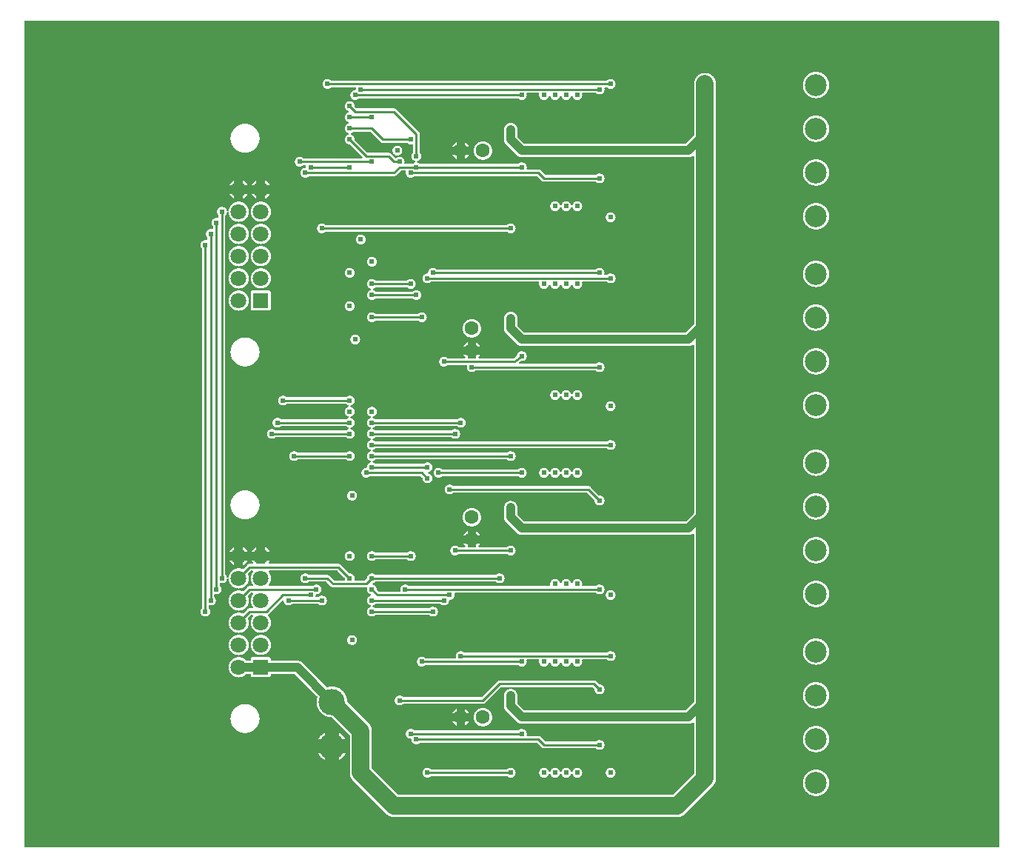
<source format=gbl>
G04 Layer: BottomLayer*
G04 EasyEDA v6.4.7, 2020-11-03T11:19:35+01:00*
G04 ee31f35cb8c4481c9aeb6db220abaf82,9bd7e35f881f4a88a1d5770e7942d247,10*
G04 Gerber Generator version 0.2*
G04 Scale: 100 percent, Rotated: No, Reflected: No *
G04 Dimensions in millimeters *
G04 leading zeros omitted , absolute positions ,3 integer and 3 decimal *
%FSLAX33Y33*%
%MOMM*%
G90*
D02*

%ADD10C,0.254000*%
%ADD11C,0.999998*%
%ADD13C,0.250012*%
%ADD15C,0.609600*%
%ADD16C,0.700024*%
%ADD19C,1.599997*%
%ADD20C,2.499995*%
%ADD21C,1.799996*%
%ADD22R,1.799996X1.799996*%
%ADD23C,2.999994*%
%ADD24C,1.999996*%

%LPD*%
G36*
G01X111641Y94743D02*
G01X358Y94743D01*
G01X343Y94742D01*
G01X329Y94739D01*
G01X315Y94734D01*
G01X303Y94727D01*
G01X291Y94718D01*
G01X281Y94708D01*
G01X272Y94696D01*
G01X265Y94684D01*
G01X260Y94670D01*
G01X257Y94656D01*
G01X256Y94641D01*
G01X256Y358D01*
G01X257Y343D01*
G01X260Y329D01*
G01X265Y315D01*
G01X272Y303D01*
G01X281Y291D01*
G01X291Y281D01*
G01X303Y272D01*
G01X315Y265D01*
G01X329Y260D01*
G01X343Y257D01*
G01X358Y256D01*
G01X111641Y256D01*
G01X111656Y257D01*
G01X111670Y260D01*
G01X111684Y265D01*
G01X111696Y272D01*
G01X111708Y281D01*
G01X111718Y291D01*
G01X111727Y303D01*
G01X111734Y315D01*
G01X111739Y329D01*
G01X111742Y343D01*
G01X111743Y358D01*
G01X111743Y94641D01*
G01X111742Y94656D01*
G01X111739Y94670D01*
G01X111734Y94684D01*
G01X111727Y94696D01*
G01X111718Y94708D01*
G01X111708Y94718D01*
G01X111696Y94727D01*
G01X111684Y94734D01*
G01X111670Y94739D01*
G01X111656Y94742D01*
G01X111641Y94743D01*
G37*

%LPC*%
G36*
G01X78155Y88782D02*
G01X78105Y88783D01*
G01X78054Y88782D01*
G01X78003Y88779D01*
G01X77953Y88774D01*
G01X77903Y88767D01*
G01X77853Y88758D01*
G01X77804Y88747D01*
G01X77755Y88734D01*
G01X77707Y88719D01*
G01X77659Y88702D01*
G01X77612Y88683D01*
G01X77566Y88662D01*
G01X77521Y88639D01*
G01X77476Y88615D01*
G01X77433Y88589D01*
G01X77391Y88561D01*
G01X77350Y88531D01*
G01X77310Y88500D01*
G01X77271Y88467D01*
G01X77234Y88433D01*
G01X77198Y88397D01*
G01X77164Y88360D01*
G01X77131Y88322D01*
G01X77100Y88282D01*
G01X77070Y88241D01*
G01X77042Y88198D01*
G01X77016Y88155D01*
G01X76992Y88111D01*
G01X76969Y88066D01*
G01X76949Y88019D01*
G01X76930Y87972D01*
G01X76913Y87925D01*
G01X76898Y87876D01*
G01X76884Y87828D01*
G01X76873Y87778D01*
G01X76864Y87728D01*
G01X76857Y87678D01*
G01X76852Y87628D01*
G01X76849Y87577D01*
G01X76848Y87527D01*
G01X76848Y81667D01*
G01X76847Y81651D01*
G01X76843Y81636D01*
G01X76837Y81621D01*
G01X76829Y81608D01*
G01X76818Y81595D01*
G01X75916Y80693D01*
G01X75904Y80683D01*
G01X75890Y80674D01*
G01X75875Y80668D01*
G01X75860Y80665D01*
G01X75844Y80663D01*
G01X57505Y80663D01*
G01X57489Y80665D01*
G01X57474Y80668D01*
G01X57459Y80674D01*
G01X57445Y80683D01*
G01X57433Y80693D01*
G01X56666Y81460D01*
G01X56655Y81473D01*
G01X56647Y81486D01*
G01X56641Y81501D01*
G01X56637Y81516D01*
G01X56636Y81532D01*
G01X56636Y82328D01*
G01X56635Y82367D01*
G01X56632Y82407D01*
G01X56627Y82446D01*
G01X56620Y82485D01*
G01X56610Y82524D01*
G01X56599Y82562D01*
G01X56586Y82599D01*
G01X56571Y82636D01*
G01X56554Y82671D01*
G01X56535Y82706D01*
G01X56514Y82740D01*
G01X56492Y82772D01*
G01X56467Y82804D01*
G01X56442Y82834D01*
G01X56414Y82863D01*
G01X56386Y82890D01*
G01X56356Y82916D01*
G01X56324Y82940D01*
G01X56292Y82962D01*
G01X56258Y82983D01*
G01X56223Y83002D01*
G01X56187Y83019D01*
G01X56151Y83034D01*
G01X56113Y83047D01*
G01X56075Y83059D01*
G01X56037Y83068D01*
G01X55998Y83075D01*
G01X55959Y83080D01*
G01X55919Y83083D01*
G01X55880Y83084D01*
G01X55840Y83083D01*
G01X55800Y83080D01*
G01X55761Y83075D01*
G01X55722Y83068D01*
G01X55684Y83059D01*
G01X55646Y83047D01*
G01X55608Y83034D01*
G01X55572Y83019D01*
G01X55536Y83002D01*
G01X55501Y82983D01*
G01X55467Y82962D01*
G01X55435Y82940D01*
G01X55403Y82916D01*
G01X55373Y82890D01*
G01X55345Y82863D01*
G01X55317Y82834D01*
G01X55292Y82804D01*
G01X55267Y82772D01*
G01X55245Y82740D01*
G01X55224Y82706D01*
G01X55205Y82671D01*
G01X55188Y82636D01*
G01X55173Y82599D01*
G01X55160Y82562D01*
G01X55149Y82524D01*
G01X55139Y82485D01*
G01X55132Y82446D01*
G01X55127Y82407D01*
G01X55124Y82367D01*
G01X55123Y82328D01*
G01X55123Y81177D01*
G01X55124Y81137D01*
G01X55127Y81098D01*
G01X55132Y81059D01*
G01X55139Y81020D01*
G01X55149Y80981D01*
G01X55160Y80943D01*
G01X55173Y80906D01*
G01X55188Y80869D01*
G01X55205Y80833D01*
G01X55224Y80799D01*
G01X55245Y80765D01*
G01X55267Y80732D01*
G01X55292Y80701D01*
G01X55317Y80671D01*
G01X55345Y80642D01*
G01X56615Y79372D01*
G01X56643Y79345D01*
G01X56673Y79319D01*
G01X56705Y79295D01*
G01X56737Y79272D01*
G01X56771Y79252D01*
G01X56806Y79233D01*
G01X56842Y79216D01*
G01X56878Y79201D01*
G01X56916Y79187D01*
G01X56954Y79176D01*
G01X56992Y79167D01*
G01X57031Y79160D01*
G01X57070Y79154D01*
G01X57110Y79151D01*
G01X57150Y79150D01*
G01X76200Y79150D01*
G01X76240Y79151D01*
G01X76280Y79155D01*
G01X76320Y79160D01*
G01X76359Y79167D01*
G01X76398Y79177D01*
G01X76437Y79188D01*
G01X76475Y79202D01*
G01X76512Y79218D01*
G01X76548Y79235D01*
G01X76583Y79255D01*
G01X76617Y79276D01*
G01X76650Y79299D01*
G01X76682Y79324D01*
G01X76696Y79334D01*
G01X76712Y79341D01*
G01X76729Y79346D01*
G01X76746Y79347D01*
G01X76761Y79346D01*
G01X76775Y79343D01*
G01X76789Y79338D01*
G01X76801Y79331D01*
G01X76813Y79322D01*
G01X76823Y79312D01*
G01X76832Y79300D01*
G01X76839Y79288D01*
G01X76844Y79274D01*
G01X76847Y79260D01*
G01X76848Y79246D01*
G01X76848Y60077D01*
G01X76847Y60061D01*
G01X76843Y60046D01*
G01X76837Y60031D01*
G01X76829Y60018D01*
G01X76818Y60005D01*
G01X75916Y59103D01*
G01X75904Y59093D01*
G01X75890Y59084D01*
G01X75875Y59078D01*
G01X75860Y59075D01*
G01X75844Y59073D01*
G01X57505Y59073D01*
G01X57489Y59075D01*
G01X57474Y59078D01*
G01X57459Y59084D01*
G01X57445Y59093D01*
G01X57433Y59103D01*
G01X56666Y59870D01*
G01X56655Y59883D01*
G01X56647Y59896D01*
G01X56641Y59911D01*
G01X56637Y59926D01*
G01X56636Y59942D01*
G01X56636Y60738D01*
G01X56635Y60777D01*
G01X56632Y60817D01*
G01X56627Y60856D01*
G01X56620Y60895D01*
G01X56610Y60934D01*
G01X56599Y60972D01*
G01X56586Y61009D01*
G01X56571Y61046D01*
G01X56554Y61081D01*
G01X56535Y61116D01*
G01X56514Y61150D01*
G01X56492Y61182D01*
G01X56467Y61214D01*
G01X56442Y61244D01*
G01X56414Y61273D01*
G01X56386Y61300D01*
G01X56356Y61326D01*
G01X56324Y61350D01*
G01X56292Y61372D01*
G01X56258Y61393D01*
G01X56223Y61412D01*
G01X56187Y61429D01*
G01X56151Y61444D01*
G01X56113Y61457D01*
G01X56075Y61469D01*
G01X56037Y61478D01*
G01X55998Y61485D01*
G01X55959Y61490D01*
G01X55919Y61493D01*
G01X55880Y61494D01*
G01X55840Y61493D01*
G01X55800Y61490D01*
G01X55761Y61485D01*
G01X55722Y61478D01*
G01X55684Y61469D01*
G01X55646Y61457D01*
G01X55608Y61444D01*
G01X55572Y61429D01*
G01X55536Y61412D01*
G01X55501Y61393D01*
G01X55467Y61372D01*
G01X55435Y61350D01*
G01X55403Y61326D01*
G01X55373Y61300D01*
G01X55345Y61273D01*
G01X55317Y61244D01*
G01X55292Y61214D01*
G01X55267Y61182D01*
G01X55245Y61150D01*
G01X55224Y61116D01*
G01X55205Y61081D01*
G01X55188Y61046D01*
G01X55173Y61009D01*
G01X55160Y60972D01*
G01X55149Y60934D01*
G01X55139Y60895D01*
G01X55132Y60856D01*
G01X55127Y60817D01*
G01X55124Y60777D01*
G01X55123Y60738D01*
G01X55123Y59587D01*
G01X55124Y59547D01*
G01X55127Y59508D01*
G01X55132Y59469D01*
G01X55139Y59430D01*
G01X55149Y59391D01*
G01X55160Y59353D01*
G01X55173Y59316D01*
G01X55188Y59279D01*
G01X55205Y59243D01*
G01X55224Y59209D01*
G01X55245Y59175D01*
G01X55267Y59142D01*
G01X55292Y59111D01*
G01X55317Y59081D01*
G01X55345Y59052D01*
G01X56615Y57782D01*
G01X56643Y57755D01*
G01X56673Y57729D01*
G01X56705Y57705D01*
G01X56737Y57682D01*
G01X56771Y57662D01*
G01X56806Y57643D01*
G01X56842Y57626D01*
G01X56878Y57611D01*
G01X56916Y57597D01*
G01X56954Y57586D01*
G01X56992Y57577D01*
G01X57031Y57570D01*
G01X57070Y57564D01*
G01X57110Y57561D01*
G01X57150Y57560D01*
G01X76200Y57560D01*
G01X76240Y57561D01*
G01X76280Y57565D01*
G01X76320Y57570D01*
G01X76359Y57577D01*
G01X76398Y57587D01*
G01X76437Y57598D01*
G01X76475Y57612D01*
G01X76512Y57628D01*
G01X76548Y57645D01*
G01X76583Y57665D01*
G01X76617Y57686D01*
G01X76650Y57709D01*
G01X76682Y57734D01*
G01X76696Y57744D01*
G01X76712Y57751D01*
G01X76729Y57756D01*
G01X76746Y57757D01*
G01X76761Y57756D01*
G01X76775Y57753D01*
G01X76789Y57748D01*
G01X76801Y57741D01*
G01X76813Y57732D01*
G01X76823Y57722D01*
G01X76832Y57710D01*
G01X76839Y57698D01*
G01X76844Y57684D01*
G01X76847Y57670D01*
G01X76848Y57656D01*
G01X76848Y38473D01*
G01X76847Y38457D01*
G01X76843Y38442D01*
G01X76837Y38427D01*
G01X76828Y38413D01*
G01X76818Y38401D01*
G01X75918Y37513D01*
G01X75906Y37503D01*
G01X75893Y37494D01*
G01X75878Y37488D01*
G01X75863Y37485D01*
G01X75847Y37483D01*
G01X57505Y37483D01*
G01X57489Y37485D01*
G01X57474Y37488D01*
G01X57459Y37494D01*
G01X57445Y37503D01*
G01X57433Y37513D01*
G01X56666Y38280D01*
G01X56655Y38293D01*
G01X56647Y38306D01*
G01X56641Y38321D01*
G01X56637Y38336D01*
G01X56636Y38352D01*
G01X56636Y39101D01*
G01X56635Y39140D01*
G01X56632Y39180D01*
G01X56627Y39219D01*
G01X56620Y39258D01*
G01X56610Y39297D01*
G01X56599Y39335D01*
G01X56586Y39372D01*
G01X56571Y39408D01*
G01X56554Y39444D01*
G01X56535Y39479D01*
G01X56514Y39513D01*
G01X56492Y39545D01*
G01X56467Y39577D01*
G01X56442Y39607D01*
G01X56414Y39636D01*
G01X56386Y39663D01*
G01X56356Y39689D01*
G01X56324Y39713D01*
G01X56292Y39735D01*
G01X56258Y39756D01*
G01X56223Y39775D01*
G01X56187Y39792D01*
G01X56151Y39807D01*
G01X56113Y39820D01*
G01X56075Y39832D01*
G01X56037Y39841D01*
G01X55998Y39848D01*
G01X55959Y39853D01*
G01X55919Y39856D01*
G01X55880Y39857D01*
G01X55840Y39856D01*
G01X55800Y39853D01*
G01X55761Y39848D01*
G01X55722Y39841D01*
G01X55684Y39832D01*
G01X55646Y39820D01*
G01X55608Y39807D01*
G01X55572Y39792D01*
G01X55536Y39775D01*
G01X55501Y39756D01*
G01X55467Y39735D01*
G01X55435Y39713D01*
G01X55403Y39689D01*
G01X55373Y39663D01*
G01X55345Y39636D01*
G01X55317Y39607D01*
G01X55292Y39577D01*
G01X55267Y39545D01*
G01X55245Y39513D01*
G01X55224Y39479D01*
G01X55205Y39444D01*
G01X55188Y39408D01*
G01X55173Y39372D01*
G01X55160Y39335D01*
G01X55149Y39297D01*
G01X55139Y39258D01*
G01X55132Y39219D01*
G01X55127Y39180D01*
G01X55124Y39140D01*
G01X55123Y39101D01*
G01X55123Y37997D01*
G01X55124Y37957D01*
G01X55127Y37918D01*
G01X55132Y37879D01*
G01X55139Y37840D01*
G01X55149Y37801D01*
G01X55160Y37763D01*
G01X55173Y37726D01*
G01X55188Y37689D01*
G01X55205Y37653D01*
G01X55224Y37619D01*
G01X55245Y37585D01*
G01X55267Y37552D01*
G01X55292Y37521D01*
G01X55317Y37491D01*
G01X55345Y37462D01*
G01X56615Y36192D01*
G01X56643Y36165D01*
G01X56673Y36139D01*
G01X56705Y36115D01*
G01X56737Y36092D01*
G01X56771Y36072D01*
G01X56806Y36053D01*
G01X56842Y36036D01*
G01X56878Y36021D01*
G01X56916Y36007D01*
G01X56954Y35996D01*
G01X56992Y35987D01*
G01X57031Y35980D01*
G01X57070Y35974D01*
G01X57110Y35971D01*
G01X57150Y35970D01*
G01X76200Y35970D01*
G01X76240Y35971D01*
G01X76280Y35975D01*
G01X76320Y35980D01*
G01X76359Y35987D01*
G01X76398Y35997D01*
G01X76437Y36008D01*
G01X76475Y36022D01*
G01X76512Y36038D01*
G01X76548Y36055D01*
G01X76583Y36075D01*
G01X76617Y36096D01*
G01X76650Y36119D01*
G01X76682Y36144D01*
G01X76696Y36154D01*
G01X76712Y36161D01*
G01X76729Y36166D01*
G01X76746Y36167D01*
G01X76761Y36166D01*
G01X76775Y36163D01*
G01X76789Y36158D01*
G01X76801Y36151D01*
G01X76813Y36142D01*
G01X76823Y36132D01*
G01X76832Y36120D01*
G01X76839Y36108D01*
G01X76844Y36094D01*
G01X76847Y36080D01*
G01X76848Y36066D01*
G01X76848Y16897D01*
G01X76847Y16881D01*
G01X76843Y16866D01*
G01X76837Y16851D01*
G01X76829Y16838D01*
G01X76818Y16825D01*
G01X75916Y15923D01*
G01X75904Y15913D01*
G01X75890Y15904D01*
G01X75875Y15898D01*
G01X75860Y15895D01*
G01X75844Y15893D01*
G01X57505Y15893D01*
G01X57489Y15895D01*
G01X57474Y15898D01*
G01X57459Y15904D01*
G01X57445Y15913D01*
G01X57433Y15923D01*
G01X56666Y16690D01*
G01X56655Y16703D01*
G01X56647Y16716D01*
G01X56641Y16731D01*
G01X56637Y16746D01*
G01X56636Y16762D01*
G01X56636Y17605D01*
G01X56635Y17644D01*
G01X56632Y17684D01*
G01X56627Y17723D01*
G01X56620Y17762D01*
G01X56610Y17800D01*
G01X56599Y17838D01*
G01X56586Y17876D01*
G01X56571Y17912D01*
G01X56554Y17948D01*
G01X56535Y17983D01*
G01X56514Y18016D01*
G01X56492Y18049D01*
G01X56468Y18080D01*
G01X56442Y18111D01*
G01X56415Y18139D01*
G01X56386Y18166D01*
G01X56356Y18192D01*
G01X56325Y18216D01*
G01X56292Y18239D01*
G01X56259Y18259D01*
G01X56224Y18278D01*
G01X56188Y18296D01*
G01X56152Y18311D01*
G01X56115Y18324D01*
G01X56077Y18335D01*
G01X56038Y18345D01*
G01X55999Y18352D01*
G01X55960Y18357D01*
G01X55921Y18360D01*
G01X55899Y18364D01*
G01X55880Y18371D01*
G01X55860Y18364D01*
G01X55838Y18360D01*
G01X55799Y18357D01*
G01X55760Y18352D01*
G01X55721Y18345D01*
G01X55682Y18335D01*
G01X55644Y18324D01*
G01X55607Y18311D01*
G01X55571Y18296D01*
G01X55535Y18278D01*
G01X55500Y18259D01*
G01X55467Y18239D01*
G01X55434Y18216D01*
G01X55403Y18192D01*
G01X55373Y18166D01*
G01X55344Y18139D01*
G01X55317Y18111D01*
G01X55291Y18080D01*
G01X55267Y18049D01*
G01X55245Y18016D01*
G01X55224Y17983D01*
G01X55205Y17948D01*
G01X55188Y17912D01*
G01X55173Y17876D01*
G01X55160Y17838D01*
G01X55149Y17800D01*
G01X55139Y17762D01*
G01X55132Y17723D01*
G01X55127Y17684D01*
G01X55124Y17644D01*
G01X55123Y17605D01*
G01X55123Y16407D01*
G01X55124Y16367D01*
G01X55127Y16328D01*
G01X55132Y16289D01*
G01X55139Y16250D01*
G01X55149Y16211D01*
G01X55160Y16173D01*
G01X55173Y16136D01*
G01X55188Y16099D01*
G01X55205Y16063D01*
G01X55224Y16029D01*
G01X55245Y15995D01*
G01X55267Y15962D01*
G01X55292Y15931D01*
G01X55317Y15901D01*
G01X55345Y15872D01*
G01X56615Y14602D01*
G01X56643Y14575D01*
G01X56673Y14549D01*
G01X56705Y14525D01*
G01X56737Y14502D01*
G01X56771Y14482D01*
G01X56806Y14463D01*
G01X56842Y14446D01*
G01X56878Y14431D01*
G01X56916Y14417D01*
G01X56954Y14406D01*
G01X56992Y14397D01*
G01X57031Y14390D01*
G01X57070Y14384D01*
G01X57110Y14381D01*
G01X57150Y14380D01*
G01X76200Y14380D01*
G01X76240Y14381D01*
G01X76280Y14385D01*
G01X76320Y14390D01*
G01X76359Y14397D01*
G01X76398Y14407D01*
G01X76437Y14418D01*
G01X76475Y14432D01*
G01X76512Y14448D01*
G01X76548Y14465D01*
G01X76583Y14485D01*
G01X76617Y14506D01*
G01X76650Y14529D01*
G01X76682Y14554D01*
G01X76696Y14564D01*
G01X76712Y14571D01*
G01X76729Y14576D01*
G01X76746Y14577D01*
G01X76761Y14576D01*
G01X76775Y14573D01*
G01X76789Y14568D01*
G01X76801Y14561D01*
G01X76813Y14552D01*
G01X76823Y14542D01*
G01X76832Y14530D01*
G01X76839Y14518D01*
G01X76844Y14504D01*
G01X76847Y14490D01*
G01X76848Y14476D01*
G01X76848Y8714D01*
G01X76847Y8699D01*
G01X76843Y8683D01*
G01X76837Y8668D01*
G01X76829Y8655D01*
G01X76818Y8643D01*
G01X74439Y6263D01*
G01X74427Y6253D01*
G01X74413Y6244D01*
G01X74398Y6238D01*
G01X74383Y6235D01*
G01X74367Y6233D01*
G01X43107Y6233D01*
G01X43091Y6235D01*
G01X43076Y6238D01*
G01X43061Y6244D01*
G01X43047Y6253D01*
G01X43035Y6263D01*
G01X40021Y9278D01*
G01X40010Y9290D01*
G01X40002Y9303D01*
G01X39996Y9318D01*
G01X39992Y9334D01*
G01X39991Y9349D01*
G01X39991Y13593D01*
G01X39990Y13644D01*
G01X39987Y13696D01*
G01X39981Y13748D01*
G01X39974Y13799D01*
G01X39964Y13850D01*
G01X39953Y13901D01*
G01X39939Y13951D01*
G01X39923Y14001D01*
G01X39905Y14049D01*
G01X39885Y14097D01*
G01X39863Y14144D01*
G01X39840Y14191D01*
G01X39814Y14236D01*
G01X39786Y14280D01*
G01X39757Y14323D01*
G01X39726Y14364D01*
G01X39693Y14405D01*
G01X39659Y14444D01*
G01X39623Y14481D01*
G01X37218Y16886D01*
G01X37208Y16898D01*
G01X37200Y16911D01*
G01X37194Y16925D01*
G01X37190Y16939D01*
G01X37188Y16955D01*
G01X37185Y17015D01*
G01X37180Y17074D01*
G01X37173Y17134D01*
G01X37164Y17193D01*
G01X37152Y17252D01*
G01X37139Y17311D01*
G01X37124Y17369D01*
G01X37107Y17426D01*
G01X37088Y17483D01*
G01X37067Y17539D01*
G01X37044Y17594D01*
G01X37019Y17649D01*
G01X36992Y17703D01*
G01X36964Y17756D01*
G01X36933Y17807D01*
G01X36901Y17858D01*
G01X36868Y17908D01*
G01X36832Y17956D01*
G01X36795Y18003D01*
G01X36756Y18049D01*
G01X36716Y18094D01*
G01X36675Y18137D01*
G01X36587Y18219D01*
G01X36541Y18257D01*
G01X36494Y18294D01*
G01X36446Y18330D01*
G01X36396Y18363D01*
G01X36345Y18395D01*
G01X36293Y18426D01*
G01X36241Y18454D01*
G01X36187Y18481D01*
G01X36132Y18506D01*
G01X36077Y18529D01*
G01X36021Y18550D01*
G01X35964Y18569D01*
G01X35906Y18586D01*
G01X35848Y18601D01*
G01X35790Y18614D01*
G01X35731Y18626D01*
G01X35672Y18635D01*
G01X35612Y18642D01*
G01X35552Y18647D01*
G01X35493Y18650D01*
G01X35433Y18651D01*
G01X35366Y18650D01*
G01X35299Y18646D01*
G01X35232Y18640D01*
G01X35165Y18631D01*
G01X35099Y18619D01*
G01X35034Y18605D01*
G01X34969Y18589D01*
G01X34904Y18570D01*
G01X34889Y18566D01*
G01X34874Y18565D01*
G01X34858Y18566D01*
G01X34843Y18570D01*
G01X34828Y18576D01*
G01X34814Y18585D01*
G01X34802Y18595D01*
G01X32011Y21386D01*
G01X31982Y21413D01*
G01X31952Y21439D01*
G01X31921Y21463D01*
G01X31888Y21485D01*
G01X31854Y21506D01*
G01X31820Y21525D01*
G01X31784Y21542D01*
G01X31747Y21557D01*
G01X31710Y21570D01*
G01X31672Y21582D01*
G01X31633Y21591D01*
G01X31595Y21598D01*
G01X31555Y21603D01*
G01X31516Y21606D01*
G01X31476Y21607D01*
G01X28562Y21607D01*
G01X28547Y21608D01*
G01X28533Y21611D01*
G01X28520Y21617D01*
G01X28507Y21624D01*
G01X28495Y21632D01*
G01X28485Y21642D01*
G01X28476Y21654D01*
G01X28469Y21667D01*
G01X28464Y21680D01*
G01X28461Y21695D01*
G01X28460Y21709D01*
G01X28460Y21752D01*
G01X28459Y21776D01*
G01X28456Y21799D01*
G01X28450Y21822D01*
G01X28443Y21845D01*
G01X28433Y21866D01*
G01X28422Y21887D01*
G01X28408Y21906D01*
G01X28393Y21925D01*
G01X28376Y21941D01*
G01X28358Y21957D01*
G01X28339Y21970D01*
G01X28318Y21981D01*
G01X28296Y21991D01*
G01X28274Y21999D01*
G01X28251Y22004D01*
G01X28227Y22007D01*
G01X28204Y22008D01*
G01X26404Y22008D01*
G01X26380Y22007D01*
G01X26356Y22004D01*
G01X26333Y21999D01*
G01X26311Y21991D01*
G01X26289Y21981D01*
G01X26269Y21970D01*
G01X26249Y21957D01*
G01X26231Y21941D01*
G01X26214Y21925D01*
G01X26199Y21906D01*
G01X26186Y21887D01*
G01X26174Y21866D01*
G01X26164Y21845D01*
G01X26157Y21822D01*
G01X26151Y21799D01*
G01X26148Y21776D01*
G01X26147Y21752D01*
G01X26147Y21709D01*
G01X26146Y21695D01*
G01X26143Y21680D01*
G01X26138Y21667D01*
G01X26131Y21654D01*
G01X26122Y21642D01*
G01X26112Y21632D01*
G01X26100Y21624D01*
G01X26088Y21617D01*
G01X26074Y21611D01*
G01X26060Y21608D01*
G01X26045Y21607D01*
G01X25684Y21607D01*
G01X25668Y21609D01*
G01X25652Y21613D01*
G01X25636Y21619D01*
G01X25622Y21628D01*
G01X25575Y21675D01*
G01X25539Y21710D01*
G01X25501Y21742D01*
G01X25462Y21773D01*
G01X25422Y21803D01*
G01X25380Y21830D01*
G01X25337Y21856D01*
G01X25293Y21879D01*
G01X25248Y21901D01*
G01X25202Y21921D01*
G01X25156Y21939D01*
G01X25109Y21955D01*
G01X25061Y21969D01*
G01X25012Y21981D01*
G01X24963Y21990D01*
G01X24914Y21998D01*
G01X24864Y22003D01*
G01X24814Y22006D01*
G01X24764Y22007D01*
G01X24715Y22006D01*
G01X24666Y22003D01*
G01X24617Y21998D01*
G01X24569Y21991D01*
G01X24521Y21981D01*
G01X24473Y21970D01*
G01X24426Y21957D01*
G01X24379Y21941D01*
G01X24333Y21924D01*
G01X24288Y21905D01*
G01X24244Y21884D01*
G01X24200Y21861D01*
G01X24158Y21836D01*
G01X24117Y21809D01*
G01X24077Y21781D01*
G01X24038Y21751D01*
G01X24000Y21719D01*
G01X23964Y21686D01*
G01X23929Y21651D01*
G01X23896Y21615D01*
G01X23865Y21577D01*
G01X23835Y21539D01*
G01X23806Y21498D01*
G01X23780Y21457D01*
G01X23755Y21415D01*
G01X23732Y21372D01*
G01X23711Y21327D01*
G01X23691Y21282D01*
G01X23674Y21236D01*
G01X23659Y21190D01*
G01X23645Y21142D01*
G01X23634Y21095D01*
G01X23624Y21046D01*
G01X23617Y20998D01*
G01X23612Y20949D01*
G01X23609Y20900D01*
G01X23608Y20851D01*
G01X23609Y20802D01*
G01X23612Y20753D01*
G01X23617Y20704D01*
G01X23624Y20655D01*
G01X23634Y20607D01*
G01X23645Y20559D01*
G01X23659Y20512D01*
G01X23674Y20466D01*
G01X23691Y20420D01*
G01X23711Y20374D01*
G01X23732Y20330D01*
G01X23755Y20287D01*
G01X23780Y20244D01*
G01X23806Y20203D01*
G01X23835Y20163D01*
G01X23865Y20124D01*
G01X23896Y20087D01*
G01X23929Y20051D01*
G01X23964Y20016D01*
G01X24000Y19983D01*
G01X24038Y19951D01*
G01X24077Y19921D01*
G01X24117Y19893D01*
G01X24158Y19866D01*
G01X24200Y19841D01*
G01X24244Y19818D01*
G01X24288Y19797D01*
G01X24333Y19778D01*
G01X24379Y19760D01*
G01X24426Y19745D01*
G01X24473Y19732D01*
G01X24521Y19720D01*
G01X24569Y19711D01*
G01X24617Y19704D01*
G01X24666Y19698D01*
G01X24715Y19695D01*
G01X24764Y19694D01*
G01X24814Y19695D01*
G01X24864Y19699D01*
G01X24914Y19704D01*
G01X24963Y19712D01*
G01X25012Y19721D01*
G01X25061Y19733D01*
G01X25109Y19747D01*
G01X25156Y19763D01*
G01X25202Y19781D01*
G01X25248Y19800D01*
G01X25293Y19822D01*
G01X25337Y19846D01*
G01X25380Y19872D01*
G01X25422Y19899D01*
G01X25462Y19928D01*
G01X25501Y19959D01*
G01X25539Y19992D01*
G01X25575Y20026D01*
G01X25610Y20062D01*
G01X25622Y20073D01*
G01X25636Y20082D01*
G01X25652Y20089D01*
G01X25668Y20093D01*
G01X25684Y20094D01*
G01X26045Y20094D01*
G01X26060Y20093D01*
G01X26074Y20090D01*
G01X26088Y20085D01*
G01X26100Y20078D01*
G01X26112Y20069D01*
G01X26122Y20059D01*
G01X26131Y20048D01*
G01X26138Y20035D01*
G01X26143Y20021D01*
G01X26146Y20007D01*
G01X26147Y19993D01*
G01X26147Y19952D01*
G01X26148Y19928D01*
G01X26151Y19905D01*
G01X26157Y19882D01*
G01X26164Y19859D01*
G01X26174Y19838D01*
G01X26186Y19817D01*
G01X26199Y19797D01*
G01X26214Y19779D01*
G01X26231Y19762D01*
G01X26249Y19747D01*
G01X26269Y19734D01*
G01X26289Y19722D01*
G01X26311Y19713D01*
G01X26333Y19705D01*
G01X26356Y19700D01*
G01X26380Y19696D01*
G01X26404Y19695D01*
G01X28204Y19695D01*
G01X28227Y19696D01*
G01X28251Y19700D01*
G01X28274Y19705D01*
G01X28296Y19713D01*
G01X28318Y19722D01*
G01X28339Y19734D01*
G01X28358Y19747D01*
G01X28376Y19762D01*
G01X28393Y19779D01*
G01X28408Y19797D01*
G01X28422Y19817D01*
G01X28433Y19838D01*
G01X28443Y19859D01*
G01X28450Y19882D01*
G01X28456Y19905D01*
G01X28459Y19928D01*
G01X28460Y19952D01*
G01X28460Y19993D01*
G01X28461Y20007D01*
G01X28464Y20021D01*
G01X28469Y20035D01*
G01X28476Y20048D01*
G01X28485Y20059D01*
G01X28495Y20069D01*
G01X28507Y20078D01*
G01X28520Y20085D01*
G01X28533Y20090D01*
G01X28547Y20093D01*
G01X28562Y20094D01*
G01X31121Y20094D01*
G01X31137Y20093D01*
G01X31152Y20089D01*
G01X31167Y20083D01*
G01X31180Y20075D01*
G01X31193Y20065D01*
G01X33732Y17525D01*
G01X33743Y17513D01*
G01X33751Y17499D01*
G01X33757Y17484D01*
G01X33761Y17469D01*
G01X33762Y17453D01*
G01X33761Y17438D01*
G01X33757Y17423D01*
G01X33738Y17358D01*
G01X33722Y17293D01*
G01X33708Y17228D01*
G01X33696Y17162D01*
G01X33688Y17095D01*
G01X33681Y17028D01*
G01X33677Y16962D01*
G01X33676Y16895D01*
G01X33677Y16835D01*
G01X33680Y16775D01*
G01X33685Y16715D01*
G01X33692Y16655D01*
G01X33702Y16596D01*
G01X33713Y16537D01*
G01X33726Y16479D01*
G01X33741Y16421D01*
G01X33758Y16363D01*
G01X33777Y16306D01*
G01X33798Y16250D01*
G01X33821Y16195D01*
G01X33846Y16140D01*
G01X33873Y16086D01*
G01X33901Y16034D01*
G01X33932Y15982D01*
G01X33964Y15931D01*
G01X33997Y15882D01*
G01X34033Y15833D01*
G01X34070Y15786D01*
G01X34109Y15740D01*
G01X34149Y15696D01*
G01X34190Y15653D01*
G01X34234Y15611D01*
G01X34278Y15571D01*
G01X34324Y15532D01*
G01X34371Y15495D01*
G01X34419Y15460D01*
G01X34469Y15426D01*
G01X34520Y15394D01*
G01X34572Y15364D01*
G01X34624Y15335D01*
G01X34678Y15308D01*
G01X34733Y15284D01*
G01X34788Y15261D01*
G01X34844Y15239D01*
G01X34901Y15220D01*
G01X34958Y15203D01*
G01X35016Y15188D01*
G01X35075Y15175D01*
G01X35134Y15164D01*
G01X35193Y15154D01*
G01X35253Y15147D01*
G01X35312Y15142D01*
G01X35372Y15139D01*
G01X35387Y15137D01*
G01X35402Y15133D01*
G01X35416Y15127D01*
G01X35429Y15119D01*
G01X35441Y15109D01*
G01X37448Y13102D01*
G01X37459Y13090D01*
G01X37467Y13076D01*
G01X37473Y13061D01*
G01X37477Y13046D01*
G01X37478Y13030D01*
G01X37478Y8787D01*
G01X37479Y8735D01*
G01X37482Y8683D01*
G01X37488Y8631D01*
G01X37495Y8580D01*
G01X37505Y8529D01*
G01X37516Y8478D01*
G01X37530Y8428D01*
G01X37546Y8379D01*
G01X37564Y8330D01*
G01X37584Y8282D01*
G01X37606Y8235D01*
G01X37629Y8189D01*
G01X37655Y8144D01*
G01X37683Y8100D01*
G01X37712Y8057D01*
G01X37743Y8015D01*
G01X37776Y7975D01*
G01X37810Y7936D01*
G01X37846Y7898D01*
G01X41656Y4088D01*
G01X41693Y4052D01*
G01X41732Y4018D01*
G01X41773Y3985D01*
G01X41814Y3954D01*
G01X41857Y3925D01*
G01X41901Y3897D01*
G01X41946Y3872D01*
G01X41993Y3848D01*
G01X42040Y3826D01*
G01X42088Y3806D01*
G01X42136Y3788D01*
G01X42186Y3773D01*
G01X42236Y3759D01*
G01X42287Y3747D01*
G01X42338Y3737D01*
G01X42389Y3730D01*
G01X42441Y3725D01*
G01X42493Y3721D01*
G01X42545Y3720D01*
G01X74930Y3720D01*
G01X74981Y3721D01*
G01X75033Y3725D01*
G01X75085Y3730D01*
G01X75136Y3737D01*
G01X75187Y3747D01*
G01X75238Y3759D01*
G01X75288Y3773D01*
G01X75338Y3788D01*
G01X75386Y3806D01*
G01X75434Y3826D01*
G01X75481Y3848D01*
G01X75528Y3872D01*
G01X75573Y3897D01*
G01X75617Y3925D01*
G01X75660Y3954D01*
G01X75701Y3985D01*
G01X75742Y4018D01*
G01X75781Y4052D01*
G01X75818Y4088D01*
G01X78993Y7263D01*
G01X79029Y7301D01*
G01X79063Y7340D01*
G01X79096Y7380D01*
G01X79127Y7422D01*
G01X79156Y7465D01*
G01X79184Y7509D01*
G01X79210Y7554D01*
G01X79233Y7600D01*
G01X79255Y7647D01*
G01X79275Y7695D01*
G01X79293Y7744D01*
G01X79309Y7793D01*
G01X79323Y7843D01*
G01X79334Y7894D01*
G01X79344Y7945D01*
G01X79351Y7996D01*
G01X79357Y8048D01*
G01X79360Y8100D01*
G01X79361Y8152D01*
G01X79361Y87527D01*
G01X79360Y87577D01*
G01X79357Y87628D01*
G01X79352Y87678D01*
G01X79345Y87728D01*
G01X79336Y87778D01*
G01X79325Y87828D01*
G01X79311Y87876D01*
G01X79296Y87925D01*
G01X79279Y87972D01*
G01X79260Y88019D01*
G01X79240Y88066D01*
G01X79217Y88111D01*
G01X79193Y88155D01*
G01X79167Y88198D01*
G01X79139Y88241D01*
G01X79109Y88282D01*
G01X79078Y88322D01*
G01X79045Y88360D01*
G01X79011Y88397D01*
G01X78975Y88433D01*
G01X78938Y88467D01*
G01X78899Y88500D01*
G01X78859Y88531D01*
G01X78818Y88561D01*
G01X78776Y88589D01*
G01X78733Y88615D01*
G01X78688Y88639D01*
G01X78643Y88662D01*
G01X78597Y88683D01*
G01X78550Y88702D01*
G01X78502Y88719D01*
G01X78454Y88734D01*
G01X78405Y88747D01*
G01X78356Y88758D01*
G01X78306Y88767D01*
G01X78256Y88774D01*
G01X78206Y88779D01*
G01X78155Y88782D01*
G37*
G36*
G01X24813Y74076D02*
G01X24764Y74077D01*
G01X24716Y74076D01*
G01X24667Y74073D01*
G01X24618Y74068D01*
G01X24570Y74061D01*
G01X24522Y74052D01*
G01X24475Y74041D01*
G01X24428Y74027D01*
G01X24382Y74012D01*
G01X24336Y73995D01*
G01X24291Y73976D01*
G01X24247Y73955D01*
G01X24204Y73932D01*
G01X24162Y73908D01*
G01X24120Y73882D01*
G01X24081Y73854D01*
G01X24042Y73824D01*
G01X24004Y73793D01*
G01X23968Y73760D01*
G01X23934Y73726D01*
G01X23900Y73690D01*
G01X23869Y73653D01*
G01X23839Y73614D01*
G01X23810Y73575D01*
G01X23784Y73534D01*
G01X23759Y73492D01*
G01X23735Y73449D01*
G01X23714Y73405D01*
G01X23695Y73360D01*
G01X23677Y73315D01*
G01X23661Y73269D01*
G01X23648Y73222D01*
G01X23636Y73175D01*
G01X23626Y73127D01*
G01X23619Y73079D01*
G01X23613Y73030D01*
G01X23611Y73015D01*
G01X23606Y73001D01*
G01X23599Y72988D01*
G01X23591Y72975D01*
G01X23580Y72965D01*
G01X23568Y72955D01*
G01X23555Y72948D01*
G01X23541Y72943D01*
G01X23527Y72939D01*
G01X23512Y72938D01*
G01X23496Y72939D01*
G01X23481Y72943D01*
G01X23466Y72949D01*
G01X23453Y72957D01*
G01X23441Y72967D01*
G01X23431Y72979D01*
G01X23422Y72992D01*
G01X23416Y73007D01*
G01X23412Y73022D01*
G01X23405Y73055D01*
G01X23396Y73088D01*
G01X23385Y73120D01*
G01X23372Y73151D01*
G01X23357Y73182D01*
G01X23340Y73211D01*
G01X23322Y73240D01*
G01X23302Y73267D01*
G01X23280Y73293D01*
G01X23257Y73318D01*
G01X23232Y73342D01*
G01X23206Y73363D01*
G01X23179Y73384D01*
G01X23150Y73402D01*
G01X23121Y73419D01*
G01X23090Y73434D01*
G01X23059Y73447D01*
G01X23027Y73458D01*
G01X22994Y73467D01*
G01X22961Y73474D01*
G01X22927Y73479D01*
G01X22893Y73482D01*
G01X22860Y73483D01*
G01X22826Y73482D01*
G01X22792Y73479D01*
G01X22758Y73474D01*
G01X22725Y73467D01*
G01X22692Y73458D01*
G01X22660Y73447D01*
G01X22629Y73434D01*
G01X22599Y73419D01*
G01X22569Y73402D01*
G01X22541Y73384D01*
G01X22513Y73364D01*
G01X22487Y73342D01*
G01X22463Y73319D01*
G01X22439Y73294D01*
G01X22418Y73268D01*
G01X22398Y73241D01*
G01X22379Y73212D01*
G01X22362Y73183D01*
G01X22348Y73152D01*
G01X22335Y73121D01*
G01X22324Y73089D01*
G01X22314Y73056D01*
G01X22307Y73023D01*
G01X22302Y72990D01*
G01X22299Y72956D01*
G01X22298Y72922D01*
G01X22299Y72887D01*
G01X22303Y72851D01*
G01X22308Y72817D01*
G01X22316Y72782D01*
G01X22326Y72748D01*
G01X22338Y72715D01*
G01X22352Y72683D01*
G01X22368Y72651D01*
G01X22386Y72621D01*
G01X22405Y72592D01*
G01X22427Y72564D01*
G01X22450Y72537D01*
G01X22460Y72526D01*
G01X22468Y72512D01*
G01X22473Y72498D01*
G01X22477Y72483D01*
G01X22478Y72468D01*
G01X22478Y72297D01*
G01X22477Y72283D01*
G01X22474Y72269D01*
G01X22469Y72255D01*
G01X22462Y72242D01*
G01X22453Y72231D01*
G01X22443Y72220D01*
G01X22431Y72212D01*
G01X22419Y72205D01*
G01X22405Y72200D01*
G01X22391Y72197D01*
G01X22376Y72196D01*
G01X22353Y72198D01*
G01X22311Y72207D01*
G01X22268Y72212D01*
G01X22225Y72213D01*
G01X22191Y72212D01*
G01X22157Y72209D01*
G01X22123Y72204D01*
G01X22090Y72197D01*
G01X22057Y72188D01*
G01X22025Y72177D01*
G01X21994Y72164D01*
G01X21964Y72149D01*
G01X21934Y72132D01*
G01X21906Y72114D01*
G01X21878Y72094D01*
G01X21852Y72072D01*
G01X21828Y72049D01*
G01X21804Y72024D01*
G01X21783Y71998D01*
G01X21763Y71971D01*
G01X21744Y71942D01*
G01X21727Y71913D01*
G01X21713Y71882D01*
G01X21700Y71851D01*
G01X21689Y71819D01*
G01X21679Y71786D01*
G01X21672Y71753D01*
G01X21667Y71720D01*
G01X21664Y71686D01*
G01X21663Y71652D01*
G01X21664Y71617D01*
G01X21668Y71581D01*
G01X21673Y71547D01*
G01X21681Y71512D01*
G01X21691Y71478D01*
G01X21703Y71445D01*
G01X21717Y71413D01*
G01X21733Y71381D01*
G01X21751Y71351D01*
G01X21770Y71322D01*
G01X21792Y71294D01*
G01X21815Y71267D01*
G01X21825Y71256D01*
G01X21833Y71242D01*
G01X21838Y71228D01*
G01X21842Y71213D01*
G01X21843Y71198D01*
G01X21843Y71027D01*
G01X21842Y71013D01*
G01X21839Y70999D01*
G01X21834Y70985D01*
G01X21827Y70972D01*
G01X21818Y70961D01*
G01X21808Y70950D01*
G01X21796Y70942D01*
G01X21784Y70935D01*
G01X21770Y70930D01*
G01X21756Y70927D01*
G01X21741Y70926D01*
G01X21718Y70928D01*
G01X21676Y70937D01*
G01X21633Y70942D01*
G01X21590Y70943D01*
G01X21556Y70942D01*
G01X21522Y70939D01*
G01X21488Y70934D01*
G01X21455Y70927D01*
G01X21422Y70918D01*
G01X21390Y70907D01*
G01X21359Y70894D01*
G01X21329Y70879D01*
G01X21299Y70862D01*
G01X21271Y70844D01*
G01X21243Y70824D01*
G01X21217Y70802D01*
G01X21193Y70779D01*
G01X21169Y70754D01*
G01X21148Y70728D01*
G01X21128Y70701D01*
G01X21109Y70672D01*
G01X21092Y70643D01*
G01X21078Y70612D01*
G01X21065Y70581D01*
G01X21054Y70549D01*
G01X21044Y70516D01*
G01X21037Y70483D01*
G01X21032Y70450D01*
G01X21029Y70416D01*
G01X21028Y70382D01*
G01X21029Y70347D01*
G01X21033Y70311D01*
G01X21038Y70277D01*
G01X21046Y70242D01*
G01X21056Y70208D01*
G01X21068Y70175D01*
G01X21082Y70143D01*
G01X21098Y70111D01*
G01X21116Y70081D01*
G01X21135Y70052D01*
G01X21157Y70024D01*
G01X21180Y69997D01*
G01X21190Y69986D01*
G01X21198Y69972D01*
G01X21203Y69958D01*
G01X21207Y69943D01*
G01X21208Y69928D01*
G01X21208Y69757D01*
G01X21207Y69743D01*
G01X21204Y69729D01*
G01X21199Y69715D01*
G01X21192Y69702D01*
G01X21183Y69691D01*
G01X21173Y69680D01*
G01X21161Y69672D01*
G01X21149Y69665D01*
G01X21135Y69660D01*
G01X21121Y69657D01*
G01X21106Y69656D01*
G01X21083Y69658D01*
G01X21041Y69667D01*
G01X20998Y69672D01*
G01X20955Y69673D01*
G01X20921Y69672D01*
G01X20887Y69669D01*
G01X20853Y69664D01*
G01X20820Y69657D01*
G01X20787Y69648D01*
G01X20755Y69637D01*
G01X20724Y69624D01*
G01X20694Y69609D01*
G01X20664Y69592D01*
G01X20636Y69574D01*
G01X20608Y69554D01*
G01X20582Y69532D01*
G01X20558Y69509D01*
G01X20534Y69484D01*
G01X20513Y69458D01*
G01X20493Y69431D01*
G01X20474Y69402D01*
G01X20457Y69373D01*
G01X20443Y69342D01*
G01X20430Y69311D01*
G01X20419Y69279D01*
G01X20409Y69246D01*
G01X20402Y69213D01*
G01X20397Y69180D01*
G01X20394Y69146D01*
G01X20393Y69112D01*
G01X20394Y69077D01*
G01X20398Y69041D01*
G01X20403Y69007D01*
G01X20411Y68972D01*
G01X20421Y68938D01*
G01X20433Y68905D01*
G01X20447Y68873D01*
G01X20463Y68841D01*
G01X20481Y68811D01*
G01X20500Y68782D01*
G01X20522Y68754D01*
G01X20545Y68727D01*
G01X20555Y68716D01*
G01X20563Y68702D01*
G01X20568Y68688D01*
G01X20572Y68673D01*
G01X20573Y68658D01*
G01X20573Y27656D01*
G01X20572Y27641D01*
G01X20568Y27626D01*
G01X20563Y27611D01*
G01X20555Y27598D01*
G01X20545Y27586D01*
G01X20522Y27560D01*
G01X20500Y27532D01*
G01X20481Y27503D01*
G01X20463Y27472D01*
G01X20447Y27441D01*
G01X20433Y27409D01*
G01X20421Y27375D01*
G01X20411Y27342D01*
G01X20403Y27307D01*
G01X20398Y27272D01*
G01X20394Y27237D01*
G01X20393Y27202D01*
G01X20394Y27168D01*
G01X20397Y27134D01*
G01X20402Y27101D01*
G01X20409Y27068D01*
G01X20419Y27035D01*
G01X20430Y27003D01*
G01X20443Y26971D01*
G01X20457Y26941D01*
G01X20474Y26911D01*
G01X20493Y26883D01*
G01X20513Y26856D01*
G01X20534Y26830D01*
G01X20558Y26805D01*
G01X20582Y26782D01*
G01X20608Y26760D01*
G01X20636Y26740D01*
G01X20664Y26721D01*
G01X20694Y26705D01*
G01X20724Y26690D01*
G01X20755Y26677D01*
G01X20787Y26666D01*
G01X20820Y26657D01*
G01X20853Y26650D01*
G01X20887Y26645D01*
G01X20921Y26642D01*
G01X20955Y26641D01*
G01X20988Y26642D01*
G01X21022Y26645D01*
G01X21056Y26650D01*
G01X21089Y26657D01*
G01X21122Y26666D01*
G01X21154Y26677D01*
G01X21185Y26690D01*
G01X21215Y26705D01*
G01X21245Y26721D01*
G01X21273Y26740D01*
G01X21301Y26760D01*
G01X21327Y26782D01*
G01X21351Y26805D01*
G01X21375Y26830D01*
G01X21396Y26856D01*
G01X21416Y26883D01*
G01X21435Y26911D01*
G01X21452Y26941D01*
G01X21466Y26971D01*
G01X21479Y27003D01*
G01X21490Y27035D01*
G01X21500Y27068D01*
G01X21507Y27101D01*
G01X21512Y27134D01*
G01X21515Y27168D01*
G01X21516Y27202D01*
G01X21515Y27237D01*
G01X21511Y27272D01*
G01X21506Y27307D01*
G01X21498Y27342D01*
G01X21488Y27375D01*
G01X21476Y27409D01*
G01X21462Y27441D01*
G01X21446Y27472D01*
G01X21428Y27503D01*
G01X21409Y27532D01*
G01X21387Y27560D01*
G01X21364Y27586D01*
G01X21354Y27598D01*
G01X21346Y27611D01*
G01X21341Y27626D01*
G01X21337Y27641D01*
G01X21336Y27656D01*
G01X21336Y27827D01*
G01X21337Y27841D01*
G01X21340Y27855D01*
G01X21345Y27869D01*
G01X21352Y27881D01*
G01X21361Y27893D01*
G01X21371Y27903D01*
G01X21383Y27912D01*
G01X21395Y27919D01*
G01X21409Y27924D01*
G01X21423Y27927D01*
G01X21438Y27928D01*
G01X21461Y27925D01*
G01X21503Y27917D01*
G01X21546Y27912D01*
G01X21590Y27911D01*
G01X21623Y27912D01*
G01X21657Y27915D01*
G01X21691Y27920D01*
G01X21724Y27927D01*
G01X21757Y27936D01*
G01X21789Y27947D01*
G01X21820Y27960D01*
G01X21850Y27975D01*
G01X21880Y27991D01*
G01X21908Y28010D01*
G01X21936Y28030D01*
G01X21962Y28052D01*
G01X21986Y28075D01*
G01X22010Y28100D01*
G01X22031Y28126D01*
G01X22051Y28153D01*
G01X22070Y28181D01*
G01X22087Y28211D01*
G01X22101Y28241D01*
G01X22114Y28273D01*
G01X22125Y28305D01*
G01X22135Y28338D01*
G01X22142Y28371D01*
G01X22147Y28404D01*
G01X22150Y28438D01*
G01X22151Y28472D01*
G01X22150Y28507D01*
G01X22146Y28542D01*
G01X22141Y28577D01*
G01X22133Y28612D01*
G01X22123Y28645D01*
G01X22111Y28679D01*
G01X22097Y28711D01*
G01X22081Y28742D01*
G01X22063Y28773D01*
G01X22044Y28802D01*
G01X22022Y28830D01*
G01X21999Y28856D01*
G01X21989Y28868D01*
G01X21981Y28881D01*
G01X21976Y28896D01*
G01X21972Y28911D01*
G01X21971Y28926D01*
G01X21971Y29097D01*
G01X21972Y29111D01*
G01X21975Y29125D01*
G01X21980Y29139D01*
G01X21987Y29151D01*
G01X21996Y29163D01*
G01X22006Y29173D01*
G01X22018Y29182D01*
G01X22030Y29189D01*
G01X22044Y29194D01*
G01X22058Y29197D01*
G01X22073Y29198D01*
G01X22096Y29195D01*
G01X22138Y29187D01*
G01X22181Y29182D01*
G01X22225Y29181D01*
G01X22258Y29182D01*
G01X22292Y29185D01*
G01X22326Y29190D01*
G01X22359Y29197D01*
G01X22392Y29206D01*
G01X22424Y29217D01*
G01X22455Y29230D01*
G01X22485Y29245D01*
G01X22515Y29261D01*
G01X22543Y29280D01*
G01X22571Y29300D01*
G01X22597Y29322D01*
G01X22621Y29345D01*
G01X22645Y29370D01*
G01X22666Y29396D01*
G01X22686Y29423D01*
G01X22705Y29451D01*
G01X22722Y29481D01*
G01X22736Y29511D01*
G01X22749Y29543D01*
G01X22760Y29575D01*
G01X22770Y29608D01*
G01X22777Y29641D01*
G01X22782Y29674D01*
G01X22785Y29708D01*
G01X22786Y29742D01*
G01X22785Y29777D01*
G01X22781Y29812D01*
G01X22776Y29847D01*
G01X22768Y29882D01*
G01X22758Y29915D01*
G01X22746Y29949D01*
G01X22732Y29981D01*
G01X22716Y30012D01*
G01X22698Y30043D01*
G01X22679Y30072D01*
G01X22657Y30100D01*
G01X22634Y30126D01*
G01X22624Y30138D01*
G01X22616Y30151D01*
G01X22611Y30166D01*
G01X22607Y30181D01*
G01X22606Y30196D01*
G01X22606Y30367D01*
G01X22607Y30381D01*
G01X22610Y30395D01*
G01X22615Y30409D01*
G01X22622Y30421D01*
G01X22631Y30433D01*
G01X22641Y30443D01*
G01X22653Y30452D01*
G01X22665Y30459D01*
G01X22679Y30464D01*
G01X22693Y30467D01*
G01X22708Y30468D01*
G01X22731Y30465D01*
G01X22773Y30457D01*
G01X22816Y30452D01*
G01X22860Y30451D01*
G01X22893Y30452D01*
G01X22927Y30455D01*
G01X22961Y30460D01*
G01X22994Y30467D01*
G01X23027Y30476D01*
G01X23059Y30487D01*
G01X23090Y30500D01*
G01X23121Y30515D01*
G01X23150Y30532D01*
G01X23179Y30550D01*
G01X23206Y30570D01*
G01X23232Y30592D01*
G01X23257Y30615D01*
G01X23280Y30640D01*
G01X23302Y30666D01*
G01X23322Y30693D01*
G01X23340Y30722D01*
G01X23357Y30752D01*
G01X23372Y30782D01*
G01X23385Y30813D01*
G01X23396Y30846D01*
G01X23405Y30878D01*
G01X23412Y30911D01*
G01X23416Y30927D01*
G01X23422Y30941D01*
G01X23430Y30954D01*
G01X23441Y30966D01*
G01X23453Y30976D01*
G01X23466Y30984D01*
G01X23481Y30990D01*
G01X23496Y30994D01*
G01X23512Y30995D01*
G01X23527Y30994D01*
G01X23541Y30990D01*
G01X23555Y30985D01*
G01X23568Y30978D01*
G01X23580Y30968D01*
G01X23590Y30957D01*
G01X23599Y30945D01*
G01X23606Y30932D01*
G01X23610Y30918D01*
G01X23613Y30903D01*
G01X23618Y30854D01*
G01X23626Y30806D01*
G01X23636Y30758D01*
G01X23647Y30711D01*
G01X23661Y30664D01*
G01X23677Y30618D01*
G01X23694Y30572D01*
G01X23714Y30527D01*
G01X23735Y30484D01*
G01X23758Y30441D01*
G01X23783Y30399D01*
G01X23810Y30358D01*
G01X23838Y30318D01*
G01X23868Y30280D01*
G01X23900Y30242D01*
G01X23933Y30207D01*
G01X23968Y30172D01*
G01X24004Y30139D01*
G01X24041Y30108D01*
G01X24080Y30078D01*
G01X24120Y30050D01*
G01X24161Y30024D01*
G01X24203Y29999D01*
G01X24247Y29977D01*
G01X24291Y29956D01*
G01X24336Y29937D01*
G01X24381Y29920D01*
G01X24428Y29904D01*
G01X24475Y29891D01*
G01X24522Y29880D01*
G01X24570Y29871D01*
G01X24618Y29864D01*
G01X24667Y29858D01*
G01X24716Y29855D01*
G01X24764Y29854D01*
G01X24813Y29855D01*
G01X24862Y29858D01*
G01X24911Y29864D01*
G01X24960Y29871D01*
G01X25008Y29880D01*
G01X25056Y29892D01*
G01X25103Y29905D01*
G01X25150Y29920D01*
G01X25196Y29938D01*
G01X25241Y29957D01*
G01X25285Y29978D01*
G01X25328Y30001D01*
G01X25371Y30026D01*
G01X25412Y30053D01*
G01X25452Y30081D01*
G01X25491Y30111D01*
G01X25528Y30143D01*
G01X25565Y30176D01*
G01X25599Y30211D01*
G01X25633Y30247D01*
G01X25664Y30284D01*
G01X25694Y30323D01*
G01X25723Y30363D01*
G01X25749Y30404D01*
G01X25774Y30447D01*
G01X25797Y30490D01*
G01X25818Y30534D01*
G01X25838Y30580D01*
G01X25855Y30626D01*
G01X25870Y30672D01*
G01X25884Y30719D01*
G01X25895Y30767D01*
G01X25904Y30815D01*
G01X25912Y30864D01*
G01X25917Y30913D01*
G01X25920Y30962D01*
G01X25921Y31011D01*
G01X25920Y31061D01*
G01X25917Y31111D01*
G01X25911Y31161D01*
G01X25904Y31210D01*
G01X25894Y31259D01*
G01X25882Y31308D01*
G01X25868Y31356D01*
G01X25852Y31403D01*
G01X25834Y31450D01*
G01X25829Y31469D01*
G01X25827Y31489D01*
G01X25828Y31505D01*
G01X25832Y31520D01*
G01X25838Y31535D01*
G01X25846Y31548D01*
G01X25856Y31561D01*
G01X26164Y31869D01*
G01X26177Y31879D01*
G01X26190Y31887D01*
G01X26205Y31893D01*
G01X26220Y31897D01*
G01X26236Y31898D01*
G01X26321Y31898D01*
G01X26335Y31897D01*
G01X26349Y31894D01*
G01X26363Y31889D01*
G01X26375Y31882D01*
G01X26387Y31874D01*
G01X26397Y31863D01*
G01X26406Y31852D01*
G01X26413Y31839D01*
G01X26418Y31825D01*
G01X26421Y31811D01*
G01X26422Y31797D01*
G01X26421Y31780D01*
G01X26416Y31763D01*
G01X26409Y31748D01*
G01X26400Y31733D01*
G01X26371Y31695D01*
G01X26343Y31655D01*
G01X26317Y31614D01*
G01X26292Y31572D01*
G01X26270Y31529D01*
G01X26249Y31485D01*
G01X26230Y31440D01*
G01X26213Y31395D01*
G01X26198Y31348D01*
G01X26185Y31302D01*
G01X26174Y31254D01*
G01X26164Y31206D01*
G01X26157Y31158D01*
G01X26152Y31110D01*
G01X26149Y31061D01*
G01X26148Y31013D01*
G01X26149Y30964D01*
G01X26152Y30915D01*
G01X26157Y30867D01*
G01X26164Y30819D01*
G01X26174Y30771D01*
G01X26185Y30723D01*
G01X26198Y30676D01*
G01X26213Y30630D01*
G01X26230Y30584D01*
G01X26249Y30540D01*
G01X26270Y30495D01*
G01X26293Y30452D01*
G01X26318Y30410D01*
G01X26344Y30369D01*
G01X26372Y30329D01*
G01X26401Y30290D01*
G01X26411Y30276D01*
G01X26418Y30261D01*
G01X26422Y30244D01*
G01X26424Y30227D01*
G01X26423Y30213D01*
G01X26420Y30198D01*
G01X26415Y30185D01*
G01X26408Y30172D01*
G01X26399Y30161D01*
G01X26389Y30150D01*
G01X26377Y30142D01*
G01X26364Y30135D01*
G01X26351Y30130D01*
G01X26337Y30126D01*
G01X26322Y30125D01*
G01X26035Y30125D01*
G01X26005Y30124D01*
G01X25975Y30121D01*
G01X25946Y30115D01*
G01X25917Y30107D01*
G01X25889Y30096D01*
G01X25861Y30084D01*
G01X25835Y30069D01*
G01X25810Y30052D01*
G01X25786Y30034D01*
G01X25764Y30013D01*
G01X25314Y29563D01*
G01X25302Y29553D01*
G01X25288Y29544D01*
G01X25273Y29538D01*
G01X25258Y29534D01*
G01X25242Y29533D01*
G01X25222Y29535D01*
G01X25203Y29541D01*
G01X25157Y29559D01*
G01X25109Y29575D01*
G01X25061Y29589D01*
G01X25013Y29600D01*
G01X24964Y29610D01*
G01X24914Y29618D01*
G01X24864Y29623D01*
G01X24814Y29626D01*
G01X24764Y29627D01*
G01X24715Y29626D01*
G01X24666Y29623D01*
G01X24617Y29618D01*
G01X24569Y29611D01*
G01X24521Y29601D01*
G01X24473Y29590D01*
G01X24426Y29577D01*
G01X24379Y29561D01*
G01X24333Y29544D01*
G01X24288Y29525D01*
G01X24244Y29504D01*
G01X24200Y29481D01*
G01X24158Y29456D01*
G01X24117Y29429D01*
G01X24077Y29401D01*
G01X24038Y29371D01*
G01X24000Y29339D01*
G01X23964Y29306D01*
G01X23929Y29271D01*
G01X23896Y29235D01*
G01X23865Y29197D01*
G01X23835Y29159D01*
G01X23806Y29118D01*
G01X23780Y29077D01*
G01X23755Y29035D01*
G01X23732Y28992D01*
G01X23711Y28947D01*
G01X23691Y28902D01*
G01X23674Y28856D01*
G01X23659Y28810D01*
G01X23645Y28762D01*
G01X23634Y28715D01*
G01X23624Y28666D01*
G01X23617Y28618D01*
G01X23612Y28569D01*
G01X23609Y28520D01*
G01X23608Y28471D01*
G01X23609Y28422D01*
G01X23612Y28373D01*
G01X23617Y28324D01*
G01X23624Y28275D01*
G01X23634Y28227D01*
G01X23645Y28179D01*
G01X23659Y28132D01*
G01X23674Y28086D01*
G01X23691Y28040D01*
G01X23711Y27994D01*
G01X23732Y27950D01*
G01X23755Y27907D01*
G01X23780Y27864D01*
G01X23806Y27823D01*
G01X23835Y27783D01*
G01X23865Y27744D01*
G01X23896Y27707D01*
G01X23929Y27671D01*
G01X23964Y27636D01*
G01X24000Y27603D01*
G01X24038Y27571D01*
G01X24077Y27541D01*
G01X24117Y27513D01*
G01X24158Y27486D01*
G01X24200Y27461D01*
G01X24244Y27438D01*
G01X24288Y27417D01*
G01X24333Y27398D01*
G01X24379Y27380D01*
G01X24426Y27365D01*
G01X24473Y27352D01*
G01X24521Y27340D01*
G01X24569Y27331D01*
G01X24617Y27324D01*
G01X24666Y27318D01*
G01X24715Y27315D01*
G01X24764Y27314D01*
G01X24813Y27315D01*
G01X24862Y27318D01*
G01X24911Y27324D01*
G01X24960Y27331D01*
G01X25008Y27340D01*
G01X25056Y27352D01*
G01X25103Y27365D01*
G01X25150Y27380D01*
G01X25196Y27398D01*
G01X25241Y27417D01*
G01X25285Y27438D01*
G01X25328Y27461D01*
G01X25371Y27486D01*
G01X25412Y27513D01*
G01X25452Y27541D01*
G01X25491Y27571D01*
G01X25528Y27603D01*
G01X25565Y27636D01*
G01X25599Y27671D01*
G01X25633Y27707D01*
G01X25664Y27744D01*
G01X25694Y27783D01*
G01X25723Y27823D01*
G01X25749Y27864D01*
G01X25774Y27907D01*
G01X25797Y27950D01*
G01X25818Y27994D01*
G01X25838Y28040D01*
G01X25855Y28086D01*
G01X25870Y28132D01*
G01X25884Y28179D01*
G01X25895Y28227D01*
G01X25904Y28275D01*
G01X25912Y28324D01*
G01X25917Y28373D01*
G01X25920Y28422D01*
G01X25921Y28471D01*
G01X25920Y28521D01*
G01X25917Y28571D01*
G01X25911Y28621D01*
G01X25904Y28670D01*
G01X25894Y28719D01*
G01X25882Y28768D01*
G01X25868Y28816D01*
G01X25852Y28863D01*
G01X25834Y28910D01*
G01X25829Y28929D01*
G01X25827Y28949D01*
G01X25828Y28965D01*
G01X25832Y28980D01*
G01X25838Y28995D01*
G01X25846Y29008D01*
G01X25856Y29021D01*
G01X26164Y29329D01*
G01X26177Y29339D01*
G01X26190Y29347D01*
G01X26205Y29353D01*
G01X26220Y29357D01*
G01X26236Y29358D01*
G01X26322Y29358D01*
G01X26336Y29357D01*
G01X26351Y29354D01*
G01X26364Y29349D01*
G01X26377Y29342D01*
G01X26388Y29334D01*
G01X26399Y29323D01*
G01X26407Y29312D01*
G01X26414Y29299D01*
G01X26419Y29285D01*
G01X26422Y29271D01*
G01X26424Y29257D01*
G01X26422Y29240D01*
G01X26418Y29223D01*
G01X26411Y29207D01*
G01X26401Y29193D01*
G01X26372Y29155D01*
G01X26344Y29115D01*
G01X26317Y29074D01*
G01X26293Y29031D01*
G01X26270Y28988D01*
G01X26249Y28944D01*
G01X26230Y28899D01*
G01X26213Y28854D01*
G01X26198Y28807D01*
G01X26185Y28760D01*
G01X26173Y28713D01*
G01X26164Y28665D01*
G01X26157Y28617D01*
G01X26152Y28568D01*
G01X26149Y28520D01*
G01X26148Y28471D01*
G01X26149Y28422D01*
G01X26152Y28374D01*
G01X26157Y28325D01*
G01X26164Y28277D01*
G01X26173Y28230D01*
G01X26184Y28182D01*
G01X26198Y28135D01*
G01X26213Y28089D01*
G01X26230Y28044D01*
G01X26249Y27999D01*
G01X26269Y27955D01*
G01X26292Y27912D01*
G01X26316Y27870D01*
G01X26342Y27829D01*
G01X26370Y27789D01*
G01X26400Y27750D01*
G01X26409Y27736D01*
G01X26416Y27721D01*
G01X26420Y27704D01*
G01X26422Y27687D01*
G01X26421Y27673D01*
G01X26418Y27658D01*
G01X26413Y27645D01*
G01X26406Y27632D01*
G01X26397Y27621D01*
G01X26387Y27610D01*
G01X26375Y27602D01*
G01X26362Y27595D01*
G01X26349Y27590D01*
G01X26335Y27586D01*
G01X26320Y27585D01*
G01X26035Y27585D01*
G01X26005Y27584D01*
G01X25975Y27581D01*
G01X25946Y27575D01*
G01X25917Y27567D01*
G01X25889Y27556D01*
G01X25861Y27544D01*
G01X25835Y27529D01*
G01X25810Y27512D01*
G01X25786Y27494D01*
G01X25764Y27473D01*
G01X25314Y27023D01*
G01X25302Y27013D01*
G01X25288Y27004D01*
G01X25273Y26998D01*
G01X25258Y26994D01*
G01X25242Y26993D01*
G01X25222Y26995D01*
G01X25203Y27001D01*
G01X25157Y27019D01*
G01X25109Y27035D01*
G01X25061Y27049D01*
G01X25013Y27060D01*
G01X24964Y27070D01*
G01X24914Y27078D01*
G01X24864Y27083D01*
G01X24814Y27086D01*
G01X24764Y27087D01*
G01X24715Y27086D01*
G01X24666Y27083D01*
G01X24617Y27078D01*
G01X24569Y27071D01*
G01X24521Y27061D01*
G01X24473Y27050D01*
G01X24426Y27037D01*
G01X24379Y27021D01*
G01X24333Y27004D01*
G01X24288Y26985D01*
G01X24244Y26964D01*
G01X24200Y26941D01*
G01X24158Y26916D01*
G01X24117Y26889D01*
G01X24077Y26861D01*
G01X24038Y26831D01*
G01X24000Y26799D01*
G01X23964Y26766D01*
G01X23929Y26731D01*
G01X23896Y26695D01*
G01X23865Y26657D01*
G01X23835Y26619D01*
G01X23806Y26578D01*
G01X23780Y26537D01*
G01X23755Y26495D01*
G01X23732Y26452D01*
G01X23711Y26407D01*
G01X23691Y26362D01*
G01X23674Y26316D01*
G01X23659Y26270D01*
G01X23645Y26222D01*
G01X23634Y26175D01*
G01X23624Y26126D01*
G01X23617Y26078D01*
G01X23612Y26029D01*
G01X23609Y25980D01*
G01X23608Y25931D01*
G01X23609Y25882D01*
G01X23612Y25833D01*
G01X23617Y25784D01*
G01X23624Y25735D01*
G01X23634Y25687D01*
G01X23645Y25639D01*
G01X23659Y25592D01*
G01X23674Y25546D01*
G01X23691Y25500D01*
G01X23711Y25454D01*
G01X23732Y25410D01*
G01X23755Y25367D01*
G01X23780Y25324D01*
G01X23806Y25283D01*
G01X23835Y25243D01*
G01X23865Y25204D01*
G01X23896Y25167D01*
G01X23929Y25131D01*
G01X23964Y25096D01*
G01X24000Y25063D01*
G01X24038Y25031D01*
G01X24077Y25001D01*
G01X24117Y24973D01*
G01X24158Y24946D01*
G01X24200Y24921D01*
G01X24244Y24898D01*
G01X24288Y24877D01*
G01X24333Y24858D01*
G01X24379Y24840D01*
G01X24426Y24825D01*
G01X24473Y24812D01*
G01X24521Y24800D01*
G01X24569Y24791D01*
G01X24617Y24784D01*
G01X24666Y24778D01*
G01X24715Y24775D01*
G01X24764Y24774D01*
G01X24813Y24775D01*
G01X24862Y24778D01*
G01X24911Y24784D01*
G01X24960Y24791D01*
G01X25008Y24800D01*
G01X25056Y24812D01*
G01X25103Y24825D01*
G01X25150Y24840D01*
G01X25196Y24858D01*
G01X25241Y24877D01*
G01X25285Y24898D01*
G01X25328Y24921D01*
G01X25371Y24946D01*
G01X25412Y24973D01*
G01X25452Y25001D01*
G01X25491Y25031D01*
G01X25528Y25063D01*
G01X25565Y25096D01*
G01X25599Y25131D01*
G01X25633Y25167D01*
G01X25664Y25204D01*
G01X25694Y25243D01*
G01X25723Y25283D01*
G01X25749Y25324D01*
G01X25774Y25367D01*
G01X25797Y25410D01*
G01X25818Y25454D01*
G01X25838Y25500D01*
G01X25855Y25546D01*
G01X25870Y25592D01*
G01X25884Y25639D01*
G01X25895Y25687D01*
G01X25904Y25735D01*
G01X25912Y25784D01*
G01X25917Y25833D01*
G01X25920Y25882D01*
G01X25921Y25931D01*
G01X25920Y25981D01*
G01X25917Y26031D01*
G01X25911Y26081D01*
G01X25904Y26130D01*
G01X25894Y26179D01*
G01X25882Y26228D01*
G01X25868Y26276D01*
G01X25852Y26323D01*
G01X25834Y26370D01*
G01X25829Y26389D01*
G01X25827Y26409D01*
G01X25828Y26425D01*
G01X25832Y26440D01*
G01X25838Y26455D01*
G01X25846Y26468D01*
G01X25856Y26481D01*
G01X26164Y26789D01*
G01X26177Y26799D01*
G01X26190Y26807D01*
G01X26205Y26813D01*
G01X26220Y26817D01*
G01X26236Y26818D01*
G01X26321Y26818D01*
G01X26335Y26817D01*
G01X26349Y26814D01*
G01X26363Y26809D01*
G01X26375Y26802D01*
G01X26387Y26794D01*
G01X26397Y26783D01*
G01X26406Y26772D01*
G01X26413Y26759D01*
G01X26418Y26745D01*
G01X26421Y26731D01*
G01X26422Y26717D01*
G01X26421Y26700D01*
G01X26416Y26683D01*
G01X26409Y26668D01*
G01X26400Y26653D01*
G01X26371Y26615D01*
G01X26343Y26575D01*
G01X26317Y26534D01*
G01X26292Y26492D01*
G01X26270Y26449D01*
G01X26249Y26405D01*
G01X26230Y26360D01*
G01X26213Y26315D01*
G01X26198Y26268D01*
G01X26185Y26222D01*
G01X26174Y26174D01*
G01X26164Y26126D01*
G01X26157Y26078D01*
G01X26152Y26030D01*
G01X26149Y25981D01*
G01X26148Y25933D01*
G01X26149Y25884D01*
G01X26152Y25835D01*
G01X26157Y25786D01*
G01X26165Y25737D01*
G01X26174Y25689D01*
G01X26185Y25641D01*
G01X26199Y25594D01*
G01X26214Y25548D01*
G01X26231Y25502D01*
G01X26251Y25456D01*
G01X26272Y25412D01*
G01X26295Y25369D01*
G01X26320Y25327D01*
G01X26346Y25285D01*
G01X26375Y25245D01*
G01X26405Y25206D01*
G01X26436Y25169D01*
G01X26470Y25133D01*
G01X26504Y25098D01*
G01X26541Y25065D01*
G01X26578Y25033D01*
G01X26617Y25003D01*
G01X26657Y24975D01*
G01X26698Y24948D01*
G01X26741Y24923D01*
G01X26784Y24900D01*
G01X26828Y24879D01*
G01X26873Y24860D01*
G01X26919Y24842D01*
G01X26966Y24827D01*
G01X27013Y24814D01*
G01X27061Y24802D01*
G01X27109Y24793D01*
G01X27158Y24786D01*
G01X27207Y24781D01*
G01X27256Y24777D01*
G01X27305Y24776D01*
G01X27354Y24777D01*
G01X27403Y24781D01*
G01X27452Y24786D01*
G01X27500Y24793D01*
G01X27548Y24802D01*
G01X27596Y24814D01*
G01X27643Y24827D01*
G01X27690Y24842D01*
G01X27736Y24860D01*
G01X27781Y24879D01*
G01X27825Y24900D01*
G01X27869Y24923D01*
G01X27911Y24948D01*
G01X27952Y24975D01*
G01X27992Y25003D01*
G01X28031Y25033D01*
G01X28069Y25065D01*
G01X28105Y25098D01*
G01X28140Y25133D01*
G01X28173Y25169D01*
G01X28204Y25206D01*
G01X28234Y25245D01*
G01X28263Y25285D01*
G01X28289Y25327D01*
G01X28314Y25369D01*
G01X28337Y25412D01*
G01X28358Y25456D01*
G01X28378Y25502D01*
G01X28395Y25548D01*
G01X28410Y25594D01*
G01X28424Y25641D01*
G01X28435Y25689D01*
G01X28445Y25737D01*
G01X28452Y25786D01*
G01X28457Y25835D01*
G01X28460Y25884D01*
G01X28461Y25933D01*
G01X28460Y25982D01*
G01X28457Y26031D01*
G01X28452Y26079D01*
G01X28445Y26128D01*
G01X28435Y26176D01*
G01X28424Y26224D01*
G01X28411Y26271D01*
G01X28395Y26317D01*
G01X28378Y26363D01*
G01X28359Y26408D01*
G01X28338Y26453D01*
G01X28315Y26496D01*
G01X28290Y26538D01*
G01X28264Y26579D01*
G01X28235Y26619D01*
G01X28205Y26658D01*
G01X28174Y26696D01*
G01X28141Y26732D01*
G01X28131Y26744D01*
G01X28123Y26757D01*
G01X28117Y26772D01*
G01X28114Y26787D01*
G01X28113Y26802D01*
G01X28114Y26818D01*
G01X28118Y26834D01*
G01X28124Y26849D01*
G01X28133Y26863D01*
G01X28144Y26875D01*
G01X28157Y26886D01*
G01X28185Y26907D01*
G01X28211Y26931D01*
G01X29749Y28469D01*
G01X29761Y28479D01*
G01X29775Y28488D01*
G01X29789Y28494D01*
G01X29805Y28497D01*
G01X29821Y28499D01*
G01X29836Y28498D01*
G01X29850Y28494D01*
G01X29864Y28489D01*
G01X29877Y28482D01*
G01X29888Y28473D01*
G01X29899Y28462D01*
G01X29907Y28450D01*
G01X29914Y28437D01*
G01X29919Y28423D01*
G01X29922Y28409D01*
G01X29927Y28375D01*
G01X29934Y28341D01*
G01X29942Y28309D01*
G01X29953Y28276D01*
G01X29966Y28245D01*
G01X29981Y28214D01*
G01X29998Y28184D01*
G01X30016Y28155D01*
G01X30036Y28128D01*
G01X30058Y28102D01*
G01X30081Y28077D01*
G01X30106Y28053D01*
G01X30132Y28031D01*
G01X30159Y28011D01*
G01X30188Y27992D01*
G01X30217Y27975D01*
G01X30279Y27947D01*
G01X30312Y27936D01*
G01X30344Y27927D01*
G01X30378Y27920D01*
G01X30411Y27915D01*
G01X30445Y27912D01*
G01X30480Y27911D01*
G01X30515Y27912D01*
G01X30549Y27915D01*
G01X30584Y27920D01*
G01X30618Y27928D01*
G01X30652Y27938D01*
G01X30685Y27950D01*
G01X30717Y27963D01*
G01X30749Y27979D01*
G01X30779Y27997D01*
G01X30808Y28017D01*
G01X30836Y28038D01*
G01X30862Y28061D01*
G01X30874Y28071D01*
G01X30887Y28078D01*
G01X30901Y28084D01*
G01X30916Y28087D01*
G01X30931Y28088D01*
G01X33838Y28088D01*
G01X33853Y28087D01*
G01X33868Y28084D01*
G01X33882Y28078D01*
G01X33895Y28071D01*
G01X33907Y28061D01*
G01X33933Y28038D01*
G01X33961Y28017D01*
G01X33990Y27997D01*
G01X34020Y27979D01*
G01X34052Y27963D01*
G01X34084Y27950D01*
G01X34117Y27938D01*
G01X34151Y27928D01*
G01X34185Y27920D01*
G01X34220Y27915D01*
G01X34254Y27912D01*
G01X34290Y27911D01*
G01X34323Y27912D01*
G01X34357Y27915D01*
G01X34391Y27920D01*
G01X34424Y27927D01*
G01X34457Y27936D01*
G01X34489Y27947D01*
G01X34520Y27960D01*
G01X34550Y27975D01*
G01X34580Y27991D01*
G01X34608Y28010D01*
G01X34636Y28030D01*
G01X34662Y28052D01*
G01X34686Y28075D01*
G01X34710Y28100D01*
G01X34731Y28126D01*
G01X34751Y28153D01*
G01X34770Y28181D01*
G01X34787Y28211D01*
G01X34801Y28241D01*
G01X34814Y28273D01*
G01X34825Y28305D01*
G01X34835Y28338D01*
G01X34842Y28371D01*
G01X34847Y28404D01*
G01X34850Y28438D01*
G01X34851Y28472D01*
G01X34850Y28506D01*
G01X34847Y28540D01*
G01X34842Y28573D01*
G01X34835Y28606D01*
G01X34825Y28639D01*
G01X34814Y28671D01*
G01X34801Y28702D01*
G01X34787Y28733D01*
G01X34770Y28762D01*
G01X34751Y28791D01*
G01X34731Y28818D01*
G01X34710Y28844D01*
G01X34686Y28869D01*
G01X34662Y28892D01*
G01X34636Y28914D01*
G01X34608Y28934D01*
G01X34580Y28952D01*
G01X34550Y28969D01*
G01X34520Y28984D01*
G01X34489Y28997D01*
G01X34457Y29008D01*
G01X34424Y29017D01*
G01X34391Y29024D01*
G01X34357Y29029D01*
G01X34323Y29032D01*
G01X34290Y29033D01*
G01X34254Y29032D01*
G01X34220Y29029D01*
G01X34185Y29023D01*
G01X34151Y29016D01*
G01X34117Y29006D01*
G01X34084Y28994D01*
G01X34052Y28980D01*
G01X34020Y28965D01*
G01X33990Y28947D01*
G01X33961Y28927D01*
G01X33933Y28906D01*
G01X33907Y28883D01*
G01X33895Y28873D01*
G01X33882Y28866D01*
G01X33868Y28860D01*
G01X33853Y28857D01*
G01X33838Y28855D01*
G01X33665Y28855D01*
G01X33651Y28856D01*
G01X33637Y28860D01*
G01X33623Y28865D01*
G01X33610Y28872D01*
G01X33599Y28880D01*
G01X33588Y28890D01*
G01X33580Y28902D01*
G01X33573Y28915D01*
G01X33568Y28928D01*
G01X33565Y28943D01*
G01X33564Y28957D01*
G01X33566Y28980D01*
G01X33573Y29014D01*
G01X33578Y29049D01*
G01X33580Y29084D01*
G01X33582Y29099D01*
G01X33586Y29113D01*
G01X33592Y29127D01*
G01X33600Y29140D01*
G01X33610Y29151D01*
G01X33621Y29161D01*
G01X33634Y29169D01*
G01X33648Y29175D01*
G01X33663Y29179D01*
G01X33678Y29181D01*
G01X33712Y29183D01*
G01X33746Y29188D01*
G01X33780Y29195D01*
G01X33813Y29203D01*
G01X33846Y29214D01*
G01X33877Y29227D01*
G01X33909Y29241D01*
G01X33939Y29258D01*
G01X33968Y29276D01*
G01X33996Y29296D01*
G01X34022Y29318D01*
G01X34047Y29341D01*
G01X34071Y29366D01*
G01X34093Y29392D01*
G01X34114Y29419D01*
G01X34133Y29448D01*
G01X34150Y29478D01*
G01X34165Y29509D01*
G01X34178Y29540D01*
G01X34190Y29573D01*
G01X34199Y29606D01*
G01X34206Y29639D01*
G01X34212Y29673D01*
G01X34215Y29708D01*
G01X34216Y29742D01*
G01X34215Y29776D01*
G01X34212Y29810D01*
G01X34207Y29843D01*
G01X34200Y29876D01*
G01X34190Y29909D01*
G01X34179Y29941D01*
G01X34166Y29972D01*
G01X34152Y30003D01*
G01X34135Y30032D01*
G01X34116Y30061D01*
G01X34096Y30088D01*
G01X34075Y30114D01*
G01X34051Y30139D01*
G01X34027Y30162D01*
G01X34001Y30184D01*
G01X33973Y30204D01*
G01X33945Y30222D01*
G01X33915Y30239D01*
G01X33885Y30254D01*
G01X33854Y30267D01*
G01X33822Y30278D01*
G01X33789Y30287D01*
G01X33756Y30294D01*
G01X33722Y30299D01*
G01X33688Y30302D01*
G01X33655Y30303D01*
G01X33619Y30302D01*
G01X33585Y30299D01*
G01X33550Y30293D01*
G01X33516Y30286D01*
G01X33482Y30276D01*
G01X33449Y30264D01*
G01X33417Y30250D01*
G01X33385Y30235D01*
G01X33355Y30217D01*
G01X33326Y30197D01*
G01X33298Y30176D01*
G01X33272Y30153D01*
G01X33260Y30143D01*
G01X33247Y30136D01*
G01X33233Y30130D01*
G01X33218Y30127D01*
G01X33203Y30125D01*
G01X28287Y30125D01*
G01X28273Y30126D01*
G01X28259Y30130D01*
G01X28245Y30135D01*
G01X28232Y30142D01*
G01X28221Y30150D01*
G01X28210Y30161D01*
G01X28202Y30172D01*
G01X28195Y30185D01*
G01X28190Y30198D01*
G01X28187Y30213D01*
G01X28186Y30227D01*
G01X28187Y30244D01*
G01X28191Y30261D01*
G01X28198Y30276D01*
G01X28208Y30290D01*
G01X28237Y30329D01*
G01X28265Y30369D01*
G01X28292Y30410D01*
G01X28316Y30452D01*
G01X28339Y30495D01*
G01X28360Y30540D01*
G01X28379Y30584D01*
G01X28396Y30630D01*
G01X28411Y30676D01*
G01X28424Y30723D01*
G01X28436Y30771D01*
G01X28445Y30819D01*
G01X28452Y30867D01*
G01X28457Y30915D01*
G01X28460Y30964D01*
G01X28461Y31013D01*
G01X28460Y31061D01*
G01X28457Y31110D01*
G01X28452Y31158D01*
G01X28445Y31206D01*
G01X28436Y31254D01*
G01X28425Y31302D01*
G01X28411Y31348D01*
G01X28396Y31395D01*
G01X28379Y31440D01*
G01X28360Y31485D01*
G01X28340Y31529D01*
G01X28317Y31572D01*
G01X28293Y31614D01*
G01X28267Y31655D01*
G01X28239Y31695D01*
G01X28209Y31733D01*
G01X28200Y31748D01*
G01X28193Y31763D01*
G01X28189Y31780D01*
G01X28187Y31797D01*
G01X28188Y31811D01*
G01X28191Y31825D01*
G01X28196Y31839D01*
G01X28203Y31852D01*
G01X28212Y31863D01*
G01X28222Y31874D01*
G01X28234Y31882D01*
G01X28247Y31889D01*
G01X28260Y31894D01*
G01X28274Y31897D01*
G01X28289Y31898D01*
G01X35994Y31898D01*
G01X36009Y31897D01*
G01X36025Y31893D01*
G01X36040Y31887D01*
G01X36053Y31879D01*
G01X36065Y31869D01*
G01X36874Y31060D01*
G01X36884Y31049D01*
G01X36892Y31036D01*
G01X36898Y31022D01*
G01X36902Y31007D01*
G01X36904Y30992D01*
G01X36906Y30956D01*
G01X36911Y30920D01*
G01X36918Y30885D01*
G01X36920Y30862D01*
G01X36919Y30848D01*
G01X36916Y30833D01*
G01X36911Y30820D01*
G01X36904Y30807D01*
G01X36896Y30795D01*
G01X36885Y30785D01*
G01X36874Y30777D01*
G01X36861Y30770D01*
G01X36847Y30765D01*
G01X36833Y30761D01*
G01X36819Y30760D01*
G01X35760Y30760D01*
G01X35745Y30762D01*
G01X35729Y30765D01*
G01X35714Y30771D01*
G01X35701Y30780D01*
G01X35689Y30790D01*
G01X35196Y31283D01*
G01X35174Y31304D01*
G01X35150Y31322D01*
G01X35125Y31339D01*
G01X35099Y31354D01*
G01X35071Y31366D01*
G01X35043Y31377D01*
G01X35014Y31385D01*
G01X34984Y31391D01*
G01X34955Y31394D01*
G01X34925Y31395D01*
G01X32836Y31395D01*
G01X32821Y31397D01*
G01X32806Y31400D01*
G01X32792Y31406D01*
G01X32779Y31413D01*
G01X32767Y31423D01*
G01X32741Y31446D01*
G01X32713Y31467D01*
G01X32684Y31487D01*
G01X32654Y31505D01*
G01X32622Y31520D01*
G01X32590Y31534D01*
G01X32557Y31546D01*
G01X32523Y31556D01*
G01X32489Y31563D01*
G01X32454Y31569D01*
G01X32420Y31572D01*
G01X32385Y31573D01*
G01X32351Y31572D01*
G01X32317Y31569D01*
G01X32283Y31564D01*
G01X32250Y31557D01*
G01X32217Y31548D01*
G01X32185Y31537D01*
G01X32154Y31524D01*
G01X32124Y31509D01*
G01X32094Y31492D01*
G01X32066Y31474D01*
G01X32038Y31454D01*
G01X32012Y31432D01*
G01X31988Y31409D01*
G01X31964Y31384D01*
G01X31943Y31358D01*
G01X31923Y31331D01*
G01X31904Y31302D01*
G01X31887Y31273D01*
G01X31873Y31242D01*
G01X31860Y31211D01*
G01X31849Y31179D01*
G01X31839Y31146D01*
G01X31832Y31113D01*
G01X31827Y31080D01*
G01X31824Y31046D01*
G01X31823Y31012D01*
G01X31824Y30978D01*
G01X31827Y30944D01*
G01X31832Y30911D01*
G01X31839Y30878D01*
G01X31849Y30845D01*
G01X31860Y30813D01*
G01X31873Y30781D01*
G01X31887Y30751D01*
G01X31904Y30721D01*
G01X31923Y30693D01*
G01X31943Y30666D01*
G01X31964Y30640D01*
G01X31988Y30615D01*
G01X32012Y30592D01*
G01X32038Y30570D01*
G01X32066Y30550D01*
G01X32094Y30531D01*
G01X32124Y30515D01*
G01X32154Y30500D01*
G01X32185Y30487D01*
G01X32217Y30476D01*
G01X32250Y30467D01*
G01X32283Y30460D01*
G01X32317Y30455D01*
G01X32351Y30452D01*
G01X32385Y30451D01*
G01X32420Y30452D01*
G01X32454Y30455D01*
G01X32489Y30460D01*
G01X32523Y30468D01*
G01X32557Y30478D01*
G01X32590Y30490D01*
G01X32622Y30503D01*
G01X32654Y30519D01*
G01X32684Y30537D01*
G01X32713Y30557D01*
G01X32741Y30578D01*
G01X32767Y30601D01*
G01X32779Y30611D01*
G01X32792Y30618D01*
G01X32806Y30624D01*
G01X32821Y30627D01*
G01X32836Y30628D01*
G01X34724Y30628D01*
G01X34739Y30627D01*
G01X34755Y30623D01*
G01X34770Y30617D01*
G01X34783Y30609D01*
G01X34795Y30599D01*
G01X35288Y30106D01*
G01X35310Y30085D01*
G01X35334Y30067D01*
G01X35359Y30050D01*
G01X35385Y30035D01*
G01X35413Y30023D01*
G01X35441Y30012D01*
G01X35470Y30004D01*
G01X35500Y29998D01*
G01X35529Y29995D01*
G01X35560Y29993D01*
G01X39359Y29993D01*
G01X39373Y29992D01*
G01X39387Y29989D01*
G01X39401Y29984D01*
G01X39414Y29977D01*
G01X39425Y29969D01*
G01X39436Y29958D01*
G01X39444Y29947D01*
G01X39451Y29934D01*
G01X39456Y29920D01*
G01X39459Y29906D01*
G01X39460Y29892D01*
G01X39458Y29869D01*
G01X39450Y29827D01*
G01X39445Y29784D01*
G01X39443Y29742D01*
G01X39444Y29708D01*
G01X39447Y29674D01*
G01X39453Y29640D01*
G01X39460Y29606D01*
G01X39469Y29573D01*
G01X39480Y29541D01*
G01X39493Y29510D01*
G01X39509Y29479D01*
G01X39525Y29449D01*
G01X39544Y29421D01*
G01X39565Y29393D01*
G01X39587Y29367D01*
G01X39610Y29342D01*
G01X39635Y29319D01*
G01X39662Y29297D01*
G01X39689Y29277D01*
G01X39718Y29259D01*
G01X39748Y29242D01*
G01X39779Y29228D01*
G01X39811Y29215D01*
G01X39843Y29204D01*
G01X39857Y29199D01*
G01X39869Y29192D01*
G01X39881Y29183D01*
G01X39891Y29173D01*
G01X39900Y29162D01*
G01X39907Y29149D01*
G01X39912Y29135D01*
G01X39915Y29121D01*
G01X39916Y29107D01*
G01X39915Y29092D01*
G01X39912Y29078D01*
G01X39907Y29065D01*
G01X39900Y29052D01*
G01X39891Y29041D01*
G01X39881Y29030D01*
G01X39869Y29022D01*
G01X39857Y29015D01*
G01X39843Y29010D01*
G01X39811Y28999D01*
G01X39779Y28986D01*
G01X39748Y28971D01*
G01X39718Y28955D01*
G01X39689Y28936D01*
G01X39662Y28916D01*
G01X39635Y28895D01*
G01X39610Y28871D01*
G01X39587Y28847D01*
G01X39565Y28821D01*
G01X39544Y28793D01*
G01X39525Y28764D01*
G01X39509Y28735D01*
G01X39493Y28704D01*
G01X39480Y28673D01*
G01X39469Y28640D01*
G01X39460Y28607D01*
G01X39453Y28574D01*
G01X39447Y28540D01*
G01X39444Y28506D01*
G01X39443Y28472D01*
G01X39444Y28438D01*
G01X39447Y28404D01*
G01X39453Y28370D01*
G01X39460Y28336D01*
G01X39469Y28303D01*
G01X39480Y28271D01*
G01X39493Y28240D01*
G01X39509Y28209D01*
G01X39525Y28179D01*
G01X39544Y28151D01*
G01X39565Y28123D01*
G01X39587Y28097D01*
G01X39610Y28072D01*
G01X39635Y28049D01*
G01X39662Y28027D01*
G01X39689Y28007D01*
G01X39718Y27989D01*
G01X39748Y27972D01*
G01X39779Y27958D01*
G01X39811Y27945D01*
G01X39843Y27934D01*
G01X39857Y27929D01*
G01X39869Y27922D01*
G01X39881Y27913D01*
G01X39891Y27903D01*
G01X39900Y27892D01*
G01X39907Y27879D01*
G01X39912Y27865D01*
G01X39915Y27851D01*
G01X39916Y27837D01*
G01X39915Y27822D01*
G01X39912Y27808D01*
G01X39907Y27795D01*
G01X39900Y27782D01*
G01X39891Y27771D01*
G01X39881Y27760D01*
G01X39869Y27752D01*
G01X39857Y27745D01*
G01X39843Y27740D01*
G01X39811Y27729D01*
G01X39779Y27716D01*
G01X39748Y27701D01*
G01X39718Y27685D01*
G01X39689Y27666D01*
G01X39662Y27646D01*
G01X39635Y27625D01*
G01X39610Y27601D01*
G01X39587Y27577D01*
G01X39565Y27551D01*
G01X39544Y27523D01*
G01X39525Y27494D01*
G01X39509Y27465D01*
G01X39493Y27434D01*
G01X39480Y27403D01*
G01X39469Y27370D01*
G01X39460Y27337D01*
G01X39453Y27304D01*
G01X39447Y27270D01*
G01X39444Y27236D01*
G01X39443Y27202D01*
G01X39444Y27168D01*
G01X39447Y27134D01*
G01X39452Y27101D01*
G01X39459Y27068D01*
G01X39469Y27035D01*
G01X39480Y27003D01*
G01X39493Y26971D01*
G01X39507Y26941D01*
G01X39524Y26911D01*
G01X39543Y26883D01*
G01X39563Y26856D01*
G01X39584Y26830D01*
G01X39608Y26805D01*
G01X39632Y26782D01*
G01X39658Y26760D01*
G01X39686Y26740D01*
G01X39714Y26721D01*
G01X39744Y26705D01*
G01X39774Y26690D01*
G01X39805Y26677D01*
G01X39837Y26666D01*
G01X39870Y26657D01*
G01X39903Y26650D01*
G01X39937Y26645D01*
G01X39971Y26642D01*
G01X40005Y26641D01*
G01X40040Y26642D01*
G01X40074Y26645D01*
G01X40109Y26650D01*
G01X40143Y26658D01*
G01X40177Y26668D01*
G01X40210Y26680D01*
G01X40242Y26693D01*
G01X40274Y26709D01*
G01X40304Y26727D01*
G01X40333Y26747D01*
G01X40361Y26768D01*
G01X40387Y26791D01*
G01X40399Y26801D01*
G01X40412Y26808D01*
G01X40426Y26814D01*
G01X40441Y26817D01*
G01X40456Y26818D01*
G01X46538Y26818D01*
G01X46553Y26817D01*
G01X46568Y26814D01*
G01X46582Y26808D01*
G01X46595Y26801D01*
G01X46607Y26791D01*
G01X46633Y26768D01*
G01X46661Y26747D01*
G01X46690Y26727D01*
G01X46720Y26709D01*
G01X46752Y26693D01*
G01X46784Y26680D01*
G01X46817Y26668D01*
G01X46851Y26658D01*
G01X46885Y26650D01*
G01X46920Y26645D01*
G01X46954Y26642D01*
G01X46990Y26641D01*
G01X47023Y26642D01*
G01X47057Y26645D01*
G01X47091Y26650D01*
G01X47124Y26657D01*
G01X47157Y26666D01*
G01X47189Y26677D01*
G01X47220Y26690D01*
G01X47250Y26705D01*
G01X47280Y26721D01*
G01X47308Y26740D01*
G01X47336Y26760D01*
G01X47362Y26782D01*
G01X47386Y26805D01*
G01X47410Y26830D01*
G01X47431Y26856D01*
G01X47451Y26883D01*
G01X47470Y26911D01*
G01X47487Y26941D01*
G01X47501Y26971D01*
G01X47514Y27003D01*
G01X47525Y27035D01*
G01X47535Y27068D01*
G01X47542Y27101D01*
G01X47547Y27134D01*
G01X47550Y27168D01*
G01X47551Y27202D01*
G01X47550Y27236D01*
G01X47547Y27270D01*
G01X47542Y27303D01*
G01X47535Y27336D01*
G01X47525Y27369D01*
G01X47514Y27401D01*
G01X47501Y27432D01*
G01X47487Y27463D01*
G01X47470Y27492D01*
G01X47451Y27521D01*
G01X47431Y27548D01*
G01X47410Y27574D01*
G01X47386Y27599D01*
G01X47362Y27622D01*
G01X47336Y27644D01*
G01X47308Y27664D01*
G01X47280Y27682D01*
G01X47250Y27699D01*
G01X47220Y27714D01*
G01X47189Y27727D01*
G01X47157Y27738D01*
G01X47124Y27747D01*
G01X47091Y27754D01*
G01X47057Y27759D01*
G01X47023Y27762D01*
G01X46990Y27763D01*
G01X46954Y27762D01*
G01X46920Y27759D01*
G01X46885Y27753D01*
G01X46851Y27746D01*
G01X46817Y27736D01*
G01X46784Y27724D01*
G01X46752Y27710D01*
G01X46720Y27695D01*
G01X46690Y27677D01*
G01X46661Y27657D01*
G01X46633Y27636D01*
G01X46607Y27613D01*
G01X46595Y27603D01*
G01X46582Y27596D01*
G01X46568Y27590D01*
G01X46553Y27587D01*
G01X46538Y27585D01*
G01X40456Y27585D01*
G01X40441Y27587D01*
G01X40426Y27590D01*
G01X40412Y27596D01*
G01X40399Y27603D01*
G01X40387Y27613D01*
G01X40359Y27637D01*
G01X40330Y27659D01*
G01X40299Y27679D01*
G01X40268Y27698D01*
G01X40235Y27714D01*
G01X40201Y27728D01*
G01X40166Y27740D01*
G01X40152Y27745D01*
G01X40140Y27752D01*
G01X40128Y27760D01*
G01X40118Y27771D01*
G01X40109Y27782D01*
G01X40102Y27795D01*
G01X40097Y27808D01*
G01X40094Y27822D01*
G01X40093Y27837D01*
G01X40094Y27851D01*
G01X40097Y27865D01*
G01X40102Y27879D01*
G01X40109Y27892D01*
G01X40118Y27903D01*
G01X40128Y27913D01*
G01X40140Y27922D01*
G01X40152Y27929D01*
G01X40166Y27934D01*
G01X40201Y27946D01*
G01X40235Y27960D01*
G01X40268Y27976D01*
G01X40299Y27994D01*
G01X40330Y28015D01*
G01X40359Y28037D01*
G01X40387Y28061D01*
G01X40399Y28071D01*
G01X40412Y28078D01*
G01X40426Y28084D01*
G01X40441Y28087D01*
G01X40456Y28088D01*
G01X47808Y28088D01*
G01X47823Y28087D01*
G01X47838Y28084D01*
G01X47852Y28078D01*
G01X47865Y28071D01*
G01X47877Y28061D01*
G01X47903Y28038D01*
G01X47931Y28017D01*
G01X47960Y27997D01*
G01X47990Y27979D01*
G01X48022Y27963D01*
G01X48054Y27950D01*
G01X48087Y27938D01*
G01X48121Y27928D01*
G01X48155Y27920D01*
G01X48190Y27915D01*
G01X48224Y27912D01*
G01X48260Y27911D01*
G01X48294Y27912D01*
G01X48328Y27915D01*
G01X48362Y27920D01*
G01X48395Y27927D01*
G01X48429Y27937D01*
G01X48461Y27948D01*
G01X48493Y27961D01*
G01X48523Y27976D01*
G01X48553Y27993D01*
G01X48582Y28012D01*
G01X48609Y28033D01*
G01X48636Y28055D01*
G01X48660Y28079D01*
G01X48684Y28104D01*
G01X48705Y28131D01*
G01X48725Y28159D01*
G01X48744Y28188D01*
G01X48760Y28218D01*
G01X48775Y28249D01*
G01X48787Y28281D01*
G01X48798Y28313D01*
G01X48807Y28347D01*
G01X48813Y28380D01*
G01X48818Y28414D01*
G01X48820Y28449D01*
G01X48822Y28464D01*
G01X48826Y28478D01*
G01X48832Y28492D01*
G01X48840Y28505D01*
G01X48850Y28516D01*
G01X48861Y28526D01*
G01X48874Y28534D01*
G01X48888Y28540D01*
G01X48903Y28544D01*
G01X48918Y28546D01*
G01X48952Y28548D01*
G01X48986Y28553D01*
G01X49020Y28560D01*
G01X49053Y28568D01*
G01X49086Y28579D01*
G01X49117Y28592D01*
G01X49149Y28606D01*
G01X49179Y28623D01*
G01X49208Y28641D01*
G01X49236Y28661D01*
G01X49262Y28683D01*
G01X49287Y28706D01*
G01X49311Y28731D01*
G01X49333Y28757D01*
G01X49354Y28784D01*
G01X49373Y28813D01*
G01X49390Y28843D01*
G01X49405Y28874D01*
G01X49418Y28905D01*
G01X49430Y28938D01*
G01X49439Y28971D01*
G01X49446Y29004D01*
G01X49452Y29038D01*
G01X49455Y29073D01*
G01X49456Y29107D01*
G01X49454Y29149D01*
G01X49449Y29192D01*
G01X49441Y29234D01*
G01X49439Y29257D01*
G01X49440Y29271D01*
G01X49443Y29285D01*
G01X49448Y29299D01*
G01X49455Y29312D01*
G01X49463Y29323D01*
G01X49474Y29334D01*
G01X49485Y29342D01*
G01X49498Y29349D01*
G01X49512Y29354D01*
G01X49526Y29357D01*
G01X49540Y29358D01*
G01X65588Y29358D01*
G01X65603Y29357D01*
G01X65618Y29354D01*
G01X65632Y29348D01*
G01X65645Y29341D01*
G01X65657Y29331D01*
G01X65683Y29308D01*
G01X65711Y29287D01*
G01X65740Y29267D01*
G01X65770Y29249D01*
G01X65802Y29233D01*
G01X65834Y29220D01*
G01X65867Y29208D01*
G01X65901Y29198D01*
G01X65935Y29190D01*
G01X65970Y29185D01*
G01X66004Y29182D01*
G01X66040Y29181D01*
G01X66073Y29182D01*
G01X66107Y29185D01*
G01X66141Y29190D01*
G01X66174Y29197D01*
G01X66207Y29206D01*
G01X66239Y29217D01*
G01X66270Y29230D01*
G01X66300Y29245D01*
G01X66330Y29261D01*
G01X66358Y29280D01*
G01X66386Y29300D01*
G01X66412Y29322D01*
G01X66436Y29345D01*
G01X66460Y29370D01*
G01X66481Y29396D01*
G01X66501Y29423D01*
G01X66520Y29451D01*
G01X66537Y29481D01*
G01X66551Y29511D01*
G01X66564Y29543D01*
G01X66575Y29575D01*
G01X66585Y29608D01*
G01X66592Y29641D01*
G01X66597Y29674D01*
G01X66600Y29708D01*
G01X66601Y29742D01*
G01X66600Y29776D01*
G01X66597Y29810D01*
G01X66592Y29843D01*
G01X66585Y29876D01*
G01X66575Y29909D01*
G01X66564Y29941D01*
G01X66551Y29972D01*
G01X66537Y30003D01*
G01X66520Y30032D01*
G01X66501Y30061D01*
G01X66481Y30088D01*
G01X66460Y30114D01*
G01X66436Y30139D01*
G01X66412Y30162D01*
G01X66386Y30184D01*
G01X66358Y30204D01*
G01X66330Y30222D01*
G01X66300Y30239D01*
G01X66270Y30254D01*
G01X66239Y30267D01*
G01X66207Y30278D01*
G01X66174Y30287D01*
G01X66141Y30294D01*
G01X66107Y30299D01*
G01X66073Y30302D01*
G01X66040Y30303D01*
G01X66004Y30302D01*
G01X65970Y30299D01*
G01X65935Y30293D01*
G01X65901Y30286D01*
G01X65867Y30276D01*
G01X65834Y30264D01*
G01X65802Y30250D01*
G01X65770Y30235D01*
G01X65740Y30217D01*
G01X65711Y30197D01*
G01X65683Y30176D01*
G01X65657Y30153D01*
G01X65645Y30143D01*
G01X65632Y30136D01*
G01X65618Y30130D01*
G01X65603Y30127D01*
G01X65588Y30125D01*
G01X64145Y30125D01*
G01X64131Y30126D01*
G01X64117Y30130D01*
G01X64103Y30135D01*
G01X64090Y30142D01*
G01X64079Y30150D01*
G01X64068Y30160D01*
G01X64060Y30172D01*
G01X64053Y30185D01*
G01X64048Y30198D01*
G01X64045Y30213D01*
G01X64044Y30227D01*
G01X64046Y30250D01*
G01X64054Y30292D01*
G01X64059Y30334D01*
G01X64061Y30377D01*
G01X64060Y30411D01*
G01X64057Y30445D01*
G01X64052Y30478D01*
G01X64045Y30511D01*
G01X64035Y30544D01*
G01X64024Y30576D01*
G01X64011Y30607D01*
G01X63997Y30638D01*
G01X63980Y30667D01*
G01X63961Y30696D01*
G01X63941Y30723D01*
G01X63920Y30749D01*
G01X63896Y30774D01*
G01X63872Y30797D01*
G01X63846Y30819D01*
G01X63818Y30839D01*
G01X63790Y30857D01*
G01X63760Y30874D01*
G01X63730Y30889D01*
G01X63699Y30902D01*
G01X63667Y30913D01*
G01X63634Y30922D01*
G01X63601Y30929D01*
G01X63567Y30934D01*
G01X63533Y30937D01*
G01X63500Y30938D01*
G01X63465Y30937D01*
G01X63431Y30934D01*
G01X63397Y30929D01*
G01X63364Y30922D01*
G01X63331Y30912D01*
G01X63299Y30901D01*
G01X63267Y30888D01*
G01X63237Y30873D01*
G01X63207Y30856D01*
G01X63178Y30837D01*
G01X63151Y30817D01*
G01X63125Y30795D01*
G01X63100Y30771D01*
G01X63077Y30746D01*
G01X63055Y30720D01*
G01X63035Y30692D01*
G01X63017Y30663D01*
G01X63000Y30633D01*
G01X62985Y30602D01*
G01X62973Y30571D01*
G01X62962Y30538D01*
G01X62957Y30525D01*
G01X62950Y30512D01*
G01X62941Y30500D01*
G01X62931Y30490D01*
G01X62919Y30482D01*
G01X62907Y30475D01*
G01X62893Y30470D01*
G01X62879Y30467D01*
G01X62865Y30466D01*
G01X62850Y30467D01*
G01X62836Y30470D01*
G01X62822Y30475D01*
G01X62810Y30482D01*
G01X62798Y30490D01*
G01X62788Y30500D01*
G01X62779Y30512D01*
G01X62772Y30525D01*
G01X62767Y30538D01*
G01X62756Y30571D01*
G01X62744Y30602D01*
G01X62729Y30633D01*
G01X62712Y30663D01*
G01X62694Y30692D01*
G01X62674Y30720D01*
G01X62652Y30746D01*
G01X62629Y30771D01*
G01X62604Y30795D01*
G01X62578Y30817D01*
G01X62551Y30837D01*
G01X62522Y30856D01*
G01X62492Y30873D01*
G01X62462Y30888D01*
G01X62430Y30901D01*
G01X62398Y30912D01*
G01X62365Y30922D01*
G01X62332Y30929D01*
G01X62298Y30934D01*
G01X62264Y30937D01*
G01X62230Y30938D01*
G01X62195Y30937D01*
G01X62161Y30934D01*
G01X62127Y30929D01*
G01X62094Y30922D01*
G01X62061Y30912D01*
G01X62029Y30901D01*
G01X61997Y30888D01*
G01X61967Y30873D01*
G01X61937Y30856D01*
G01X61908Y30837D01*
G01X61881Y30817D01*
G01X61855Y30795D01*
G01X61830Y30771D01*
G01X61807Y30746D01*
G01X61785Y30720D01*
G01X61765Y30692D01*
G01X61747Y30663D01*
G01X61730Y30633D01*
G01X61715Y30602D01*
G01X61703Y30571D01*
G01X61692Y30538D01*
G01X61687Y30525D01*
G01X61680Y30512D01*
G01X61671Y30500D01*
G01X61661Y30490D01*
G01X61649Y30482D01*
G01X61637Y30475D01*
G01X61623Y30470D01*
G01X61609Y30467D01*
G01X61595Y30466D01*
G01X61580Y30467D01*
G01X61566Y30470D01*
G01X61552Y30475D01*
G01X61540Y30482D01*
G01X61528Y30490D01*
G01X61518Y30500D01*
G01X61509Y30512D01*
G01X61502Y30525D01*
G01X61497Y30538D01*
G01X61486Y30571D01*
G01X61474Y30602D01*
G01X61459Y30633D01*
G01X61442Y30663D01*
G01X61424Y30692D01*
G01X61404Y30720D01*
G01X61382Y30746D01*
G01X61359Y30771D01*
G01X61334Y30795D01*
G01X61308Y30817D01*
G01X61281Y30837D01*
G01X61252Y30856D01*
G01X61222Y30873D01*
G01X61192Y30888D01*
G01X61160Y30901D01*
G01X61128Y30912D01*
G01X61095Y30922D01*
G01X61062Y30929D01*
G01X61028Y30934D01*
G01X60994Y30937D01*
G01X60960Y30938D01*
G01X60926Y30937D01*
G01X60892Y30934D01*
G01X60858Y30929D01*
G01X60825Y30922D01*
G01X60792Y30913D01*
G01X60760Y30902D01*
G01X60729Y30889D01*
G01X60699Y30874D01*
G01X60669Y30857D01*
G01X60641Y30839D01*
G01X60613Y30819D01*
G01X60587Y30797D01*
G01X60563Y30774D01*
G01X60539Y30749D01*
G01X60518Y30723D01*
G01X60498Y30696D01*
G01X60479Y30667D01*
G01X60462Y30638D01*
G01X60448Y30607D01*
G01X60435Y30576D01*
G01X60424Y30544D01*
G01X60414Y30511D01*
G01X60407Y30478D01*
G01X60402Y30445D01*
G01X60399Y30411D01*
G01X60398Y30377D01*
G01X60400Y30334D01*
G01X60405Y30292D01*
G01X60413Y30250D01*
G01X60415Y30227D01*
G01X60414Y30213D01*
G01X60411Y30198D01*
G01X60406Y30185D01*
G01X60399Y30172D01*
G01X60391Y30160D01*
G01X60380Y30150D01*
G01X60369Y30142D01*
G01X60356Y30135D01*
G01X60342Y30130D01*
G01X60328Y30126D01*
G01X60314Y30125D01*
G01X44266Y30125D01*
G01X44251Y30127D01*
G01X44236Y30130D01*
G01X44222Y30136D01*
G01X44209Y30143D01*
G01X44197Y30153D01*
G01X44171Y30176D01*
G01X44143Y30197D01*
G01X44114Y30217D01*
G01X44084Y30235D01*
G01X44052Y30250D01*
G01X44020Y30264D01*
G01X43987Y30276D01*
G01X43953Y30286D01*
G01X43919Y30293D01*
G01X43884Y30299D01*
G01X43850Y30302D01*
G01X43815Y30303D01*
G01X43781Y30302D01*
G01X43747Y30299D01*
G01X43713Y30294D01*
G01X43680Y30287D01*
G01X43647Y30278D01*
G01X43615Y30267D01*
G01X43584Y30254D01*
G01X43554Y30239D01*
G01X43524Y30222D01*
G01X43496Y30204D01*
G01X43468Y30184D01*
G01X43442Y30162D01*
G01X43418Y30139D01*
G01X43394Y30114D01*
G01X43373Y30088D01*
G01X43353Y30061D01*
G01X43334Y30032D01*
G01X43317Y30003D01*
G01X43303Y29972D01*
G01X43290Y29941D01*
G01X43279Y29909D01*
G01X43269Y29876D01*
G01X43262Y29843D01*
G01X43257Y29810D01*
G01X43254Y29776D01*
G01X43253Y29742D01*
G01X43255Y29699D01*
G01X43260Y29657D01*
G01X43268Y29615D01*
G01X43270Y29592D01*
G01X43269Y29578D01*
G01X43266Y29563D01*
G01X43261Y29550D01*
G01X43254Y29537D01*
G01X43246Y29525D01*
G01X43235Y29515D01*
G01X43224Y29507D01*
G01X43211Y29500D01*
G01X43197Y29495D01*
G01X43183Y29491D01*
G01X43169Y29490D01*
G01X40840Y29490D01*
G01X40825Y29492D01*
G01X40809Y29495D01*
G01X40794Y29501D01*
G01X40781Y29510D01*
G01X40769Y29520D01*
G01X40595Y29694D01*
G01X40585Y29705D01*
G01X40577Y29718D01*
G01X40571Y29732D01*
G01X40567Y29747D01*
G01X40565Y29762D01*
G01X40563Y29797D01*
G01X40559Y29831D01*
G01X40552Y29866D01*
G01X40543Y29899D01*
G01X40532Y29933D01*
G01X40520Y29965D01*
G01X40505Y29997D01*
G01X40488Y30027D01*
G01X40469Y30057D01*
G01X40449Y30085D01*
G01X40427Y30112D01*
G01X40403Y30137D01*
G01X40377Y30161D01*
G01X40351Y30184D01*
G01X40323Y30204D01*
G01X40293Y30223D01*
G01X40263Y30240D01*
G01X40231Y30255D01*
G01X40199Y30268D01*
G01X40166Y30280D01*
G01X40152Y30285D01*
G01X40140Y30292D01*
G01X40128Y30300D01*
G01X40118Y30311D01*
G01X40109Y30322D01*
G01X40102Y30335D01*
G01X40097Y30348D01*
G01X40094Y30362D01*
G01X40093Y30377D01*
G01X40094Y30391D01*
G01X40097Y30405D01*
G01X40102Y30419D01*
G01X40109Y30432D01*
G01X40118Y30443D01*
G01X40128Y30453D01*
G01X40140Y30462D01*
G01X40152Y30469D01*
G01X40166Y30474D01*
G01X40201Y30486D01*
G01X40235Y30500D01*
G01X40268Y30516D01*
G01X40299Y30534D01*
G01X40330Y30555D01*
G01X40359Y30577D01*
G01X40387Y30601D01*
G01X40399Y30611D01*
G01X40412Y30618D01*
G01X40426Y30624D01*
G01X40441Y30627D01*
G01X40456Y30628D01*
G01X54158Y30628D01*
G01X54173Y30627D01*
G01X54188Y30624D01*
G01X54202Y30618D01*
G01X54215Y30611D01*
G01X54227Y30601D01*
G01X54253Y30578D01*
G01X54281Y30557D01*
G01X54310Y30537D01*
G01X54340Y30519D01*
G01X54372Y30503D01*
G01X54404Y30490D01*
G01X54437Y30478D01*
G01X54471Y30468D01*
G01X54505Y30460D01*
G01X54540Y30455D01*
G01X54574Y30452D01*
G01X54610Y30451D01*
G01X54643Y30452D01*
G01X54677Y30455D01*
G01X54711Y30460D01*
G01X54744Y30467D01*
G01X54777Y30476D01*
G01X54809Y30487D01*
G01X54840Y30500D01*
G01X54870Y30515D01*
G01X54900Y30531D01*
G01X54928Y30550D01*
G01X54956Y30570D01*
G01X54982Y30592D01*
G01X55006Y30615D01*
G01X55030Y30640D01*
G01X55051Y30666D01*
G01X55071Y30693D01*
G01X55090Y30721D01*
G01X55107Y30751D01*
G01X55121Y30781D01*
G01X55134Y30813D01*
G01X55145Y30845D01*
G01X55155Y30878D01*
G01X55162Y30911D01*
G01X55167Y30944D01*
G01X55170Y30978D01*
G01X55171Y31012D01*
G01X55170Y31046D01*
G01X55167Y31080D01*
G01X55162Y31113D01*
G01X55155Y31146D01*
G01X55145Y31179D01*
G01X55134Y31211D01*
G01X55121Y31242D01*
G01X55107Y31273D01*
G01X55090Y31302D01*
G01X55071Y31331D01*
G01X55051Y31358D01*
G01X55030Y31384D01*
G01X55006Y31409D01*
G01X54982Y31432D01*
G01X54956Y31454D01*
G01X54928Y31474D01*
G01X54900Y31492D01*
G01X54870Y31509D01*
G01X54840Y31524D01*
G01X54809Y31537D01*
G01X54777Y31548D01*
G01X54744Y31557D01*
G01X54711Y31564D01*
G01X54677Y31569D01*
G01X54643Y31572D01*
G01X54610Y31573D01*
G01X54574Y31572D01*
G01X54540Y31569D01*
G01X54505Y31563D01*
G01X54471Y31556D01*
G01X54437Y31546D01*
G01X54404Y31534D01*
G01X54372Y31520D01*
G01X54340Y31505D01*
G01X54310Y31487D01*
G01X54281Y31467D01*
G01X54253Y31446D01*
G01X54227Y31423D01*
G01X54215Y31413D01*
G01X54202Y31406D01*
G01X54188Y31400D01*
G01X54173Y31397D01*
G01X54158Y31395D01*
G01X40456Y31395D01*
G01X40441Y31397D01*
G01X40426Y31400D01*
G01X40412Y31406D01*
G01X40399Y31413D01*
G01X40387Y31423D01*
G01X40361Y31446D01*
G01X40333Y31467D01*
G01X40304Y31487D01*
G01X40274Y31505D01*
G01X40242Y31520D01*
G01X40210Y31534D01*
G01X40177Y31546D01*
G01X40143Y31556D01*
G01X40109Y31563D01*
G01X40074Y31569D01*
G01X40040Y31572D01*
G01X40005Y31573D01*
G01X39970Y31572D01*
G01X39936Y31569D01*
G01X39902Y31564D01*
G01X39868Y31556D01*
G01X39835Y31547D01*
G01X39802Y31536D01*
G01X39771Y31522D01*
G01X39740Y31507D01*
G01X39710Y31490D01*
G01X39681Y31471D01*
G01X39653Y31450D01*
G01X39627Y31428D01*
G01X39602Y31404D01*
G01X39579Y31378D01*
G01X39558Y31351D01*
G01X39538Y31323D01*
G01X39519Y31294D01*
G01X39503Y31264D01*
G01X39488Y31233D01*
G01X39476Y31200D01*
G01X39465Y31168D01*
G01X39457Y31134D01*
G01X39450Y31100D01*
G01X39446Y31066D01*
G01X39444Y31032D01*
G01X39442Y31017D01*
G01X39438Y31002D01*
G01X39432Y30988D01*
G01X39424Y30975D01*
G01X39414Y30964D01*
G01X39240Y30790D01*
G01X39228Y30780D01*
G01X39215Y30771D01*
G01X39200Y30765D01*
G01X39184Y30762D01*
G01X39169Y30760D01*
G01X38110Y30760D01*
G01X38096Y30761D01*
G01X38082Y30765D01*
G01X38068Y30770D01*
G01X38055Y30777D01*
G01X38044Y30785D01*
G01X38033Y30795D01*
G01X38025Y30807D01*
G01X38018Y30820D01*
G01X38013Y30833D01*
G01X38010Y30848D01*
G01X38009Y30862D01*
G01X38011Y30885D01*
G01X38019Y30927D01*
G01X38024Y30969D01*
G01X38026Y31012D01*
G01X38025Y31046D01*
G01X38022Y31081D01*
G01X38016Y31115D01*
G01X38009Y31148D01*
G01X38000Y31182D01*
G01X37988Y31214D01*
G01X37975Y31246D01*
G01X37959Y31277D01*
G01X37942Y31307D01*
G01X37923Y31335D01*
G01X37903Y31363D01*
G01X37880Y31389D01*
G01X37856Y31414D01*
G01X37831Y31437D01*
G01X37804Y31459D01*
G01X37776Y31479D01*
G01X37747Y31497D01*
G01X37716Y31513D01*
G01X37685Y31528D01*
G01X37653Y31541D01*
G01X37620Y31551D01*
G01X37587Y31560D01*
G01X37553Y31566D01*
G01X37519Y31571D01*
G01X37484Y31573D01*
G01X37469Y31575D01*
G01X37455Y31578D01*
G01X37441Y31585D01*
G01X37428Y31593D01*
G01X37416Y31603D01*
G01X36466Y32553D01*
G01X36444Y32574D01*
G01X36420Y32592D01*
G01X36395Y32609D01*
G01X36369Y32624D01*
G01X36341Y32636D01*
G01X36313Y32647D01*
G01X36284Y32655D01*
G01X36254Y32661D01*
G01X36225Y32664D01*
G01X36195Y32665D01*
G01X28287Y32665D01*
G01X28273Y32666D01*
G01X28259Y32670D01*
G01X28245Y32675D01*
G01X28232Y32682D01*
G01X28221Y32690D01*
G01X28210Y32701D01*
G01X28202Y32712D01*
G01X28195Y32725D01*
G01X28190Y32738D01*
G01X28187Y32753D01*
G01X28186Y32767D01*
G01X28187Y32784D01*
G01X28191Y32801D01*
G01X28198Y32816D01*
G01X28208Y32830D01*
G01X28238Y32870D01*
G01X28266Y32911D01*
G01X28293Y32952D01*
G01X28318Y32995D01*
G01X28341Y33039D01*
G01X27818Y33039D01*
G01X27818Y32767D01*
G01X27817Y32753D01*
G01X27814Y32738D01*
G01X27809Y32725D01*
G01X27802Y32712D01*
G01X27793Y32701D01*
G01X27783Y32690D01*
G01X27771Y32682D01*
G01X27759Y32675D01*
G01X27745Y32670D01*
G01X27731Y32666D01*
G01X27717Y32665D01*
G01X26893Y32665D01*
G01X26878Y32666D01*
G01X26864Y32670D01*
G01X26851Y32675D01*
G01X26838Y32682D01*
G01X26826Y32690D01*
G01X26816Y32701D01*
G01X26807Y32712D01*
G01X26800Y32725D01*
G01X26795Y32738D01*
G01X26792Y32753D01*
G01X26791Y32767D01*
G01X26791Y33039D01*
G01X26268Y33039D01*
G01X26291Y32995D01*
G01X26316Y32952D01*
G01X26343Y32911D01*
G01X26371Y32870D01*
G01X26401Y32830D01*
G01X26411Y32816D01*
G01X26418Y32801D01*
G01X26422Y32784D01*
G01X26424Y32767D01*
G01X26423Y32753D01*
G01X26420Y32738D01*
G01X26415Y32725D01*
G01X26408Y32712D01*
G01X26399Y32701D01*
G01X26389Y32690D01*
G01X26377Y32682D01*
G01X26364Y32675D01*
G01X26351Y32670D01*
G01X26337Y32666D01*
G01X26322Y32665D01*
G01X26035Y32665D01*
G01X26005Y32664D01*
G01X25975Y32661D01*
G01X25946Y32655D01*
G01X25917Y32647D01*
G01X25889Y32636D01*
G01X25861Y32624D01*
G01X25835Y32609D01*
G01X25810Y32592D01*
G01X25786Y32574D01*
G01X25764Y32553D01*
G01X25314Y32103D01*
G01X25302Y32093D01*
G01X25288Y32084D01*
G01X25273Y32078D01*
G01X25258Y32074D01*
G01X25242Y32073D01*
G01X25222Y32075D01*
G01X25203Y32081D01*
G01X25157Y32099D01*
G01X25109Y32115D01*
G01X25061Y32129D01*
G01X25013Y32140D01*
G01X24964Y32150D01*
G01X24914Y32158D01*
G01X24864Y32163D01*
G01X24814Y32166D01*
G01X24764Y32167D01*
G01X24716Y32166D01*
G01X24667Y32163D01*
G01X24618Y32158D01*
G01X24570Y32151D01*
G01X24522Y32142D01*
G01X24475Y32131D01*
G01X24428Y32117D01*
G01X24382Y32102D01*
G01X24336Y32085D01*
G01X24291Y32066D01*
G01X24247Y32045D01*
G01X24204Y32022D01*
G01X24162Y31998D01*
G01X24120Y31972D01*
G01X24081Y31944D01*
G01X24042Y31914D01*
G01X24004Y31883D01*
G01X23968Y31850D01*
G01X23934Y31816D01*
G01X23900Y31780D01*
G01X23869Y31743D01*
G01X23839Y31704D01*
G01X23810Y31665D01*
G01X23784Y31624D01*
G01X23759Y31582D01*
G01X23735Y31539D01*
G01X23714Y31495D01*
G01X23695Y31450D01*
G01X23677Y31405D01*
G01X23661Y31359D01*
G01X23648Y31312D01*
G01X23636Y31265D01*
G01X23626Y31217D01*
G01X23619Y31169D01*
G01X23613Y31120D01*
G01X23611Y31105D01*
G01X23606Y31091D01*
G01X23599Y31078D01*
G01X23591Y31065D01*
G01X23580Y31055D01*
G01X23568Y31045D01*
G01X23555Y31038D01*
G01X23541Y31033D01*
G01X23527Y31029D01*
G01X23512Y31028D01*
G01X23496Y31029D01*
G01X23481Y31033D01*
G01X23466Y31039D01*
G01X23453Y31047D01*
G01X23441Y31057D01*
G01X23431Y31069D01*
G01X23422Y31082D01*
G01X23416Y31097D01*
G01X23412Y31112D01*
G01X23404Y31147D01*
G01X23395Y31181D01*
G01X23383Y31215D01*
G01X23369Y31248D01*
G01X23353Y31280D01*
G01X23334Y31311D01*
G01X23314Y31341D01*
G01X23292Y31369D01*
G01X23269Y31396D01*
G01X23259Y31408D01*
G01X23251Y31421D01*
G01X23246Y31436D01*
G01X23242Y31451D01*
G01X23241Y31466D01*
G01X23241Y72468D01*
G01X23242Y72483D01*
G01X23246Y72498D01*
G01X23251Y72512D01*
G01X23259Y72526D01*
G01X23269Y72537D01*
G01X23292Y72564D01*
G01X23314Y72593D01*
G01X23334Y72622D01*
G01X23352Y72653D01*
G01X23369Y72685D01*
G01X23383Y72718D01*
G01X23395Y72752D01*
G01X23404Y72786D01*
G01X23412Y72821D01*
G01X23416Y72837D01*
G01X23422Y72851D01*
G01X23430Y72864D01*
G01X23441Y72876D01*
G01X23453Y72886D01*
G01X23466Y72894D01*
G01X23481Y72900D01*
G01X23496Y72904D01*
G01X23512Y72905D01*
G01X23527Y72904D01*
G01X23541Y72900D01*
G01X23555Y72895D01*
G01X23568Y72888D01*
G01X23580Y72878D01*
G01X23590Y72867D01*
G01X23599Y72855D01*
G01X23606Y72842D01*
G01X23610Y72828D01*
G01X23613Y72813D01*
G01X23618Y72764D01*
G01X23626Y72716D01*
G01X23636Y72668D01*
G01X23647Y72621D01*
G01X23661Y72574D01*
G01X23677Y72528D01*
G01X23694Y72482D01*
G01X23714Y72437D01*
G01X23735Y72394D01*
G01X23758Y72351D01*
G01X23783Y72309D01*
G01X23810Y72268D01*
G01X23838Y72228D01*
G01X23868Y72190D01*
G01X23900Y72152D01*
G01X23933Y72117D01*
G01X23968Y72082D01*
G01X24004Y72049D01*
G01X24041Y72018D01*
G01X24080Y71988D01*
G01X24120Y71960D01*
G01X24161Y71934D01*
G01X24203Y71909D01*
G01X24247Y71887D01*
G01X24291Y71866D01*
G01X24336Y71847D01*
G01X24381Y71830D01*
G01X24428Y71814D01*
G01X24475Y71801D01*
G01X24522Y71790D01*
G01X24570Y71781D01*
G01X24618Y71774D01*
G01X24667Y71768D01*
G01X24716Y71765D01*
G01X24764Y71764D01*
G01X24813Y71765D01*
G01X24862Y71768D01*
G01X24911Y71774D01*
G01X24960Y71781D01*
G01X25008Y71790D01*
G01X25056Y71802D01*
G01X25103Y71815D01*
G01X25150Y71830D01*
G01X25196Y71848D01*
G01X25241Y71867D01*
G01X25285Y71888D01*
G01X25328Y71911D01*
G01X25371Y71936D01*
G01X25412Y71963D01*
G01X25452Y71991D01*
G01X25491Y72021D01*
G01X25528Y72053D01*
G01X25565Y72086D01*
G01X25599Y72121D01*
G01X25633Y72157D01*
G01X25664Y72194D01*
G01X25694Y72233D01*
G01X25723Y72273D01*
G01X25749Y72314D01*
G01X25774Y72357D01*
G01X25797Y72400D01*
G01X25818Y72444D01*
G01X25838Y72490D01*
G01X25855Y72536D01*
G01X25870Y72582D01*
G01X25884Y72629D01*
G01X25895Y72677D01*
G01X25904Y72725D01*
G01X25912Y72774D01*
G01X25917Y72823D01*
G01X25920Y72872D01*
G01X25921Y72921D01*
G01X25920Y72970D01*
G01X25917Y73019D01*
G01X25912Y73068D01*
G01X25904Y73116D01*
G01X25895Y73165D01*
G01X25884Y73212D01*
G01X25870Y73260D01*
G01X25855Y73306D01*
G01X25838Y73352D01*
G01X25818Y73397D01*
G01X25797Y73442D01*
G01X25774Y73485D01*
G01X25749Y73527D01*
G01X25723Y73568D01*
G01X25694Y73609D01*
G01X25664Y73647D01*
G01X25633Y73685D01*
G01X25599Y73721D01*
G01X25565Y73756D01*
G01X25528Y73789D01*
G01X25491Y73821D01*
G01X25452Y73851D01*
G01X25412Y73879D01*
G01X25371Y73906D01*
G01X25328Y73931D01*
G01X25285Y73954D01*
G01X25241Y73975D01*
G01X25196Y73994D01*
G01X25150Y74011D01*
G01X25103Y74027D01*
G01X25056Y74040D01*
G01X25008Y74051D01*
G01X24960Y74061D01*
G01X24911Y74068D01*
G01X24862Y74073D01*
G01X24813Y74076D01*
G37*
G36*
G01X37499Y85547D02*
G01X37465Y85548D01*
G01X37431Y85547D01*
G01X37397Y85544D01*
G01X37363Y85539D01*
G01X37330Y85532D01*
G01X37297Y85523D01*
G01X37265Y85512D01*
G01X37234Y85499D01*
G01X37204Y85484D01*
G01X37174Y85467D01*
G01X37146Y85449D01*
G01X37118Y85429D01*
G01X37092Y85407D01*
G01X37068Y85384D01*
G01X37044Y85359D01*
G01X37023Y85333D01*
G01X37003Y85306D01*
G01X36984Y85277D01*
G01X36967Y85248D01*
G01X36953Y85217D01*
G01X36940Y85186D01*
G01X36929Y85154D01*
G01X36919Y85121D01*
G01X36912Y85088D01*
G01X36907Y85055D01*
G01X36904Y85021D01*
G01X36903Y84987D01*
G01X36904Y84953D01*
G01X36907Y84919D01*
G01X36913Y84885D01*
G01X36920Y84851D01*
G01X36929Y84818D01*
G01X36940Y84786D01*
G01X36953Y84755D01*
G01X36969Y84724D01*
G01X36985Y84694D01*
G01X37004Y84666D01*
G01X37025Y84638D01*
G01X37047Y84612D01*
G01X37070Y84587D01*
G01X37095Y84564D01*
G01X37122Y84542D01*
G01X37149Y84522D01*
G01X37178Y84504D01*
G01X37208Y84487D01*
G01X37239Y84473D01*
G01X37271Y84460D01*
G01X37303Y84449D01*
G01X37317Y84444D01*
G01X37329Y84437D01*
G01X37341Y84428D01*
G01X37351Y84418D01*
G01X37360Y84407D01*
G01X37367Y84394D01*
G01X37372Y84380D01*
G01X37375Y84366D01*
G01X37376Y84352D01*
G01X37375Y84337D01*
G01X37372Y84323D01*
G01X37367Y84310D01*
G01X37360Y84297D01*
G01X37351Y84286D01*
G01X37341Y84275D01*
G01X37329Y84267D01*
G01X37317Y84260D01*
G01X37303Y84255D01*
G01X37271Y84244D01*
G01X37239Y84231D01*
G01X37208Y84216D01*
G01X37178Y84200D01*
G01X37149Y84181D01*
G01X37122Y84161D01*
G01X37095Y84140D01*
G01X37070Y84116D01*
G01X37047Y84092D01*
G01X37025Y84066D01*
G01X37004Y84038D01*
G01X36985Y84009D01*
G01X36969Y83980D01*
G01X36953Y83949D01*
G01X36940Y83918D01*
G01X36929Y83885D01*
G01X36920Y83852D01*
G01X36913Y83819D01*
G01X36907Y83785D01*
G01X36904Y83751D01*
G01X36903Y83717D01*
G01X36904Y83683D01*
G01X36907Y83649D01*
G01X36913Y83615D01*
G01X36920Y83581D01*
G01X36929Y83548D01*
G01X36940Y83516D01*
G01X36953Y83485D01*
G01X36969Y83454D01*
G01X36985Y83424D01*
G01X37004Y83396D01*
G01X37025Y83368D01*
G01X37047Y83342D01*
G01X37070Y83317D01*
G01X37095Y83294D01*
G01X37122Y83272D01*
G01X37149Y83252D01*
G01X37178Y83234D01*
G01X37208Y83217D01*
G01X37239Y83203D01*
G01X37271Y83190D01*
G01X37303Y83179D01*
G01X37317Y83174D01*
G01X37329Y83167D01*
G01X37341Y83158D01*
G01X37351Y83148D01*
G01X37360Y83137D01*
G01X37367Y83124D01*
G01X37372Y83110D01*
G01X37375Y83096D01*
G01X37376Y83082D01*
G01X37375Y83067D01*
G01X37372Y83053D01*
G01X37367Y83040D01*
G01X37360Y83027D01*
G01X37351Y83016D01*
G01X37341Y83005D01*
G01X37329Y82997D01*
G01X37317Y82990D01*
G01X37303Y82985D01*
G01X37271Y82974D01*
G01X37239Y82961D01*
G01X37208Y82946D01*
G01X37178Y82930D01*
G01X37149Y82911D01*
G01X37122Y82891D01*
G01X37095Y82870D01*
G01X37070Y82846D01*
G01X37047Y82822D01*
G01X37025Y82796D01*
G01X37004Y82768D01*
G01X36985Y82739D01*
G01X36969Y82710D01*
G01X36953Y82679D01*
G01X36940Y82648D01*
G01X36929Y82615D01*
G01X36920Y82582D01*
G01X36913Y82549D01*
G01X36907Y82515D01*
G01X36904Y82481D01*
G01X36903Y82447D01*
G01X36904Y82413D01*
G01X36907Y82379D01*
G01X36913Y82345D01*
G01X36920Y82311D01*
G01X36929Y82278D01*
G01X36940Y82246D01*
G01X36953Y82215D01*
G01X36969Y82184D01*
G01X36985Y82154D01*
G01X37004Y82126D01*
G01X37025Y82098D01*
G01X37047Y82072D01*
G01X37070Y82047D01*
G01X37095Y82024D01*
G01X37122Y82002D01*
G01X37149Y81982D01*
G01X37178Y81964D01*
G01X37208Y81947D01*
G01X37239Y81933D01*
G01X37271Y81920D01*
G01X37303Y81909D01*
G01X37317Y81904D01*
G01X37329Y81897D01*
G01X37341Y81888D01*
G01X37351Y81878D01*
G01X37360Y81867D01*
G01X37367Y81854D01*
G01X37372Y81840D01*
G01X37375Y81826D01*
G01X37376Y81812D01*
G01X37375Y81797D01*
G01X37372Y81783D01*
G01X37367Y81770D01*
G01X37360Y81757D01*
G01X37351Y81746D01*
G01X37341Y81735D01*
G01X37329Y81727D01*
G01X37317Y81720D01*
G01X37303Y81715D01*
G01X37271Y81704D01*
G01X37239Y81691D01*
G01X37208Y81676D01*
G01X37178Y81660D01*
G01X37149Y81641D01*
G01X37122Y81621D01*
G01X37095Y81600D01*
G01X37070Y81576D01*
G01X37047Y81552D01*
G01X37025Y81526D01*
G01X37004Y81498D01*
G01X36985Y81469D01*
G01X36969Y81440D01*
G01X36953Y81409D01*
G01X36940Y81378D01*
G01X36929Y81345D01*
G01X36920Y81312D01*
G01X36913Y81279D01*
G01X36907Y81245D01*
G01X36904Y81211D01*
G01X36903Y81177D01*
G01X36904Y81142D01*
G01X36907Y81108D01*
G01X36913Y81074D01*
G01X36920Y81040D01*
G01X36929Y81007D01*
G01X36941Y80975D01*
G01X36954Y80943D01*
G01X36970Y80912D01*
G01X36987Y80882D01*
G01X37006Y80853D01*
G01X37026Y80826D01*
G01X37049Y80800D01*
G01X37073Y80775D01*
G01X37098Y80752D01*
G01X37125Y80730D01*
G01X37153Y80710D01*
G01X37182Y80692D01*
G01X37213Y80675D01*
G01X37244Y80661D01*
G01X37276Y80648D01*
G01X37309Y80638D01*
G01X37342Y80629D01*
G01X37376Y80623D01*
G01X37410Y80618D01*
G01X37445Y80616D01*
G01X37460Y80614D01*
G01X37474Y80610D01*
G01X37488Y80604D01*
G01X37501Y80596D01*
G01X37513Y80586D01*
G01X38905Y79194D01*
G01X38915Y79182D01*
G01X38924Y79168D01*
G01X38930Y79153D01*
G01X38934Y79138D01*
G01X38935Y79122D01*
G01X38934Y79108D01*
G01X38931Y79093D01*
G01X38926Y79080D01*
G01X38919Y79067D01*
G01X38910Y79055D01*
G01X38900Y79045D01*
G01X38888Y79037D01*
G01X38875Y79030D01*
G01X38862Y79025D01*
G01X38848Y79021D01*
G01X38833Y79020D01*
G01X32201Y79020D01*
G01X32186Y79022D01*
G01X32171Y79025D01*
G01X32157Y79031D01*
G01X32144Y79038D01*
G01X32132Y79048D01*
G01X32106Y79071D01*
G01X32078Y79092D01*
G01X32049Y79112D01*
G01X32019Y79130D01*
G01X31987Y79145D01*
G01X31955Y79159D01*
G01X31922Y79171D01*
G01X31888Y79181D01*
G01X31854Y79188D01*
G01X31819Y79194D01*
G01X31785Y79197D01*
G01X31750Y79198D01*
G01X31716Y79197D01*
G01X31682Y79194D01*
G01X31648Y79189D01*
G01X31615Y79182D01*
G01X31582Y79173D01*
G01X31550Y79162D01*
G01X31519Y79149D01*
G01X31489Y79134D01*
G01X31459Y79117D01*
G01X31431Y79099D01*
G01X31403Y79079D01*
G01X31377Y79057D01*
G01X31353Y79034D01*
G01X31329Y79009D01*
G01X31308Y78983D01*
G01X31288Y78956D01*
G01X31269Y78927D01*
G01X31252Y78898D01*
G01X31238Y78867D01*
G01X31225Y78836D01*
G01X31214Y78804D01*
G01X31204Y78771D01*
G01X31197Y78738D01*
G01X31192Y78705D01*
G01X31189Y78671D01*
G01X31188Y78637D01*
G01X31189Y78603D01*
G01X31192Y78569D01*
G01X31197Y78536D01*
G01X31204Y78503D01*
G01X31214Y78470D01*
G01X31225Y78438D01*
G01X31238Y78406D01*
G01X31252Y78376D01*
G01X31269Y78346D01*
G01X31288Y78318D01*
G01X31308Y78291D01*
G01X31329Y78265D01*
G01X31353Y78240D01*
G01X31377Y78217D01*
G01X31403Y78195D01*
G01X31431Y78175D01*
G01X31459Y78156D01*
G01X31489Y78140D01*
G01X31519Y78125D01*
G01X31550Y78112D01*
G01X31582Y78101D01*
G01X31615Y78092D01*
G01X31648Y78085D01*
G01X31682Y78080D01*
G01X31716Y78077D01*
G01X31750Y78076D01*
G01X31785Y78077D01*
G01X31819Y78080D01*
G01X31854Y78085D01*
G01X31888Y78093D01*
G01X31922Y78103D01*
G01X31955Y78115D01*
G01X31987Y78128D01*
G01X32019Y78144D01*
G01X32049Y78162D01*
G01X32078Y78182D01*
G01X32106Y78203D01*
G01X32132Y78226D01*
G01X32144Y78236D01*
G01X32157Y78243D01*
G01X32171Y78249D01*
G01X32186Y78252D01*
G01X32201Y78253D01*
G01X32374Y78253D01*
G01X32388Y78252D01*
G01X32402Y78249D01*
G01X32416Y78244D01*
G01X32429Y78237D01*
G01X32440Y78229D01*
G01X32451Y78218D01*
G01X32459Y78207D01*
G01X32466Y78194D01*
G01X32471Y78180D01*
G01X32474Y78166D01*
G01X32475Y78152D01*
G01X32473Y78129D01*
G01X32466Y78094D01*
G01X32461Y78060D01*
G01X32459Y78025D01*
G01X32457Y78010D01*
G01X32453Y77995D01*
G01X32447Y77982D01*
G01X32439Y77969D01*
G01X32429Y77957D01*
G01X32418Y77948D01*
G01X32405Y77939D01*
G01X32391Y77933D01*
G01X32376Y77929D01*
G01X32361Y77928D01*
G01X32327Y77925D01*
G01X32293Y77921D01*
G01X32259Y77914D01*
G01X32226Y77905D01*
G01X32193Y77895D01*
G01X32162Y77882D01*
G01X32131Y77867D01*
G01X32100Y77851D01*
G01X32071Y77833D01*
G01X32043Y77813D01*
G01X32017Y77791D01*
G01X31992Y77768D01*
G01X31968Y77743D01*
G01X31946Y77717D01*
G01X31925Y77689D01*
G01X31906Y77661D01*
G01X31889Y77631D01*
G01X31874Y77600D01*
G01X31861Y77568D01*
G01X31849Y77536D01*
G01X31840Y77503D01*
G01X31833Y77469D01*
G01X31827Y77435D01*
G01X31824Y77401D01*
G01X31823Y77367D01*
G01X31824Y77333D01*
G01X31827Y77299D01*
G01X31832Y77266D01*
G01X31839Y77233D01*
G01X31849Y77200D01*
G01X31860Y77168D01*
G01X31873Y77136D01*
G01X31887Y77106D01*
G01X31904Y77076D01*
G01X31923Y77048D01*
G01X31943Y77021D01*
G01X31964Y76995D01*
G01X31988Y76970D01*
G01X32012Y76947D01*
G01X32038Y76925D01*
G01X32066Y76905D01*
G01X32094Y76886D01*
G01X32124Y76870D01*
G01X32154Y76855D01*
G01X32185Y76842D01*
G01X32217Y76831D01*
G01X32250Y76822D01*
G01X32283Y76815D01*
G01X32317Y76810D01*
G01X32351Y76807D01*
G01X32385Y76806D01*
G01X32420Y76807D01*
G01X32454Y76810D01*
G01X32489Y76815D01*
G01X32523Y76823D01*
G01X32557Y76833D01*
G01X32590Y76845D01*
G01X32622Y76858D01*
G01X32654Y76874D01*
G01X32684Y76892D01*
G01X32713Y76912D01*
G01X32741Y76933D01*
G01X32767Y76956D01*
G01X32779Y76966D01*
G01X32792Y76973D01*
G01X32806Y76979D01*
G01X32821Y76982D01*
G01X32836Y76983D01*
G01X42545Y76983D01*
G01X42575Y76985D01*
G01X42604Y76988D01*
G01X42634Y76994D01*
G01X42663Y77002D01*
G01X42691Y77013D01*
G01X42719Y77025D01*
G01X42745Y77040D01*
G01X42770Y77057D01*
G01X42794Y77075D01*
G01X42816Y77096D01*
G01X43309Y77589D01*
G01X43321Y77599D01*
G01X43334Y77607D01*
G01X43349Y77613D01*
G01X43365Y77617D01*
G01X43380Y77618D01*
G01X43804Y77618D01*
G01X43818Y77617D01*
G01X43832Y77614D01*
G01X43846Y77609D01*
G01X43859Y77602D01*
G01X43870Y77594D01*
G01X43881Y77583D01*
G01X43889Y77572D01*
G01X43896Y77559D01*
G01X43901Y77545D01*
G01X43904Y77531D01*
G01X43905Y77517D01*
G01X43903Y77494D01*
G01X43895Y77452D01*
G01X43890Y77409D01*
G01X43888Y77367D01*
G01X43889Y77333D01*
G01X43892Y77299D01*
G01X43897Y77266D01*
G01X43904Y77233D01*
G01X43914Y77200D01*
G01X43925Y77168D01*
G01X43938Y77136D01*
G01X43952Y77106D01*
G01X43969Y77076D01*
G01X43988Y77048D01*
G01X44008Y77021D01*
G01X44029Y76995D01*
G01X44053Y76970D01*
G01X44077Y76947D01*
G01X44103Y76925D01*
G01X44131Y76905D01*
G01X44159Y76886D01*
G01X44189Y76870D01*
G01X44219Y76855D01*
G01X44250Y76842D01*
G01X44282Y76831D01*
G01X44315Y76822D01*
G01X44348Y76815D01*
G01X44382Y76810D01*
G01X44416Y76807D01*
G01X44450Y76806D01*
G01X44485Y76807D01*
G01X44519Y76810D01*
G01X44554Y76815D01*
G01X44588Y76823D01*
G01X44622Y76833D01*
G01X44655Y76845D01*
G01X44687Y76858D01*
G01X44719Y76874D01*
G01X44749Y76892D01*
G01X44778Y76912D01*
G01X44806Y76933D01*
G01X44832Y76956D01*
G01X44844Y76966D01*
G01X44857Y76973D01*
G01X44871Y76979D01*
G01X44886Y76982D01*
G01X44901Y76983D01*
G01X58854Y76983D01*
G01X58869Y76982D01*
G01X58885Y76978D01*
G01X58900Y76972D01*
G01X58913Y76964D01*
G01X58925Y76954D01*
G01X59418Y76461D01*
G01X59440Y76440D01*
G01X59464Y76422D01*
G01X59489Y76405D01*
G01X59515Y76390D01*
G01X59543Y76378D01*
G01X59571Y76367D01*
G01X59600Y76359D01*
G01X59630Y76353D01*
G01X59659Y76350D01*
G01X59690Y76348D01*
G01X65588Y76348D01*
G01X65603Y76347D01*
G01X65618Y76344D01*
G01X65632Y76338D01*
G01X65645Y76331D01*
G01X65657Y76321D01*
G01X65683Y76298D01*
G01X65711Y76277D01*
G01X65740Y76257D01*
G01X65770Y76239D01*
G01X65802Y76223D01*
G01X65834Y76210D01*
G01X65867Y76198D01*
G01X65901Y76188D01*
G01X65935Y76180D01*
G01X65970Y76175D01*
G01X66004Y76172D01*
G01X66040Y76171D01*
G01X66073Y76172D01*
G01X66107Y76175D01*
G01X66141Y76180D01*
G01X66174Y76187D01*
G01X66207Y76196D01*
G01X66239Y76207D01*
G01X66270Y76220D01*
G01X66300Y76235D01*
G01X66330Y76251D01*
G01X66358Y76270D01*
G01X66386Y76290D01*
G01X66412Y76312D01*
G01X66436Y76335D01*
G01X66460Y76360D01*
G01X66481Y76386D01*
G01X66501Y76413D01*
G01X66520Y76441D01*
G01X66537Y76471D01*
G01X66551Y76501D01*
G01X66564Y76533D01*
G01X66575Y76565D01*
G01X66585Y76598D01*
G01X66592Y76631D01*
G01X66597Y76664D01*
G01X66600Y76698D01*
G01X66601Y76732D01*
G01X66600Y76766D01*
G01X66597Y76800D01*
G01X66592Y76833D01*
G01X66585Y76866D01*
G01X66575Y76899D01*
G01X66564Y76931D01*
G01X66551Y76962D01*
G01X66537Y76993D01*
G01X66520Y77022D01*
G01X66501Y77051D01*
G01X66481Y77078D01*
G01X66460Y77104D01*
G01X66436Y77129D01*
G01X66412Y77152D01*
G01X66386Y77174D01*
G01X66358Y77194D01*
G01X66330Y77212D01*
G01X66300Y77229D01*
G01X66270Y77244D01*
G01X66239Y77257D01*
G01X66207Y77268D01*
G01X66174Y77277D01*
G01X66141Y77284D01*
G01X66107Y77289D01*
G01X66073Y77292D01*
G01X66040Y77293D01*
G01X66004Y77292D01*
G01X65970Y77289D01*
G01X65935Y77283D01*
G01X65901Y77276D01*
G01X65867Y77266D01*
G01X65834Y77254D01*
G01X65802Y77240D01*
G01X65770Y77225D01*
G01X65740Y77207D01*
G01X65711Y77187D01*
G01X65683Y77166D01*
G01X65657Y77143D01*
G01X65645Y77133D01*
G01X65632Y77126D01*
G01X65618Y77120D01*
G01X65603Y77117D01*
G01X65588Y77115D01*
G01X59890Y77115D01*
G01X59875Y77117D01*
G01X59859Y77120D01*
G01X59844Y77126D01*
G01X59831Y77135D01*
G01X59819Y77145D01*
G01X59326Y77638D01*
G01X59304Y77659D01*
G01X59280Y77677D01*
G01X59255Y77694D01*
G01X59229Y77709D01*
G01X59201Y77721D01*
G01X59173Y77732D01*
G01X59144Y77740D01*
G01X59115Y77746D01*
G01X59085Y77749D01*
G01X59055Y77750D01*
G01X57795Y77750D01*
G01X57781Y77751D01*
G01X57767Y77755D01*
G01X57753Y77760D01*
G01X57740Y77767D01*
G01X57729Y77775D01*
G01X57718Y77785D01*
G01X57710Y77797D01*
G01X57703Y77810D01*
G01X57698Y77823D01*
G01X57695Y77838D01*
G01X57694Y77852D01*
G01X57696Y77875D01*
G01X57704Y77917D01*
G01X57709Y77959D01*
G01X57711Y78002D01*
G01X57710Y78036D01*
G01X57707Y78070D01*
G01X57702Y78103D01*
G01X57695Y78136D01*
G01X57685Y78169D01*
G01X57674Y78201D01*
G01X57661Y78232D01*
G01X57647Y78263D01*
G01X57630Y78292D01*
G01X57611Y78321D01*
G01X57591Y78348D01*
G01X57570Y78374D01*
G01X57546Y78399D01*
G01X57522Y78422D01*
G01X57496Y78444D01*
G01X57468Y78464D01*
G01X57440Y78482D01*
G01X57410Y78499D01*
G01X57380Y78514D01*
G01X57349Y78527D01*
G01X57317Y78538D01*
G01X57284Y78547D01*
G01X57251Y78554D01*
G01X57217Y78559D01*
G01X57183Y78562D01*
G01X57150Y78563D01*
G01X57114Y78562D01*
G01X57080Y78559D01*
G01X57045Y78553D01*
G01X57011Y78546D01*
G01X56977Y78536D01*
G01X56944Y78524D01*
G01X56912Y78510D01*
G01X56880Y78495D01*
G01X56850Y78477D01*
G01X56821Y78457D01*
G01X56793Y78436D01*
G01X56767Y78413D01*
G01X56755Y78403D01*
G01X56742Y78396D01*
G01X56728Y78390D01*
G01X56713Y78387D01*
G01X56698Y78385D01*
G01X45536Y78385D01*
G01X45521Y78387D01*
G01X45506Y78390D01*
G01X45492Y78396D01*
G01X45479Y78403D01*
G01X45467Y78413D01*
G01X45439Y78437D01*
G01X45410Y78459D01*
G01X45379Y78479D01*
G01X45348Y78498D01*
G01X45315Y78514D01*
G01X45281Y78528D01*
G01X45246Y78540D01*
G01X45232Y78545D01*
G01X45220Y78552D01*
G01X45208Y78560D01*
G01X45198Y78571D01*
G01X45189Y78582D01*
G01X45182Y78595D01*
G01X45177Y78608D01*
G01X45174Y78622D01*
G01X45173Y78637D01*
G01X45174Y78651D01*
G01X45177Y78665D01*
G01X45182Y78679D01*
G01X45189Y78692D01*
G01X45198Y78703D01*
G01X45208Y78713D01*
G01X45220Y78722D01*
G01X45232Y78729D01*
G01X45246Y78734D01*
G01X45278Y78745D01*
G01X45310Y78758D01*
G01X45341Y78772D01*
G01X45371Y78789D01*
G01X45400Y78807D01*
G01X45427Y78827D01*
G01X45454Y78849D01*
G01X45479Y78872D01*
G01X45502Y78897D01*
G01X45524Y78923D01*
G01X45545Y78951D01*
G01X45564Y78979D01*
G01X45580Y79009D01*
G01X45596Y79040D01*
G01X45609Y79071D01*
G01X45620Y79103D01*
G01X45629Y79136D01*
G01X45636Y79170D01*
G01X45642Y79204D01*
G01X45645Y79238D01*
G01X45646Y79272D01*
G01X45645Y79307D01*
G01X45641Y79342D01*
G01X45636Y79376D01*
G01X45628Y79411D01*
G01X45619Y79444D01*
G01X45607Y79477D01*
G01X45593Y79510D01*
G01X45577Y79541D01*
G01X45559Y79571D01*
G01X45540Y79600D01*
G01X45518Y79628D01*
G01X45495Y79654D01*
G01X45486Y79666D01*
G01X45478Y79679D01*
G01X45473Y79694D01*
G01X45469Y79708D01*
G01X45468Y79724D01*
G01X45468Y81812D01*
G01X45467Y81842D01*
G01X45463Y81872D01*
G01X45457Y81901D01*
G01X45449Y81930D01*
G01X45439Y81959D01*
G01X45426Y81986D01*
G01X45412Y82012D01*
G01X45395Y82037D01*
G01X45376Y82061D01*
G01X45356Y82083D01*
G01X42816Y84623D01*
G01X42794Y84644D01*
G01X42770Y84662D01*
G01X42745Y84679D01*
G01X42719Y84694D01*
G01X42691Y84706D01*
G01X42663Y84717D01*
G01X42634Y84725D01*
G01X42604Y84731D01*
G01X42575Y84734D01*
G01X42545Y84735D01*
G01X38300Y84735D01*
G01X38285Y84737D01*
G01X38269Y84740D01*
G01X38254Y84746D01*
G01X38241Y84755D01*
G01X38229Y84765D01*
G01X38055Y84939D01*
G01X38045Y84950D01*
G01X38037Y84963D01*
G01X38031Y84977D01*
G01X38027Y84992D01*
G01X38025Y85007D01*
G01X38023Y85041D01*
G01X38019Y85075D01*
G01X38012Y85109D01*
G01X38004Y85143D01*
G01X37993Y85175D01*
G01X37981Y85208D01*
G01X37966Y85239D01*
G01X37950Y85269D01*
G01X37931Y85298D01*
G01X37911Y85326D01*
G01X37890Y85353D01*
G01X37867Y85379D01*
G01X37842Y85403D01*
G01X37816Y85425D01*
G01X37788Y85446D01*
G01X37759Y85465D01*
G01X37729Y85482D01*
G01X37698Y85497D01*
G01X37667Y85511D01*
G01X37634Y85522D01*
G01X37601Y85531D01*
G01X37567Y85539D01*
G01X37533Y85544D01*
G01X37499Y85547D01*
G37*
G36*
G01X40038Y50622D02*
G01X40005Y50623D01*
G01X39971Y50622D01*
G01X39937Y50619D01*
G01X39903Y50614D01*
G01X39870Y50607D01*
G01X39837Y50598D01*
G01X39805Y50587D01*
G01X39774Y50574D01*
G01X39744Y50559D01*
G01X39714Y50542D01*
G01X39686Y50524D01*
G01X39658Y50504D01*
G01X39632Y50482D01*
G01X39608Y50459D01*
G01X39584Y50434D01*
G01X39563Y50408D01*
G01X39543Y50381D01*
G01X39524Y50352D01*
G01X39507Y50323D01*
G01X39493Y50292D01*
G01X39480Y50261D01*
G01X39469Y50229D01*
G01X39459Y50196D01*
G01X39452Y50163D01*
G01X39447Y50130D01*
G01X39444Y50096D01*
G01X39443Y50062D01*
G01X39444Y50028D01*
G01X39447Y49994D01*
G01X39453Y49960D01*
G01X39460Y49926D01*
G01X39469Y49893D01*
G01X39480Y49861D01*
G01X39493Y49830D01*
G01X39509Y49799D01*
G01X39525Y49769D01*
G01X39544Y49741D01*
G01X39565Y49713D01*
G01X39587Y49687D01*
G01X39610Y49662D01*
G01X39635Y49639D01*
G01X39662Y49617D01*
G01X39689Y49597D01*
G01X39718Y49579D01*
G01X39748Y49562D01*
G01X39779Y49548D01*
G01X39811Y49535D01*
G01X39843Y49524D01*
G01X39857Y49519D01*
G01X39869Y49512D01*
G01X39881Y49503D01*
G01X39891Y49493D01*
G01X39900Y49482D01*
G01X39907Y49469D01*
G01X39912Y49455D01*
G01X39915Y49441D01*
G01X39916Y49427D01*
G01X39915Y49412D01*
G01X39912Y49398D01*
G01X39907Y49385D01*
G01X39900Y49372D01*
G01X39891Y49361D01*
G01X39881Y49350D01*
G01X39869Y49342D01*
G01X39857Y49335D01*
G01X39843Y49330D01*
G01X39811Y49319D01*
G01X39779Y49306D01*
G01X39748Y49291D01*
G01X39718Y49275D01*
G01X39689Y49256D01*
G01X39662Y49236D01*
G01X39635Y49215D01*
G01X39610Y49191D01*
G01X39587Y49167D01*
G01X39565Y49141D01*
G01X39544Y49113D01*
G01X39525Y49084D01*
G01X39509Y49055D01*
G01X39493Y49024D01*
G01X39480Y48993D01*
G01X39469Y48960D01*
G01X39460Y48927D01*
G01X39453Y48894D01*
G01X39447Y48860D01*
G01X39444Y48826D01*
G01X39443Y48792D01*
G01X39444Y48758D01*
G01X39447Y48724D01*
G01X39453Y48690D01*
G01X39460Y48656D01*
G01X39469Y48623D01*
G01X39480Y48591D01*
G01X39493Y48560D01*
G01X39509Y48529D01*
G01X39525Y48499D01*
G01X39544Y48471D01*
G01X39565Y48443D01*
G01X39587Y48417D01*
G01X39610Y48392D01*
G01X39635Y48369D01*
G01X39662Y48347D01*
G01X39689Y48327D01*
G01X39718Y48309D01*
G01X39748Y48292D01*
G01X39779Y48278D01*
G01X39811Y48265D01*
G01X39843Y48254D01*
G01X39857Y48249D01*
G01X39869Y48242D01*
G01X39881Y48233D01*
G01X39891Y48223D01*
G01X39900Y48212D01*
G01X39907Y48199D01*
G01X39912Y48185D01*
G01X39915Y48171D01*
G01X39916Y48157D01*
G01X39915Y48142D01*
G01X39912Y48128D01*
G01X39907Y48115D01*
G01X39900Y48102D01*
G01X39891Y48091D01*
G01X39881Y48080D01*
G01X39869Y48072D01*
G01X39857Y48065D01*
G01X39843Y48060D01*
G01X39811Y48049D01*
G01X39779Y48036D01*
G01X39748Y48021D01*
G01X39718Y48005D01*
G01X39689Y47986D01*
G01X39662Y47966D01*
G01X39635Y47945D01*
G01X39610Y47921D01*
G01X39587Y47897D01*
G01X39565Y47871D01*
G01X39544Y47843D01*
G01X39525Y47814D01*
G01X39509Y47785D01*
G01X39493Y47754D01*
G01X39480Y47723D01*
G01X39469Y47690D01*
G01X39460Y47657D01*
G01X39453Y47624D01*
G01X39447Y47590D01*
G01X39444Y47556D01*
G01X39443Y47522D01*
G01X39444Y47488D01*
G01X39447Y47454D01*
G01X39453Y47420D01*
G01X39460Y47386D01*
G01X39469Y47353D01*
G01X39480Y47321D01*
G01X39493Y47290D01*
G01X39509Y47259D01*
G01X39525Y47229D01*
G01X39544Y47201D01*
G01X39565Y47173D01*
G01X39587Y47147D01*
G01X39610Y47122D01*
G01X39635Y47099D01*
G01X39662Y47077D01*
G01X39689Y47057D01*
G01X39718Y47039D01*
G01X39748Y47022D01*
G01X39779Y47008D01*
G01X39811Y46995D01*
G01X39843Y46984D01*
G01X39857Y46979D01*
G01X39869Y46972D01*
G01X39881Y46963D01*
G01X39891Y46953D01*
G01X39900Y46942D01*
G01X39907Y46929D01*
G01X39912Y46915D01*
G01X39915Y46901D01*
G01X39916Y46887D01*
G01X39915Y46872D01*
G01X39912Y46858D01*
G01X39907Y46845D01*
G01X39900Y46832D01*
G01X39891Y46821D01*
G01X39881Y46810D01*
G01X39869Y46802D01*
G01X39857Y46795D01*
G01X39843Y46790D01*
G01X39811Y46779D01*
G01X39779Y46766D01*
G01X39748Y46751D01*
G01X39718Y46735D01*
G01X39689Y46716D01*
G01X39662Y46696D01*
G01X39635Y46675D01*
G01X39610Y46651D01*
G01X39587Y46627D01*
G01X39565Y46601D01*
G01X39544Y46573D01*
G01X39525Y46544D01*
G01X39509Y46515D01*
G01X39493Y46484D01*
G01X39480Y46453D01*
G01X39469Y46420D01*
G01X39460Y46387D01*
G01X39453Y46354D01*
G01X39447Y46320D01*
G01X39444Y46286D01*
G01X39443Y46252D01*
G01X39444Y46218D01*
G01X39447Y46184D01*
G01X39453Y46150D01*
G01X39460Y46116D01*
G01X39469Y46083D01*
G01X39480Y46051D01*
G01X39493Y46020D01*
G01X39509Y45989D01*
G01X39525Y45959D01*
G01X39544Y45931D01*
G01X39565Y45903D01*
G01X39587Y45877D01*
G01X39610Y45852D01*
G01X39635Y45829D01*
G01X39662Y45807D01*
G01X39689Y45787D01*
G01X39718Y45769D01*
G01X39748Y45752D01*
G01X39779Y45738D01*
G01X39811Y45725D01*
G01X39843Y45714D01*
G01X39857Y45709D01*
G01X39869Y45702D01*
G01X39881Y45693D01*
G01X39891Y45683D01*
G01X39900Y45672D01*
G01X39907Y45659D01*
G01X39912Y45645D01*
G01X39915Y45631D01*
G01X39916Y45617D01*
G01X39915Y45602D01*
G01X39912Y45588D01*
G01X39907Y45575D01*
G01X39900Y45562D01*
G01X39891Y45551D01*
G01X39881Y45540D01*
G01X39869Y45532D01*
G01X39857Y45525D01*
G01X39843Y45520D01*
G01X39811Y45509D01*
G01X39779Y45496D01*
G01X39748Y45481D01*
G01X39718Y45465D01*
G01X39689Y45446D01*
G01X39662Y45426D01*
G01X39635Y45405D01*
G01X39610Y45381D01*
G01X39587Y45357D01*
G01X39565Y45331D01*
G01X39544Y45303D01*
G01X39525Y45274D01*
G01X39509Y45245D01*
G01X39493Y45214D01*
G01X39480Y45183D01*
G01X39469Y45150D01*
G01X39460Y45117D01*
G01X39453Y45084D01*
G01X39447Y45050D01*
G01X39444Y45016D01*
G01X39443Y44982D01*
G01X39444Y44948D01*
G01X39447Y44914D01*
G01X39453Y44880D01*
G01X39460Y44846D01*
G01X39469Y44813D01*
G01X39480Y44781D01*
G01X39493Y44750D01*
G01X39509Y44719D01*
G01X39525Y44689D01*
G01X39544Y44661D01*
G01X39565Y44633D01*
G01X39587Y44607D01*
G01X39610Y44582D01*
G01X39635Y44559D01*
G01X39662Y44537D01*
G01X39689Y44517D01*
G01X39718Y44499D01*
G01X39748Y44482D01*
G01X39779Y44468D01*
G01X39811Y44455D01*
G01X39843Y44444D01*
G01X39857Y44439D01*
G01X39869Y44432D01*
G01X39881Y44423D01*
G01X39891Y44413D01*
G01X39900Y44402D01*
G01X39907Y44389D01*
G01X39912Y44375D01*
G01X39915Y44361D01*
G01X39916Y44347D01*
G01X39915Y44332D01*
G01X39912Y44318D01*
G01X39907Y44305D01*
G01X39900Y44292D01*
G01X39891Y44281D01*
G01X39881Y44270D01*
G01X39869Y44262D01*
G01X39857Y44255D01*
G01X39843Y44250D01*
G01X39810Y44239D01*
G01X39778Y44226D01*
G01X39747Y44211D01*
G01X39716Y44194D01*
G01X39687Y44175D01*
G01X39659Y44154D01*
G01X39632Y44132D01*
G01X39607Y44108D01*
G01X39583Y44083D01*
G01X39561Y44056D01*
G01X39541Y44028D01*
G01X39522Y43999D01*
G01X39505Y43968D01*
G01X39490Y43937D01*
G01X39477Y43905D01*
G01X39466Y43872D01*
G01X39458Y43838D01*
G01X39451Y43804D01*
G01X39446Y43770D01*
G01X39444Y43735D01*
G01X39442Y43720D01*
G01X39438Y43705D01*
G01X39432Y43692D01*
G01X39424Y43679D01*
G01X39414Y43667D01*
G01X39403Y43658D01*
G01X39390Y43649D01*
G01X39376Y43643D01*
G01X39361Y43639D01*
G01X39346Y43638D01*
G01X39312Y43635D01*
G01X39278Y43631D01*
G01X39244Y43624D01*
G01X39211Y43615D01*
G01X39178Y43605D01*
G01X39147Y43592D01*
G01X39116Y43577D01*
G01X39085Y43561D01*
G01X39056Y43543D01*
G01X39028Y43523D01*
G01X39002Y43501D01*
G01X38977Y43478D01*
G01X38953Y43453D01*
G01X38931Y43427D01*
G01X38910Y43399D01*
G01X38891Y43371D01*
G01X38874Y43341D01*
G01X38859Y43310D01*
G01X38846Y43278D01*
G01X38834Y43246D01*
G01X38825Y43213D01*
G01X38818Y43179D01*
G01X38812Y43145D01*
G01X38809Y43111D01*
G01X38808Y43077D01*
G01X38809Y43043D01*
G01X38812Y43009D01*
G01X38817Y42976D01*
G01X38824Y42943D01*
G01X38834Y42910D01*
G01X38845Y42878D01*
G01X38858Y42846D01*
G01X38872Y42816D01*
G01X38889Y42786D01*
G01X38908Y42758D01*
G01X38928Y42731D01*
G01X38949Y42705D01*
G01X38973Y42680D01*
G01X38997Y42657D01*
G01X39023Y42635D01*
G01X39051Y42615D01*
G01X39079Y42596D01*
G01X39109Y42580D01*
G01X39139Y42565D01*
G01X39170Y42552D01*
G01X39202Y42541D01*
G01X39235Y42532D01*
G01X39268Y42525D01*
G01X39302Y42520D01*
G01X39336Y42517D01*
G01X39370Y42516D01*
G01X39405Y42517D01*
G01X39439Y42520D01*
G01X39474Y42525D01*
G01X39508Y42533D01*
G01X39542Y42543D01*
G01X39575Y42555D01*
G01X39607Y42568D01*
G01X39639Y42584D01*
G01X39669Y42602D01*
G01X39698Y42622D01*
G01X39726Y42643D01*
G01X39752Y42666D01*
G01X39764Y42676D01*
G01X39777Y42683D01*
G01X39791Y42689D01*
G01X39806Y42692D01*
G01X39821Y42693D01*
G01X45519Y42693D01*
G01X45534Y42692D01*
G01X45550Y42688D01*
G01X45565Y42682D01*
G01X45578Y42674D01*
G01X45590Y42664D01*
G01X45764Y42490D01*
G01X45774Y42479D01*
G01X45782Y42466D01*
G01X45788Y42452D01*
G01X45792Y42437D01*
G01X45794Y42422D01*
G01X45796Y42388D01*
G01X45800Y42353D01*
G01X45807Y42319D01*
G01X45815Y42286D01*
G01X45826Y42253D01*
G01X45838Y42221D01*
G01X45853Y42190D01*
G01X45869Y42160D01*
G01X45888Y42130D01*
G01X45908Y42102D01*
G01X45929Y42076D01*
G01X45952Y42050D01*
G01X45977Y42026D01*
G01X46003Y42004D01*
G01X46031Y41983D01*
G01X46060Y41964D01*
G01X46090Y41947D01*
G01X46121Y41932D01*
G01X46152Y41918D01*
G01X46185Y41907D01*
G01X46218Y41897D01*
G01X46252Y41890D01*
G01X46286Y41885D01*
G01X46320Y41882D01*
G01X46355Y41881D01*
G01X46388Y41882D01*
G01X46422Y41885D01*
G01X46456Y41890D01*
G01X46489Y41897D01*
G01X46522Y41906D01*
G01X46554Y41917D01*
G01X46585Y41930D01*
G01X46615Y41945D01*
G01X46645Y41961D01*
G01X46673Y41980D01*
G01X46701Y42000D01*
G01X46727Y42022D01*
G01X46751Y42045D01*
G01X46775Y42070D01*
G01X46796Y42096D01*
G01X46816Y42123D01*
G01X46835Y42151D01*
G01X46852Y42181D01*
G01X46866Y42211D01*
G01X46879Y42243D01*
G01X46890Y42275D01*
G01X46900Y42308D01*
G01X46907Y42341D01*
G01X46912Y42374D01*
G01X46915Y42408D01*
G01X46916Y42442D01*
G01X46915Y42476D01*
G01X46912Y42510D01*
G01X46906Y42544D01*
G01X46899Y42577D01*
G01X46890Y42610D01*
G01X46879Y42643D01*
G01X46866Y42674D01*
G01X46850Y42705D01*
G01X46834Y42734D01*
G01X46815Y42763D01*
G01X46794Y42791D01*
G01X46772Y42817D01*
G01X46749Y42841D01*
G01X46724Y42865D01*
G01X46697Y42886D01*
G01X46670Y42906D01*
G01X46641Y42925D01*
G01X46611Y42941D01*
G01X46580Y42956D01*
G01X46548Y42969D01*
G01X46516Y42980D01*
G01X46502Y42985D01*
G01X46490Y42992D01*
G01X46478Y43000D01*
G01X46468Y43011D01*
G01X46459Y43022D01*
G01X46452Y43035D01*
G01X46447Y43048D01*
G01X46444Y43062D01*
G01X46443Y43077D01*
G01X46444Y43091D01*
G01X46447Y43105D01*
G01X46452Y43119D01*
G01X46459Y43132D01*
G01X46468Y43143D01*
G01X46478Y43153D01*
G01X46490Y43162D01*
G01X46502Y43169D01*
G01X46516Y43174D01*
G01X46548Y43185D01*
G01X46580Y43198D01*
G01X46611Y43212D01*
G01X46641Y43229D01*
G01X46670Y43247D01*
G01X46697Y43267D01*
G01X46724Y43289D01*
G01X46749Y43312D01*
G01X46772Y43337D01*
G01X46794Y43363D01*
G01X46815Y43391D01*
G01X46834Y43419D01*
G01X46850Y43449D01*
G01X46866Y43480D01*
G01X46879Y43511D01*
G01X46890Y43543D01*
G01X46899Y43576D01*
G01X46906Y43610D01*
G01X46912Y43644D01*
G01X46915Y43678D01*
G01X46916Y43712D01*
G01X46915Y43746D01*
G01X46912Y43780D01*
G01X46907Y43813D01*
G01X46900Y43846D01*
G01X46890Y43879D01*
G01X46879Y43911D01*
G01X46866Y43942D01*
G01X46852Y43973D01*
G01X46835Y44002D01*
G01X46816Y44031D01*
G01X46796Y44058D01*
G01X46775Y44084D01*
G01X46751Y44109D01*
G01X46727Y44132D01*
G01X46701Y44154D01*
G01X46673Y44174D01*
G01X46645Y44192D01*
G01X46615Y44209D01*
G01X46585Y44224D01*
G01X46554Y44237D01*
G01X46522Y44248D01*
G01X46489Y44257D01*
G01X46456Y44264D01*
G01X46422Y44269D01*
G01X46388Y44272D01*
G01X46355Y44273D01*
G01X46319Y44272D01*
G01X46285Y44269D01*
G01X46250Y44263D01*
G01X46216Y44256D01*
G01X46182Y44246D01*
G01X46149Y44234D01*
G01X46117Y44220D01*
G01X46085Y44205D01*
G01X46055Y44187D01*
G01X46026Y44167D01*
G01X45998Y44146D01*
G01X45972Y44123D01*
G01X45960Y44113D01*
G01X45947Y44106D01*
G01X45933Y44100D01*
G01X45918Y44097D01*
G01X45903Y44095D01*
G01X40456Y44095D01*
G01X40441Y44097D01*
G01X40426Y44100D01*
G01X40412Y44106D01*
G01X40399Y44113D01*
G01X40387Y44123D01*
G01X40359Y44147D01*
G01X40330Y44169D01*
G01X40299Y44189D01*
G01X40268Y44208D01*
G01X40235Y44224D01*
G01X40201Y44238D01*
G01X40166Y44250D01*
G01X40152Y44255D01*
G01X40140Y44262D01*
G01X40128Y44270D01*
G01X40118Y44281D01*
G01X40109Y44292D01*
G01X40102Y44305D01*
G01X40097Y44318D01*
G01X40094Y44332D01*
G01X40093Y44347D01*
G01X40094Y44361D01*
G01X40097Y44375D01*
G01X40102Y44389D01*
G01X40109Y44402D01*
G01X40118Y44413D01*
G01X40128Y44423D01*
G01X40140Y44432D01*
G01X40152Y44439D01*
G01X40166Y44444D01*
G01X40201Y44456D01*
G01X40235Y44470D01*
G01X40268Y44486D01*
G01X40300Y44504D01*
G01X40330Y44525D01*
G01X40359Y44547D01*
G01X40387Y44571D01*
G01X40399Y44581D01*
G01X40412Y44588D01*
G01X40426Y44594D01*
G01X40441Y44597D01*
G01X40456Y44598D01*
G01X55428Y44598D01*
G01X55443Y44597D01*
G01X55458Y44594D01*
G01X55472Y44588D01*
G01X55485Y44581D01*
G01X55497Y44571D01*
G01X55523Y44548D01*
G01X55551Y44527D01*
G01X55580Y44507D01*
G01X55610Y44489D01*
G01X55642Y44473D01*
G01X55674Y44460D01*
G01X55707Y44448D01*
G01X55741Y44438D01*
G01X55775Y44430D01*
G01X55810Y44425D01*
G01X55844Y44422D01*
G01X55880Y44421D01*
G01X55913Y44422D01*
G01X55947Y44425D01*
G01X55981Y44430D01*
G01X56014Y44437D01*
G01X56047Y44446D01*
G01X56079Y44457D01*
G01X56110Y44470D01*
G01X56140Y44485D01*
G01X56170Y44501D01*
G01X56198Y44520D01*
G01X56226Y44540D01*
G01X56252Y44562D01*
G01X56276Y44585D01*
G01X56300Y44610D01*
G01X56321Y44636D01*
G01X56341Y44663D01*
G01X56360Y44691D01*
G01X56377Y44721D01*
G01X56391Y44751D01*
G01X56404Y44783D01*
G01X56415Y44815D01*
G01X56425Y44848D01*
G01X56432Y44881D01*
G01X56437Y44914D01*
G01X56440Y44948D01*
G01X56441Y44982D01*
G01X56440Y45016D01*
G01X56437Y45050D01*
G01X56432Y45083D01*
G01X56425Y45116D01*
G01X56415Y45149D01*
G01X56404Y45181D01*
G01X56391Y45212D01*
G01X56377Y45243D01*
G01X56360Y45272D01*
G01X56341Y45301D01*
G01X56321Y45328D01*
G01X56300Y45354D01*
G01X56276Y45379D01*
G01X56252Y45402D01*
G01X56226Y45424D01*
G01X56198Y45444D01*
G01X56170Y45462D01*
G01X56140Y45479D01*
G01X56110Y45494D01*
G01X56079Y45507D01*
G01X56047Y45518D01*
G01X56014Y45527D01*
G01X55981Y45534D01*
G01X55947Y45539D01*
G01X55913Y45542D01*
G01X55880Y45543D01*
G01X55844Y45542D01*
G01X55810Y45539D01*
G01X55775Y45533D01*
G01X55741Y45526D01*
G01X55707Y45516D01*
G01X55674Y45504D01*
G01X55642Y45490D01*
G01X55610Y45475D01*
G01X55580Y45457D01*
G01X55551Y45437D01*
G01X55523Y45416D01*
G01X55497Y45393D01*
G01X55485Y45383D01*
G01X55472Y45376D01*
G01X55458Y45370D01*
G01X55443Y45367D01*
G01X55428Y45365D01*
G01X40456Y45365D01*
G01X40441Y45367D01*
G01X40426Y45370D01*
G01X40412Y45376D01*
G01X40399Y45383D01*
G01X40387Y45393D01*
G01X40359Y45417D01*
G01X40330Y45439D01*
G01X40299Y45459D01*
G01X40268Y45478D01*
G01X40235Y45494D01*
G01X40201Y45508D01*
G01X40166Y45520D01*
G01X40152Y45525D01*
G01X40140Y45532D01*
G01X40128Y45540D01*
G01X40118Y45551D01*
G01X40109Y45562D01*
G01X40102Y45575D01*
G01X40097Y45588D01*
G01X40094Y45602D01*
G01X40093Y45617D01*
G01X40094Y45631D01*
G01X40097Y45645D01*
G01X40102Y45659D01*
G01X40109Y45672D01*
G01X40118Y45683D01*
G01X40128Y45693D01*
G01X40140Y45702D01*
G01X40152Y45709D01*
G01X40166Y45714D01*
G01X40201Y45726D01*
G01X40235Y45740D01*
G01X40268Y45756D01*
G01X40299Y45774D01*
G01X40330Y45795D01*
G01X40359Y45817D01*
G01X40387Y45841D01*
G01X40399Y45851D01*
G01X40412Y45858D01*
G01X40426Y45864D01*
G01X40441Y45867D01*
G01X40456Y45868D01*
G01X66858Y45868D01*
G01X66873Y45867D01*
G01X66888Y45864D01*
G01X66902Y45858D01*
G01X66915Y45851D01*
G01X66927Y45841D01*
G01X66953Y45818D01*
G01X66981Y45797D01*
G01X67010Y45777D01*
G01X67040Y45759D01*
G01X67072Y45743D01*
G01X67104Y45730D01*
G01X67137Y45718D01*
G01X67171Y45708D01*
G01X67205Y45700D01*
G01X67240Y45695D01*
G01X67274Y45692D01*
G01X67310Y45691D01*
G01X67343Y45692D01*
G01X67377Y45695D01*
G01X67411Y45700D01*
G01X67444Y45707D01*
G01X67477Y45716D01*
G01X67509Y45727D01*
G01X67540Y45740D01*
G01X67570Y45755D01*
G01X67600Y45771D01*
G01X67628Y45790D01*
G01X67656Y45810D01*
G01X67682Y45832D01*
G01X67706Y45855D01*
G01X67730Y45880D01*
G01X67751Y45906D01*
G01X67771Y45933D01*
G01X67790Y45961D01*
G01X67807Y45991D01*
G01X67821Y46021D01*
G01X67834Y46053D01*
G01X67845Y46085D01*
G01X67855Y46118D01*
G01X67862Y46151D01*
G01X67867Y46184D01*
G01X67870Y46218D01*
G01X67871Y46252D01*
G01X67870Y46286D01*
G01X67867Y46320D01*
G01X67862Y46353D01*
G01X67855Y46386D01*
G01X67845Y46419D01*
G01X67834Y46451D01*
G01X67821Y46482D01*
G01X67807Y46513D01*
G01X67790Y46542D01*
G01X67771Y46571D01*
G01X67751Y46598D01*
G01X67730Y46624D01*
G01X67706Y46649D01*
G01X67682Y46672D01*
G01X67656Y46694D01*
G01X67628Y46714D01*
G01X67600Y46732D01*
G01X67570Y46749D01*
G01X67540Y46764D01*
G01X67509Y46777D01*
G01X67477Y46788D01*
G01X67444Y46797D01*
G01X67411Y46804D01*
G01X67377Y46809D01*
G01X67343Y46812D01*
G01X67310Y46813D01*
G01X67274Y46812D01*
G01X67240Y46809D01*
G01X67205Y46803D01*
G01X67171Y46796D01*
G01X67137Y46786D01*
G01X67104Y46774D01*
G01X67072Y46760D01*
G01X67040Y46745D01*
G01X67010Y46727D01*
G01X66981Y46707D01*
G01X66953Y46686D01*
G01X66927Y46663D01*
G01X66915Y46653D01*
G01X66902Y46646D01*
G01X66888Y46640D01*
G01X66873Y46637D01*
G01X66858Y46635D01*
G01X40456Y46635D01*
G01X40441Y46637D01*
G01X40426Y46640D01*
G01X40412Y46646D01*
G01X40399Y46653D01*
G01X40387Y46663D01*
G01X40359Y46687D01*
G01X40330Y46709D01*
G01X40299Y46729D01*
G01X40268Y46748D01*
G01X40235Y46764D01*
G01X40201Y46778D01*
G01X40166Y46790D01*
G01X40152Y46795D01*
G01X40140Y46802D01*
G01X40128Y46810D01*
G01X40118Y46821D01*
G01X40109Y46832D01*
G01X40102Y46845D01*
G01X40097Y46858D01*
G01X40094Y46872D01*
G01X40093Y46887D01*
G01X40094Y46901D01*
G01X40097Y46915D01*
G01X40102Y46929D01*
G01X40109Y46942D01*
G01X40118Y46953D01*
G01X40128Y46963D01*
G01X40140Y46972D01*
G01X40152Y46979D01*
G01X40166Y46984D01*
G01X40201Y46996D01*
G01X40235Y47010D01*
G01X40268Y47026D01*
G01X40299Y47044D01*
G01X40330Y47065D01*
G01X40359Y47087D01*
G01X40387Y47111D01*
G01X40399Y47121D01*
G01X40412Y47128D01*
G01X40426Y47134D01*
G01X40441Y47137D01*
G01X40456Y47138D01*
G01X49078Y47138D01*
G01X49093Y47137D01*
G01X49108Y47134D01*
G01X49122Y47128D01*
G01X49135Y47121D01*
G01X49147Y47111D01*
G01X49173Y47088D01*
G01X49201Y47067D01*
G01X49230Y47047D01*
G01X49260Y47029D01*
G01X49292Y47013D01*
G01X49324Y47000D01*
G01X49357Y46988D01*
G01X49391Y46978D01*
G01X49425Y46970D01*
G01X49460Y46965D01*
G01X49494Y46962D01*
G01X49530Y46961D01*
G01X49563Y46962D01*
G01X49597Y46965D01*
G01X49631Y46970D01*
G01X49664Y46977D01*
G01X49697Y46986D01*
G01X49729Y46997D01*
G01X49760Y47010D01*
G01X49790Y47025D01*
G01X49820Y47041D01*
G01X49848Y47060D01*
G01X49876Y47080D01*
G01X49902Y47102D01*
G01X49926Y47125D01*
G01X49950Y47150D01*
G01X49971Y47176D01*
G01X49991Y47203D01*
G01X50010Y47231D01*
G01X50027Y47261D01*
G01X50041Y47291D01*
G01X50054Y47323D01*
G01X50065Y47355D01*
G01X50075Y47388D01*
G01X50082Y47421D01*
G01X50087Y47454D01*
G01X50090Y47488D01*
G01X50091Y47522D01*
G01X50090Y47556D01*
G01X50087Y47590D01*
G01X50082Y47623D01*
G01X50075Y47656D01*
G01X50065Y47689D01*
G01X50054Y47721D01*
G01X50041Y47752D01*
G01X50027Y47783D01*
G01X50010Y47812D01*
G01X49991Y47841D01*
G01X49971Y47868D01*
G01X49950Y47894D01*
G01X49926Y47919D01*
G01X49902Y47942D01*
G01X49876Y47964D01*
G01X49848Y47984D01*
G01X49820Y48002D01*
G01X49790Y48019D01*
G01X49760Y48034D01*
G01X49729Y48047D01*
G01X49697Y48058D01*
G01X49664Y48067D01*
G01X49631Y48074D01*
G01X49597Y48079D01*
G01X49563Y48082D01*
G01X49530Y48083D01*
G01X49494Y48082D01*
G01X49460Y48079D01*
G01X49425Y48073D01*
G01X49391Y48066D01*
G01X49357Y48056D01*
G01X49324Y48044D01*
G01X49292Y48030D01*
G01X49260Y48015D01*
G01X49230Y47997D01*
G01X49201Y47977D01*
G01X49173Y47956D01*
G01X49147Y47933D01*
G01X49135Y47923D01*
G01X49122Y47916D01*
G01X49108Y47910D01*
G01X49093Y47907D01*
G01X49078Y47905D01*
G01X40456Y47905D01*
G01X40441Y47907D01*
G01X40426Y47910D01*
G01X40412Y47916D01*
G01X40399Y47923D01*
G01X40387Y47933D01*
G01X40359Y47957D01*
G01X40330Y47979D01*
G01X40299Y47999D01*
G01X40268Y48018D01*
G01X40235Y48034D01*
G01X40201Y48048D01*
G01X40166Y48060D01*
G01X40152Y48065D01*
G01X40140Y48072D01*
G01X40128Y48080D01*
G01X40118Y48091D01*
G01X40109Y48102D01*
G01X40102Y48115D01*
G01X40097Y48128D01*
G01X40094Y48142D01*
G01X40093Y48157D01*
G01X40094Y48171D01*
G01X40097Y48185D01*
G01X40102Y48199D01*
G01X40109Y48212D01*
G01X40118Y48223D01*
G01X40128Y48233D01*
G01X40140Y48242D01*
G01X40152Y48249D01*
G01X40166Y48254D01*
G01X40201Y48266D01*
G01X40235Y48280D01*
G01X40268Y48296D01*
G01X40299Y48314D01*
G01X40330Y48335D01*
G01X40359Y48357D01*
G01X40387Y48381D01*
G01X40399Y48391D01*
G01X40412Y48398D01*
G01X40426Y48404D01*
G01X40441Y48407D01*
G01X40456Y48408D01*
G01X49713Y48408D01*
G01X49728Y48407D01*
G01X49743Y48404D01*
G01X49757Y48398D01*
G01X49770Y48391D01*
G01X49782Y48381D01*
G01X49808Y48358D01*
G01X49836Y48337D01*
G01X49865Y48317D01*
G01X49895Y48299D01*
G01X49927Y48283D01*
G01X49959Y48270D01*
G01X49992Y48258D01*
G01X50026Y48248D01*
G01X50060Y48240D01*
G01X50095Y48235D01*
G01X50129Y48232D01*
G01X50165Y48231D01*
G01X50198Y48232D01*
G01X50232Y48235D01*
G01X50266Y48240D01*
G01X50299Y48247D01*
G01X50332Y48256D01*
G01X50364Y48267D01*
G01X50395Y48280D01*
G01X50425Y48295D01*
G01X50455Y48311D01*
G01X50483Y48330D01*
G01X50511Y48350D01*
G01X50537Y48372D01*
G01X50561Y48395D01*
G01X50585Y48420D01*
G01X50606Y48446D01*
G01X50626Y48473D01*
G01X50645Y48501D01*
G01X50662Y48531D01*
G01X50676Y48561D01*
G01X50689Y48593D01*
G01X50700Y48625D01*
G01X50710Y48658D01*
G01X50717Y48691D01*
G01X50722Y48724D01*
G01X50725Y48758D01*
G01X50726Y48792D01*
G01X50725Y48826D01*
G01X50722Y48860D01*
G01X50717Y48893D01*
G01X50710Y48926D01*
G01X50700Y48959D01*
G01X50689Y48991D01*
G01X50676Y49022D01*
G01X50662Y49053D01*
G01X50645Y49082D01*
G01X50626Y49111D01*
G01X50606Y49138D01*
G01X50585Y49164D01*
G01X50561Y49189D01*
G01X50537Y49212D01*
G01X50511Y49234D01*
G01X50483Y49254D01*
G01X50455Y49272D01*
G01X50425Y49289D01*
G01X50395Y49304D01*
G01X50364Y49317D01*
G01X50332Y49328D01*
G01X50299Y49337D01*
G01X50266Y49344D01*
G01X50232Y49349D01*
G01X50198Y49352D01*
G01X50165Y49353D01*
G01X50129Y49352D01*
G01X50095Y49349D01*
G01X50060Y49343D01*
G01X50026Y49336D01*
G01X49992Y49326D01*
G01X49959Y49314D01*
G01X49927Y49300D01*
G01X49895Y49285D01*
G01X49865Y49267D01*
G01X49836Y49247D01*
G01X49808Y49226D01*
G01X49782Y49203D01*
G01X49770Y49193D01*
G01X49757Y49186D01*
G01X49743Y49180D01*
G01X49728Y49177D01*
G01X49713Y49175D01*
G01X40456Y49175D01*
G01X40441Y49177D01*
G01X40426Y49180D01*
G01X40412Y49186D01*
G01X40399Y49193D01*
G01X40387Y49203D01*
G01X40359Y49227D01*
G01X40330Y49249D01*
G01X40299Y49269D01*
G01X40268Y49288D01*
G01X40235Y49304D01*
G01X40201Y49318D01*
G01X40166Y49330D01*
G01X40152Y49335D01*
G01X40140Y49342D01*
G01X40128Y49350D01*
G01X40118Y49361D01*
G01X40109Y49372D01*
G01X40102Y49385D01*
G01X40097Y49398D01*
G01X40094Y49412D01*
G01X40093Y49427D01*
G01X40094Y49441D01*
G01X40097Y49455D01*
G01X40102Y49469D01*
G01X40109Y49482D01*
G01X40118Y49493D01*
G01X40128Y49503D01*
G01X40140Y49512D01*
G01X40152Y49519D01*
G01X40166Y49524D01*
G01X40198Y49535D01*
G01X40230Y49548D01*
G01X40261Y49562D01*
G01X40291Y49579D01*
G01X40320Y49597D01*
G01X40347Y49617D01*
G01X40374Y49639D01*
G01X40399Y49662D01*
G01X40422Y49687D01*
G01X40444Y49713D01*
G01X40465Y49741D01*
G01X40484Y49769D01*
G01X40500Y49799D01*
G01X40516Y49830D01*
G01X40529Y49861D01*
G01X40540Y49893D01*
G01X40549Y49926D01*
G01X40556Y49960D01*
G01X40562Y49994D01*
G01X40565Y50028D01*
G01X40566Y50062D01*
G01X40565Y50096D01*
G01X40562Y50130D01*
G01X40557Y50163D01*
G01X40550Y50196D01*
G01X40540Y50229D01*
G01X40529Y50261D01*
G01X40516Y50292D01*
G01X40502Y50323D01*
G01X40485Y50352D01*
G01X40466Y50381D01*
G01X40446Y50408D01*
G01X40425Y50434D01*
G01X40401Y50459D01*
G01X40377Y50482D01*
G01X40351Y50504D01*
G01X40323Y50524D01*
G01X40295Y50542D01*
G01X40265Y50559D01*
G01X40235Y50574D01*
G01X40204Y50587D01*
G01X40172Y50598D01*
G01X40139Y50607D01*
G01X40106Y50614D01*
G01X40072Y50619D01*
G01X40038Y50622D01*
G37*
G36*
G01X34960Y88087D02*
G01X34925Y88088D01*
G01X34891Y88087D01*
G01X34857Y88084D01*
G01X34823Y88079D01*
G01X34790Y88072D01*
G01X34757Y88063D01*
G01X34725Y88052D01*
G01X34694Y88039D01*
G01X34664Y88024D01*
G01X34634Y88007D01*
G01X34606Y87989D01*
G01X34578Y87969D01*
G01X34552Y87947D01*
G01X34528Y87924D01*
G01X34504Y87899D01*
G01X34483Y87873D01*
G01X34463Y87846D01*
G01X34444Y87817D01*
G01X34427Y87788D01*
G01X34413Y87757D01*
G01X34400Y87726D01*
G01X34389Y87694D01*
G01X34379Y87661D01*
G01X34372Y87628D01*
G01X34367Y87595D01*
G01X34364Y87561D01*
G01X34363Y87527D01*
G01X34364Y87493D01*
G01X34367Y87459D01*
G01X34372Y87426D01*
G01X34379Y87393D01*
G01X34389Y87360D01*
G01X34400Y87328D01*
G01X34413Y87296D01*
G01X34427Y87266D01*
G01X34444Y87236D01*
G01X34463Y87208D01*
G01X34483Y87181D01*
G01X34504Y87155D01*
G01X34528Y87130D01*
G01X34552Y87107D01*
G01X34578Y87085D01*
G01X34606Y87065D01*
G01X34634Y87046D01*
G01X34664Y87030D01*
G01X34694Y87015D01*
G01X34725Y87002D01*
G01X34757Y86991D01*
G01X34790Y86982D01*
G01X34823Y86975D01*
G01X34857Y86970D01*
G01X34891Y86967D01*
G01X34925Y86966D01*
G01X34960Y86967D01*
G01X34994Y86970D01*
G01X35029Y86975D01*
G01X35063Y86983D01*
G01X35097Y86993D01*
G01X35130Y87005D01*
G01X35162Y87018D01*
G01X35194Y87034D01*
G01X35224Y87052D01*
G01X35253Y87072D01*
G01X35281Y87093D01*
G01X35307Y87116D01*
G01X35319Y87126D01*
G01X35332Y87133D01*
G01X35346Y87139D01*
G01X35361Y87142D01*
G01X35376Y87143D01*
G01X38089Y87143D01*
G01X38103Y87142D01*
G01X38117Y87139D01*
G01X38131Y87134D01*
G01X38144Y87127D01*
G01X38155Y87119D01*
G01X38166Y87108D01*
G01X38174Y87097D01*
G01X38181Y87084D01*
G01X38186Y87070D01*
G01X38189Y87056D01*
G01X38190Y87042D01*
G01X38188Y87019D01*
G01X38181Y86984D01*
G01X38176Y86950D01*
G01X38174Y86915D01*
G01X38172Y86900D01*
G01X38168Y86885D01*
G01X38162Y86872D01*
G01X38154Y86859D01*
G01X38144Y86847D01*
G01X38133Y86838D01*
G01X38120Y86829D01*
G01X38106Y86823D01*
G01X38091Y86819D01*
G01X38076Y86818D01*
G01X38042Y86815D01*
G01X38008Y86811D01*
G01X37974Y86804D01*
G01X37941Y86795D01*
G01X37908Y86785D01*
G01X37877Y86772D01*
G01X37846Y86757D01*
G01X37815Y86741D01*
G01X37786Y86723D01*
G01X37758Y86703D01*
G01X37732Y86681D01*
G01X37707Y86658D01*
G01X37683Y86633D01*
G01X37661Y86607D01*
G01X37640Y86579D01*
G01X37621Y86551D01*
G01X37604Y86521D01*
G01X37589Y86490D01*
G01X37576Y86458D01*
G01X37564Y86426D01*
G01X37555Y86393D01*
G01X37548Y86359D01*
G01X37542Y86325D01*
G01X37539Y86291D01*
G01X37538Y86257D01*
G01X37539Y86223D01*
G01X37542Y86189D01*
G01X37547Y86156D01*
G01X37554Y86123D01*
G01X37564Y86090D01*
G01X37575Y86058D01*
G01X37588Y86026D01*
G01X37602Y85996D01*
G01X37619Y85966D01*
G01X37638Y85938D01*
G01X37658Y85911D01*
G01X37679Y85885D01*
G01X37703Y85860D01*
G01X37727Y85837D01*
G01X37753Y85815D01*
G01X37781Y85795D01*
G01X37809Y85776D01*
G01X37839Y85760D01*
G01X37869Y85745D01*
G01X37900Y85732D01*
G01X37932Y85721D01*
G01X37965Y85712D01*
G01X37998Y85705D01*
G01X38032Y85700D01*
G01X38066Y85697D01*
G01X38100Y85696D01*
G01X38135Y85697D01*
G01X38169Y85700D01*
G01X38204Y85705D01*
G01X38238Y85713D01*
G01X38272Y85723D01*
G01X38305Y85735D01*
G01X38337Y85748D01*
G01X38369Y85764D01*
G01X38399Y85782D01*
G01X38428Y85802D01*
G01X38456Y85823D01*
G01X38482Y85846D01*
G01X38494Y85856D01*
G01X38507Y85863D01*
G01X38521Y85869D01*
G01X38536Y85872D01*
G01X38551Y85873D01*
G01X56698Y85873D01*
G01X56713Y85872D01*
G01X56728Y85869D01*
G01X56742Y85863D01*
G01X56755Y85856D01*
G01X56767Y85846D01*
G01X56793Y85823D01*
G01X56821Y85802D01*
G01X56850Y85782D01*
G01X56880Y85764D01*
G01X56912Y85748D01*
G01X56944Y85735D01*
G01X56977Y85723D01*
G01X57011Y85713D01*
G01X57045Y85705D01*
G01X57080Y85700D01*
G01X57114Y85697D01*
G01X57150Y85696D01*
G01X57183Y85697D01*
G01X57217Y85700D01*
G01X57251Y85705D01*
G01X57284Y85712D01*
G01X57317Y85721D01*
G01X57349Y85732D01*
G01X57380Y85745D01*
G01X57410Y85760D01*
G01X57440Y85776D01*
G01X57468Y85795D01*
G01X57496Y85815D01*
G01X57522Y85837D01*
G01X57546Y85860D01*
G01X57570Y85885D01*
G01X57591Y85911D01*
G01X57611Y85938D01*
G01X57630Y85966D01*
G01X57647Y85996D01*
G01X57661Y86026D01*
G01X57674Y86058D01*
G01X57685Y86090D01*
G01X57695Y86123D01*
G01X57702Y86156D01*
G01X57707Y86189D01*
G01X57710Y86223D01*
G01X57711Y86257D01*
G01X57709Y86299D01*
G01X57704Y86342D01*
G01X57696Y86384D01*
G01X57694Y86407D01*
G01X57695Y86421D01*
G01X57698Y86435D01*
G01X57703Y86449D01*
G01X57710Y86462D01*
G01X57718Y86473D01*
G01X57729Y86484D01*
G01X57740Y86492D01*
G01X57753Y86499D01*
G01X57767Y86504D01*
G01X57781Y86507D01*
G01X57795Y86508D01*
G01X59044Y86508D01*
G01X59058Y86507D01*
G01X59072Y86504D01*
G01X59086Y86499D01*
G01X59099Y86492D01*
G01X59110Y86484D01*
G01X59121Y86473D01*
G01X59129Y86462D01*
G01X59136Y86449D01*
G01X59141Y86435D01*
G01X59144Y86421D01*
G01X59145Y86407D01*
G01X59143Y86384D01*
G01X59135Y86342D01*
G01X59130Y86299D01*
G01X59128Y86257D01*
G01X59129Y86223D01*
G01X59132Y86189D01*
G01X59137Y86156D01*
G01X59144Y86123D01*
G01X59154Y86090D01*
G01X59165Y86058D01*
G01X59178Y86026D01*
G01X59192Y85996D01*
G01X59209Y85966D01*
G01X59228Y85938D01*
G01X59248Y85911D01*
G01X59269Y85885D01*
G01X59293Y85860D01*
G01X59317Y85837D01*
G01X59343Y85815D01*
G01X59371Y85795D01*
G01X59399Y85776D01*
G01X59429Y85760D01*
G01X59459Y85745D01*
G01X59490Y85732D01*
G01X59522Y85721D01*
G01X59555Y85712D01*
G01X59588Y85705D01*
G01X59622Y85700D01*
G01X59656Y85697D01*
G01X59690Y85696D01*
G01X59724Y85697D01*
G01X59758Y85700D01*
G01X59792Y85705D01*
G01X59825Y85712D01*
G01X59858Y85721D01*
G01X59890Y85733D01*
G01X59922Y85746D01*
G01X59952Y85761D01*
G01X59982Y85778D01*
G01X60011Y85797D01*
G01X60038Y85817D01*
G01X60064Y85839D01*
G01X60089Y85863D01*
G01X60112Y85888D01*
G01X60134Y85914D01*
G01X60154Y85942D01*
G01X60172Y85971D01*
G01X60189Y86001D01*
G01X60204Y86031D01*
G01X60216Y86063D01*
G01X60227Y86096D01*
G01X60232Y86109D01*
G01X60239Y86122D01*
G01X60248Y86133D01*
G01X60258Y86143D01*
G01X60270Y86152D01*
G01X60282Y86159D01*
G01X60296Y86164D01*
G01X60310Y86167D01*
G01X60325Y86168D01*
G01X60339Y86167D01*
G01X60353Y86164D01*
G01X60367Y86159D01*
G01X60379Y86152D01*
G01X60391Y86143D01*
G01X60401Y86133D01*
G01X60410Y86122D01*
G01X60417Y86109D01*
G01X60422Y86096D01*
G01X60433Y86063D01*
G01X60445Y86031D01*
G01X60460Y86001D01*
G01X60477Y85971D01*
G01X60495Y85942D01*
G01X60515Y85914D01*
G01X60537Y85888D01*
G01X60560Y85863D01*
G01X60585Y85839D01*
G01X60611Y85817D01*
G01X60638Y85797D01*
G01X60667Y85778D01*
G01X60697Y85761D01*
G01X60727Y85746D01*
G01X60759Y85733D01*
G01X60791Y85721D01*
G01X60824Y85712D01*
G01X60857Y85705D01*
G01X60891Y85700D01*
G01X60925Y85697D01*
G01X60960Y85696D01*
G01X60994Y85697D01*
G01X61028Y85700D01*
G01X61062Y85705D01*
G01X61095Y85712D01*
G01X61128Y85721D01*
G01X61160Y85733D01*
G01X61192Y85746D01*
G01X61222Y85761D01*
G01X61252Y85778D01*
G01X61281Y85797D01*
G01X61308Y85817D01*
G01X61334Y85839D01*
G01X61359Y85863D01*
G01X61382Y85888D01*
G01X61404Y85914D01*
G01X61424Y85942D01*
G01X61442Y85971D01*
G01X61459Y86001D01*
G01X61474Y86031D01*
G01X61486Y86063D01*
G01X61497Y86096D01*
G01X61502Y86109D01*
G01X61509Y86122D01*
G01X61518Y86133D01*
G01X61528Y86143D01*
G01X61540Y86152D01*
G01X61552Y86159D01*
G01X61566Y86164D01*
G01X61580Y86167D01*
G01X61595Y86168D01*
G01X61609Y86167D01*
G01X61623Y86164D01*
G01X61637Y86159D01*
G01X61649Y86152D01*
G01X61661Y86143D01*
G01X61671Y86133D01*
G01X61680Y86122D01*
G01X61687Y86109D01*
G01X61692Y86096D01*
G01X61703Y86063D01*
G01X61715Y86031D01*
G01X61730Y86001D01*
G01X61747Y85971D01*
G01X61765Y85942D01*
G01X61785Y85914D01*
G01X61807Y85888D01*
G01X61830Y85863D01*
G01X61855Y85839D01*
G01X61881Y85817D01*
G01X61908Y85797D01*
G01X61937Y85778D01*
G01X61967Y85761D01*
G01X61997Y85746D01*
G01X62029Y85733D01*
G01X62061Y85721D01*
G01X62094Y85712D01*
G01X62127Y85705D01*
G01X62161Y85700D01*
G01X62195Y85697D01*
G01X62230Y85696D01*
G01X62264Y85697D01*
G01X62298Y85700D01*
G01X62332Y85705D01*
G01X62365Y85712D01*
G01X62398Y85721D01*
G01X62430Y85733D01*
G01X62462Y85746D01*
G01X62492Y85761D01*
G01X62522Y85778D01*
G01X62551Y85797D01*
G01X62578Y85817D01*
G01X62604Y85839D01*
G01X62629Y85863D01*
G01X62652Y85888D01*
G01X62674Y85914D01*
G01X62694Y85942D01*
G01X62712Y85971D01*
G01X62729Y86001D01*
G01X62744Y86031D01*
G01X62756Y86063D01*
G01X62767Y86096D01*
G01X62772Y86109D01*
G01X62779Y86122D01*
G01X62788Y86133D01*
G01X62798Y86143D01*
G01X62810Y86152D01*
G01X62822Y86159D01*
G01X62836Y86164D01*
G01X62850Y86167D01*
G01X62865Y86168D01*
G01X62879Y86167D01*
G01X62893Y86164D01*
G01X62907Y86159D01*
G01X62919Y86152D01*
G01X62931Y86143D01*
G01X62941Y86133D01*
G01X62950Y86122D01*
G01X62957Y86109D01*
G01X62962Y86096D01*
G01X62973Y86063D01*
G01X62985Y86031D01*
G01X63000Y86001D01*
G01X63017Y85971D01*
G01X63035Y85942D01*
G01X63055Y85914D01*
G01X63077Y85888D01*
G01X63100Y85863D01*
G01X63125Y85839D01*
G01X63151Y85817D01*
G01X63178Y85797D01*
G01X63207Y85778D01*
G01X63237Y85761D01*
G01X63267Y85746D01*
G01X63299Y85733D01*
G01X63331Y85721D01*
G01X63364Y85712D01*
G01X63397Y85705D01*
G01X63431Y85700D01*
G01X63465Y85697D01*
G01X63500Y85696D01*
G01X63533Y85697D01*
G01X63567Y85700D01*
G01X63601Y85705D01*
G01X63634Y85712D01*
G01X63667Y85721D01*
G01X63699Y85732D01*
G01X63730Y85745D01*
G01X63760Y85760D01*
G01X63790Y85776D01*
G01X63818Y85795D01*
G01X63846Y85815D01*
G01X63872Y85837D01*
G01X63896Y85860D01*
G01X63920Y85885D01*
G01X63941Y85911D01*
G01X63961Y85938D01*
G01X63980Y85966D01*
G01X63997Y85996D01*
G01X64011Y86026D01*
G01X64024Y86058D01*
G01X64035Y86090D01*
G01X64045Y86123D01*
G01X64052Y86156D01*
G01X64057Y86189D01*
G01X64060Y86223D01*
G01X64061Y86257D01*
G01X64059Y86299D01*
G01X64054Y86342D01*
G01X64046Y86384D01*
G01X64044Y86407D01*
G01X64045Y86421D01*
G01X64048Y86435D01*
G01X64053Y86449D01*
G01X64060Y86462D01*
G01X64068Y86473D01*
G01X64079Y86484D01*
G01X64090Y86492D01*
G01X64103Y86499D01*
G01X64117Y86504D01*
G01X64131Y86507D01*
G01X64145Y86508D01*
G01X65588Y86508D01*
G01X65603Y86507D01*
G01X65618Y86504D01*
G01X65632Y86498D01*
G01X65645Y86491D01*
G01X65657Y86481D01*
G01X65683Y86458D01*
G01X65711Y86437D01*
G01X65740Y86417D01*
G01X65770Y86399D01*
G01X65802Y86383D01*
G01X65834Y86370D01*
G01X65867Y86358D01*
G01X65901Y86348D01*
G01X65935Y86340D01*
G01X65970Y86335D01*
G01X66004Y86332D01*
G01X66040Y86331D01*
G01X66073Y86332D01*
G01X66107Y86335D01*
G01X66141Y86340D01*
G01X66174Y86347D01*
G01X66207Y86356D01*
G01X66239Y86367D01*
G01X66270Y86380D01*
G01X66300Y86395D01*
G01X66330Y86411D01*
G01X66358Y86430D01*
G01X66386Y86450D01*
G01X66412Y86472D01*
G01X66436Y86495D01*
G01X66460Y86520D01*
G01X66481Y86546D01*
G01X66501Y86573D01*
G01X66520Y86601D01*
G01X66537Y86631D01*
G01X66551Y86661D01*
G01X66564Y86693D01*
G01X66575Y86725D01*
G01X66585Y86758D01*
G01X66592Y86791D01*
G01X66597Y86824D01*
G01X66600Y86858D01*
G01X66601Y86892D01*
G01X66599Y86934D01*
G01X66594Y86977D01*
G01X66586Y87019D01*
G01X66584Y87042D01*
G01X66585Y87056D01*
G01X66588Y87070D01*
G01X66593Y87084D01*
G01X66600Y87097D01*
G01X66608Y87108D01*
G01X66619Y87119D01*
G01X66630Y87127D01*
G01X66643Y87134D01*
G01X66657Y87139D01*
G01X66671Y87142D01*
G01X66685Y87143D01*
G01X66858Y87143D01*
G01X66873Y87142D01*
G01X66888Y87139D01*
G01X66902Y87133D01*
G01X66915Y87126D01*
G01X66927Y87116D01*
G01X66953Y87093D01*
G01X66981Y87072D01*
G01X67010Y87052D01*
G01X67040Y87034D01*
G01X67072Y87018D01*
G01X67104Y87005D01*
G01X67137Y86993D01*
G01X67171Y86983D01*
G01X67205Y86975D01*
G01X67240Y86970D01*
G01X67274Y86967D01*
G01X67310Y86966D01*
G01X67343Y86967D01*
G01X67377Y86970D01*
G01X67411Y86975D01*
G01X67444Y86982D01*
G01X67477Y86991D01*
G01X67509Y87002D01*
G01X67540Y87015D01*
G01X67570Y87030D01*
G01X67600Y87046D01*
G01X67628Y87065D01*
G01X67656Y87085D01*
G01X67682Y87107D01*
G01X67706Y87130D01*
G01X67730Y87155D01*
G01X67751Y87181D01*
G01X67771Y87208D01*
G01X67790Y87236D01*
G01X67807Y87266D01*
G01X67821Y87296D01*
G01X67834Y87328D01*
G01X67845Y87360D01*
G01X67855Y87393D01*
G01X67862Y87426D01*
G01X67867Y87459D01*
G01X67870Y87493D01*
G01X67871Y87527D01*
G01X67870Y87561D01*
G01X67867Y87595D01*
G01X67862Y87628D01*
G01X67855Y87661D01*
G01X67845Y87694D01*
G01X67834Y87726D01*
G01X67821Y87757D01*
G01X67807Y87788D01*
G01X67790Y87817D01*
G01X67771Y87846D01*
G01X67751Y87873D01*
G01X67730Y87899D01*
G01X67706Y87924D01*
G01X67682Y87947D01*
G01X67656Y87969D01*
G01X67628Y87989D01*
G01X67600Y88007D01*
G01X67570Y88024D01*
G01X67540Y88039D01*
G01X67509Y88052D01*
G01X67477Y88063D01*
G01X67444Y88072D01*
G01X67411Y88079D01*
G01X67377Y88084D01*
G01X67343Y88087D01*
G01X67310Y88088D01*
G01X67274Y88087D01*
G01X67240Y88084D01*
G01X67205Y88078D01*
G01X67171Y88071D01*
G01X67137Y88061D01*
G01X67104Y88049D01*
G01X67072Y88035D01*
G01X67040Y88020D01*
G01X67010Y88002D01*
G01X66981Y87982D01*
G01X66953Y87961D01*
G01X66927Y87938D01*
G01X66915Y87928D01*
G01X66902Y87921D01*
G01X66888Y87915D01*
G01X66873Y87912D01*
G01X66858Y87910D01*
G01X35376Y87910D01*
G01X35361Y87912D01*
G01X35346Y87915D01*
G01X35332Y87921D01*
G01X35319Y87928D01*
G01X35307Y87938D01*
G01X35281Y87961D01*
G01X35253Y87982D01*
G01X35224Y88002D01*
G01X35194Y88020D01*
G01X35162Y88035D01*
G01X35130Y88049D01*
G01X35097Y88061D01*
G01X35063Y88071D01*
G01X35029Y88078D01*
G01X34994Y88084D01*
G01X34960Y88087D01*
G37*
G36*
G01X65404Y19330D02*
G01X54610Y19330D01*
G01X54579Y19329D01*
G01X54550Y19326D01*
G01X54520Y19320D01*
G01X54491Y19312D01*
G01X54463Y19301D01*
G01X54435Y19289D01*
G01X54409Y19274D01*
G01X54384Y19257D01*
G01X54360Y19239D01*
G01X54338Y19218D01*
G01X52575Y17455D01*
G01X52563Y17445D01*
G01X52550Y17436D01*
G01X52535Y17430D01*
G01X52519Y17427D01*
G01X52504Y17425D01*
G01X43631Y17425D01*
G01X43616Y17427D01*
G01X43601Y17430D01*
G01X43587Y17436D01*
G01X43574Y17443D01*
G01X43562Y17453D01*
G01X43536Y17476D01*
G01X43508Y17497D01*
G01X43479Y17517D01*
G01X43449Y17535D01*
G01X43417Y17550D01*
G01X43385Y17564D01*
G01X43352Y17576D01*
G01X43318Y17586D01*
G01X43284Y17593D01*
G01X43249Y17599D01*
G01X43215Y17602D01*
G01X43180Y17603D01*
G01X43146Y17602D01*
G01X43112Y17599D01*
G01X43078Y17594D01*
G01X43045Y17587D01*
G01X43012Y17578D01*
G01X42980Y17567D01*
G01X42949Y17554D01*
G01X42919Y17539D01*
G01X42889Y17522D01*
G01X42861Y17504D01*
G01X42833Y17484D01*
G01X42807Y17462D01*
G01X42783Y17439D01*
G01X42759Y17414D01*
G01X42738Y17388D01*
G01X42718Y17361D01*
G01X42699Y17332D01*
G01X42682Y17303D01*
G01X42668Y17272D01*
G01X42655Y17241D01*
G01X42644Y17209D01*
G01X42634Y17176D01*
G01X42627Y17143D01*
G01X42622Y17110D01*
G01X42619Y17076D01*
G01X42618Y17042D01*
G01X42619Y17008D01*
G01X42622Y16974D01*
G01X42627Y16941D01*
G01X42634Y16908D01*
G01X42644Y16875D01*
G01X42655Y16843D01*
G01X42668Y16811D01*
G01X42682Y16781D01*
G01X42699Y16751D01*
G01X42718Y16723D01*
G01X42738Y16696D01*
G01X42759Y16670D01*
G01X42783Y16645D01*
G01X42807Y16622D01*
G01X42833Y16600D01*
G01X42861Y16580D01*
G01X42889Y16561D01*
G01X42919Y16545D01*
G01X42949Y16530D01*
G01X42980Y16517D01*
G01X43012Y16506D01*
G01X43045Y16497D01*
G01X43078Y16490D01*
G01X43112Y16485D01*
G01X43146Y16482D01*
G01X43180Y16481D01*
G01X43215Y16482D01*
G01X43249Y16485D01*
G01X43284Y16490D01*
G01X43318Y16498D01*
G01X43352Y16508D01*
G01X43385Y16520D01*
G01X43417Y16533D01*
G01X43449Y16549D01*
G01X43479Y16567D01*
G01X43508Y16587D01*
G01X43536Y16608D01*
G01X43562Y16631D01*
G01X43574Y16641D01*
G01X43587Y16648D01*
G01X43601Y16654D01*
G01X43616Y16657D01*
G01X43631Y16658D01*
G01X52705Y16658D01*
G01X52735Y16660D01*
G01X52764Y16663D01*
G01X52794Y16669D01*
G01X52823Y16677D01*
G01X52851Y16688D01*
G01X52879Y16700D01*
G01X52905Y16715D01*
G01X52930Y16732D01*
G01X52954Y16750D01*
G01X52976Y16771D01*
G01X54739Y18534D01*
G01X54751Y18544D01*
G01X54764Y18552D01*
G01X54779Y18558D01*
G01X54795Y18562D01*
G01X54810Y18563D01*
G01X55833Y18563D01*
G01X55849Y18562D01*
G01X55865Y18558D01*
G01X55880Y18552D01*
G01X55894Y18558D01*
G01X55910Y18562D01*
G01X55926Y18563D01*
G01X65204Y18563D01*
G01X65219Y18562D01*
G01X65235Y18558D01*
G01X65250Y18552D01*
G01X65263Y18544D01*
G01X65275Y18534D01*
G01X65449Y18360D01*
G01X65459Y18349D01*
G01X65467Y18336D01*
G01X65473Y18322D01*
G01X65477Y18307D01*
G01X65479Y18292D01*
G01X65481Y18258D01*
G01X65485Y18223D01*
G01X65492Y18189D01*
G01X65500Y18156D01*
G01X65511Y18123D01*
G01X65523Y18091D01*
G01X65538Y18060D01*
G01X65554Y18030D01*
G01X65573Y18000D01*
G01X65593Y17972D01*
G01X65614Y17946D01*
G01X65637Y17920D01*
G01X65662Y17896D01*
G01X65688Y17874D01*
G01X65716Y17853D01*
G01X65745Y17834D01*
G01X65775Y17817D01*
G01X65806Y17802D01*
G01X65837Y17788D01*
G01X65870Y17777D01*
G01X65903Y17767D01*
G01X65937Y17760D01*
G01X65971Y17755D01*
G01X66005Y17752D01*
G01X66040Y17751D01*
G01X66073Y17752D01*
G01X66107Y17755D01*
G01X66141Y17760D01*
G01X66174Y17767D01*
G01X66207Y17776D01*
G01X66239Y17787D01*
G01X66270Y17800D01*
G01X66300Y17815D01*
G01X66330Y17831D01*
G01X66358Y17850D01*
G01X66386Y17870D01*
G01X66412Y17892D01*
G01X66436Y17915D01*
G01X66460Y17940D01*
G01X66481Y17966D01*
G01X66501Y17993D01*
G01X66520Y18021D01*
G01X66537Y18051D01*
G01X66551Y18081D01*
G01X66564Y18113D01*
G01X66575Y18145D01*
G01X66585Y18178D01*
G01X66592Y18211D01*
G01X66597Y18244D01*
G01X66600Y18278D01*
G01X66601Y18312D01*
G01X66600Y18346D01*
G01X66597Y18381D01*
G01X66591Y18415D01*
G01X66584Y18448D01*
G01X66575Y18482D01*
G01X66563Y18514D01*
G01X66550Y18546D01*
G01X66534Y18577D01*
G01X66517Y18607D01*
G01X66498Y18635D01*
G01X66478Y18663D01*
G01X66455Y18689D01*
G01X66431Y18714D01*
G01X66406Y18737D01*
G01X66379Y18759D01*
G01X66351Y18779D01*
G01X66322Y18797D01*
G01X66291Y18813D01*
G01X66260Y18828D01*
G01X66228Y18841D01*
G01X66195Y18851D01*
G01X66162Y18860D01*
G01X66128Y18866D01*
G01X66094Y18871D01*
G01X66059Y18873D01*
G01X66044Y18875D01*
G01X66030Y18878D01*
G01X66016Y18885D01*
G01X66003Y18893D01*
G01X65991Y18903D01*
G01X65676Y19218D01*
G01X65654Y19239D01*
G01X65630Y19257D01*
G01X65605Y19274D01*
G01X65579Y19289D01*
G01X65551Y19301D01*
G01X65523Y19312D01*
G01X65494Y19320D01*
G01X65464Y19326D01*
G01X65435Y19329D01*
G01X65404Y19330D01*
G37*
G36*
G01X44485Y13792D02*
G01X44450Y13793D01*
G01X44416Y13792D01*
G01X44382Y13789D01*
G01X44348Y13784D01*
G01X44315Y13777D01*
G01X44282Y13768D01*
G01X44250Y13757D01*
G01X44219Y13744D01*
G01X44189Y13729D01*
G01X44159Y13712D01*
G01X44131Y13694D01*
G01X44103Y13674D01*
G01X44077Y13652D01*
G01X44053Y13629D01*
G01X44029Y13604D01*
G01X44008Y13578D01*
G01X43988Y13551D01*
G01X43969Y13522D01*
G01X43952Y13493D01*
G01X43938Y13462D01*
G01X43925Y13431D01*
G01X43914Y13399D01*
G01X43904Y13366D01*
G01X43897Y13333D01*
G01X43892Y13300D01*
G01X43889Y13266D01*
G01X43888Y13232D01*
G01X43889Y13198D01*
G01X43892Y13163D01*
G01X43898Y13129D01*
G01X43905Y13096D01*
G01X43914Y13063D01*
G01X43926Y13030D01*
G01X43939Y12999D01*
G01X43954Y12968D01*
G01X43971Y12938D01*
G01X43990Y12909D01*
G01X44011Y12882D01*
G01X44033Y12856D01*
G01X44057Y12831D01*
G01X44082Y12808D01*
G01X44108Y12786D01*
G01X44136Y12766D01*
G01X44165Y12748D01*
G01X44196Y12731D01*
G01X44227Y12717D01*
G01X44258Y12704D01*
G01X44291Y12693D01*
G01X44324Y12685D01*
G01X44358Y12678D01*
G01X44392Y12673D01*
G01X44426Y12671D01*
G01X44441Y12669D01*
G01X44456Y12665D01*
G01X44470Y12659D01*
G01X44483Y12651D01*
G01X44494Y12641D01*
G01X44504Y12630D01*
G01X44512Y12617D01*
G01X44518Y12603D01*
G01X44522Y12589D01*
G01X44524Y12574D01*
G01X44526Y12539D01*
G01X44531Y12505D01*
G01X44537Y12472D01*
G01X44546Y12438D01*
G01X44557Y12406D01*
G01X44569Y12374D01*
G01X44584Y12343D01*
G01X44600Y12313D01*
G01X44619Y12284D01*
G01X44639Y12256D01*
G01X44660Y12229D01*
G01X44684Y12204D01*
G01X44708Y12180D01*
G01X44735Y12158D01*
G01X44762Y12137D01*
G01X44791Y12118D01*
G01X44821Y12101D01*
G01X44851Y12086D01*
G01X44883Y12073D01*
G01X44915Y12062D01*
G01X44949Y12052D01*
G01X44982Y12045D01*
G01X45016Y12040D01*
G01X45050Y12037D01*
G01X45085Y12036D01*
G01X45120Y12037D01*
G01X45154Y12040D01*
G01X45189Y12045D01*
G01X45223Y12053D01*
G01X45257Y12063D01*
G01X45290Y12075D01*
G01X45322Y12088D01*
G01X45354Y12104D01*
G01X45384Y12122D01*
G01X45413Y12142D01*
G01X45441Y12163D01*
G01X45467Y12186D01*
G01X45479Y12196D01*
G01X45492Y12203D01*
G01X45506Y12209D01*
G01X45521Y12212D01*
G01X45536Y12213D01*
G01X58854Y12213D01*
G01X58869Y12212D01*
G01X58885Y12208D01*
G01X58900Y12202D01*
G01X58913Y12194D01*
G01X58925Y12184D01*
G01X59418Y11691D01*
G01X59440Y11670D01*
G01X59464Y11652D01*
G01X59489Y11635D01*
G01X59515Y11620D01*
G01X59543Y11608D01*
G01X59571Y11597D01*
G01X59600Y11589D01*
G01X59630Y11583D01*
G01X59659Y11580D01*
G01X59690Y11578D01*
G01X65588Y11578D01*
G01X65603Y11577D01*
G01X65618Y11574D01*
G01X65632Y11568D01*
G01X65645Y11561D01*
G01X65657Y11551D01*
G01X65683Y11528D01*
G01X65711Y11507D01*
G01X65740Y11487D01*
G01X65770Y11469D01*
G01X65802Y11453D01*
G01X65834Y11440D01*
G01X65867Y11428D01*
G01X65901Y11418D01*
G01X65935Y11410D01*
G01X65970Y11405D01*
G01X66004Y11402D01*
G01X66040Y11401D01*
G01X66073Y11402D01*
G01X66107Y11405D01*
G01X66141Y11410D01*
G01X66174Y11417D01*
G01X66207Y11426D01*
G01X66239Y11437D01*
G01X66270Y11450D01*
G01X66300Y11465D01*
G01X66330Y11481D01*
G01X66358Y11500D01*
G01X66386Y11520D01*
G01X66412Y11542D01*
G01X66436Y11565D01*
G01X66460Y11590D01*
G01X66481Y11616D01*
G01X66501Y11643D01*
G01X66520Y11671D01*
G01X66537Y11701D01*
G01X66551Y11731D01*
G01X66564Y11763D01*
G01X66575Y11795D01*
G01X66585Y11828D01*
G01X66592Y11861D01*
G01X66597Y11894D01*
G01X66600Y11928D01*
G01X66601Y11962D01*
G01X66600Y11996D01*
G01X66597Y12030D01*
G01X66592Y12063D01*
G01X66585Y12096D01*
G01X66575Y12129D01*
G01X66564Y12161D01*
G01X66551Y12192D01*
G01X66537Y12223D01*
G01X66520Y12252D01*
G01X66501Y12281D01*
G01X66481Y12308D01*
G01X66460Y12334D01*
G01X66436Y12359D01*
G01X66412Y12382D01*
G01X66386Y12404D01*
G01X66358Y12424D01*
G01X66330Y12442D01*
G01X66300Y12459D01*
G01X66270Y12474D01*
G01X66239Y12487D01*
G01X66207Y12498D01*
G01X66174Y12507D01*
G01X66141Y12514D01*
G01X66107Y12519D01*
G01X66073Y12522D01*
G01X66040Y12523D01*
G01X66004Y12522D01*
G01X65970Y12519D01*
G01X65935Y12513D01*
G01X65901Y12506D01*
G01X65867Y12496D01*
G01X65834Y12484D01*
G01X65802Y12470D01*
G01X65770Y12455D01*
G01X65740Y12437D01*
G01X65711Y12417D01*
G01X65683Y12396D01*
G01X65657Y12373D01*
G01X65645Y12363D01*
G01X65632Y12356D01*
G01X65618Y12350D01*
G01X65603Y12347D01*
G01X65588Y12345D01*
G01X59890Y12345D01*
G01X59875Y12347D01*
G01X59859Y12350D01*
G01X59844Y12356D01*
G01X59831Y12365D01*
G01X59819Y12375D01*
G01X59326Y12868D01*
G01X59304Y12889D01*
G01X59280Y12907D01*
G01X59255Y12924D01*
G01X59229Y12939D01*
G01X59201Y12951D01*
G01X59173Y12962D01*
G01X59144Y12970D01*
G01X59114Y12976D01*
G01X59085Y12979D01*
G01X59055Y12980D01*
G01X57795Y12980D01*
G01X57781Y12981D01*
G01X57767Y12985D01*
G01X57753Y12990D01*
G01X57740Y12997D01*
G01X57729Y13005D01*
G01X57719Y13016D01*
G01X57710Y13027D01*
G01X57703Y13040D01*
G01X57698Y13053D01*
G01X57695Y13068D01*
G01X57694Y13082D01*
G01X57696Y13105D01*
G01X57704Y13147D01*
G01X57709Y13189D01*
G01X57711Y13232D01*
G01X57710Y13266D01*
G01X57707Y13300D01*
G01X57702Y13333D01*
G01X57695Y13366D01*
G01X57685Y13399D01*
G01X57674Y13431D01*
G01X57661Y13462D01*
G01X57647Y13493D01*
G01X57630Y13522D01*
G01X57611Y13551D01*
G01X57591Y13578D01*
G01X57570Y13604D01*
G01X57546Y13629D01*
G01X57522Y13652D01*
G01X57496Y13674D01*
G01X57468Y13694D01*
G01X57440Y13712D01*
G01X57410Y13729D01*
G01X57380Y13744D01*
G01X57349Y13757D01*
G01X57317Y13768D01*
G01X57284Y13777D01*
G01X57251Y13784D01*
G01X57217Y13789D01*
G01X57183Y13792D01*
G01X57150Y13793D01*
G01X57114Y13792D01*
G01X57080Y13789D01*
G01X57045Y13783D01*
G01X57011Y13776D01*
G01X56977Y13766D01*
G01X56944Y13754D01*
G01X56912Y13740D01*
G01X56880Y13725D01*
G01X56850Y13707D01*
G01X56821Y13687D01*
G01X56793Y13666D01*
G01X56767Y13643D01*
G01X56755Y13633D01*
G01X56742Y13626D01*
G01X56728Y13620D01*
G01X56713Y13617D01*
G01X56698Y13615D01*
G01X44901Y13615D01*
G01X44886Y13617D01*
G01X44871Y13620D01*
G01X44857Y13626D01*
G01X44844Y13633D01*
G01X44832Y13643D01*
G01X44806Y13666D01*
G01X44778Y13687D01*
G01X44749Y13707D01*
G01X44719Y13725D01*
G01X44687Y13740D01*
G01X44655Y13754D01*
G01X44622Y13766D01*
G01X44588Y13776D01*
G01X44554Y13783D01*
G01X44519Y13789D01*
G01X44485Y13792D01*
G37*
G36*
G01X47025Y66497D02*
G01X46990Y66498D01*
G01X46955Y66497D01*
G01X46921Y66494D01*
G01X46887Y66489D01*
G01X46854Y66481D01*
G01X46820Y66472D01*
G01X46788Y66461D01*
G01X46756Y66448D01*
G01X46726Y66432D01*
G01X46696Y66415D01*
G01X46667Y66396D01*
G01X46640Y66376D01*
G01X46613Y66354D01*
G01X46589Y66330D01*
G01X46565Y66305D01*
G01X46544Y66278D01*
G01X46524Y66250D01*
G01X46505Y66221D01*
G01X46489Y66191D01*
G01X46474Y66160D01*
G01X46462Y66128D01*
G01X46451Y66095D01*
G01X46442Y66062D01*
G01X46436Y66028D01*
G01X46431Y65994D01*
G01X46429Y65960D01*
G01X46427Y65945D01*
G01X46423Y65930D01*
G01X46417Y65917D01*
G01X46409Y65904D01*
G01X46399Y65892D01*
G01X46388Y65883D01*
G01X46375Y65874D01*
G01X46361Y65868D01*
G01X46346Y65864D01*
G01X46331Y65863D01*
G01X46297Y65860D01*
G01X46263Y65856D01*
G01X46229Y65849D01*
G01X46196Y65840D01*
G01X46163Y65830D01*
G01X46132Y65817D01*
G01X46101Y65802D01*
G01X46070Y65786D01*
G01X46041Y65768D01*
G01X46013Y65748D01*
G01X45987Y65726D01*
G01X45962Y65703D01*
G01X45938Y65678D01*
G01X45916Y65652D01*
G01X45895Y65624D01*
G01X45876Y65596D01*
G01X45859Y65566D01*
G01X45844Y65535D01*
G01X45831Y65503D01*
G01X45819Y65471D01*
G01X45810Y65438D01*
G01X45803Y65404D01*
G01X45797Y65370D01*
G01X45794Y65336D01*
G01X45793Y65302D01*
G01X45794Y65268D01*
G01X45797Y65234D01*
G01X45802Y65201D01*
G01X45809Y65168D01*
G01X45819Y65135D01*
G01X45830Y65103D01*
G01X45843Y65071D01*
G01X45857Y65041D01*
G01X45874Y65011D01*
G01X45893Y64983D01*
G01X45913Y64956D01*
G01X45934Y64930D01*
G01X45958Y64905D01*
G01X45982Y64882D01*
G01X46008Y64860D01*
G01X46036Y64840D01*
G01X46064Y64821D01*
G01X46094Y64805D01*
G01X46124Y64790D01*
G01X46155Y64777D01*
G01X46187Y64766D01*
G01X46220Y64757D01*
G01X46253Y64750D01*
G01X46287Y64745D01*
G01X46321Y64742D01*
G01X46355Y64741D01*
G01X46390Y64742D01*
G01X46424Y64745D01*
G01X46459Y64750D01*
G01X46493Y64758D01*
G01X46527Y64768D01*
G01X46560Y64780D01*
G01X46592Y64793D01*
G01X46624Y64809D01*
G01X46654Y64827D01*
G01X46683Y64847D01*
G01X46711Y64868D01*
G01X46737Y64891D01*
G01X46749Y64901D01*
G01X46762Y64908D01*
G01X46776Y64914D01*
G01X46791Y64917D01*
G01X46806Y64918D01*
G01X59044Y64918D01*
G01X59058Y64917D01*
G01X59072Y64914D01*
G01X59086Y64909D01*
G01X59099Y64902D01*
G01X59110Y64894D01*
G01X59121Y64883D01*
G01X59129Y64872D01*
G01X59136Y64859D01*
G01X59141Y64845D01*
G01X59144Y64831D01*
G01X59145Y64817D01*
G01X59143Y64794D01*
G01X59135Y64752D01*
G01X59130Y64709D01*
G01X59128Y64667D01*
G01X59129Y64633D01*
G01X59132Y64599D01*
G01X59137Y64566D01*
G01X59144Y64533D01*
G01X59154Y64500D01*
G01X59165Y64468D01*
G01X59178Y64436D01*
G01X59192Y64406D01*
G01X59209Y64376D01*
G01X59228Y64348D01*
G01X59248Y64321D01*
G01X59269Y64295D01*
G01X59293Y64270D01*
G01X59317Y64247D01*
G01X59343Y64225D01*
G01X59371Y64205D01*
G01X59399Y64186D01*
G01X59429Y64170D01*
G01X59459Y64155D01*
G01X59490Y64142D01*
G01X59522Y64131D01*
G01X59555Y64122D01*
G01X59588Y64115D01*
G01X59622Y64110D01*
G01X59656Y64107D01*
G01X59690Y64106D01*
G01X59724Y64107D01*
G01X59758Y64110D01*
G01X59792Y64115D01*
G01X59825Y64122D01*
G01X59858Y64131D01*
G01X59890Y64143D01*
G01X59922Y64156D01*
G01X59952Y64171D01*
G01X59982Y64188D01*
G01X60011Y64207D01*
G01X60038Y64227D01*
G01X60064Y64249D01*
G01X60089Y64273D01*
G01X60112Y64298D01*
G01X60134Y64324D01*
G01X60154Y64352D01*
G01X60172Y64381D01*
G01X60189Y64411D01*
G01X60204Y64441D01*
G01X60216Y64473D01*
G01X60227Y64506D01*
G01X60232Y64519D01*
G01X60239Y64532D01*
G01X60248Y64543D01*
G01X60258Y64553D01*
G01X60270Y64562D01*
G01X60282Y64569D01*
G01X60296Y64574D01*
G01X60310Y64577D01*
G01X60325Y64578D01*
G01X60339Y64577D01*
G01X60353Y64574D01*
G01X60367Y64569D01*
G01X60379Y64562D01*
G01X60391Y64553D01*
G01X60401Y64543D01*
G01X60410Y64532D01*
G01X60417Y64519D01*
G01X60422Y64506D01*
G01X60433Y64473D01*
G01X60445Y64441D01*
G01X60460Y64411D01*
G01X60477Y64381D01*
G01X60495Y64352D01*
G01X60515Y64324D01*
G01X60537Y64298D01*
G01X60560Y64273D01*
G01X60585Y64249D01*
G01X60611Y64227D01*
G01X60638Y64207D01*
G01X60667Y64188D01*
G01X60697Y64171D01*
G01X60727Y64156D01*
G01X60759Y64143D01*
G01X60791Y64131D01*
G01X60824Y64122D01*
G01X60857Y64115D01*
G01X60891Y64110D01*
G01X60925Y64107D01*
G01X60960Y64106D01*
G01X60994Y64107D01*
G01X61028Y64110D01*
G01X61062Y64115D01*
G01X61095Y64122D01*
G01X61128Y64131D01*
G01X61160Y64143D01*
G01X61192Y64156D01*
G01X61222Y64171D01*
G01X61252Y64188D01*
G01X61281Y64207D01*
G01X61308Y64227D01*
G01X61334Y64249D01*
G01X61359Y64273D01*
G01X61382Y64298D01*
G01X61404Y64324D01*
G01X61424Y64352D01*
G01X61442Y64381D01*
G01X61459Y64411D01*
G01X61474Y64441D01*
G01X61486Y64473D01*
G01X61497Y64506D01*
G01X61502Y64519D01*
G01X61509Y64532D01*
G01X61518Y64543D01*
G01X61528Y64553D01*
G01X61540Y64562D01*
G01X61552Y64569D01*
G01X61566Y64574D01*
G01X61580Y64577D01*
G01X61595Y64578D01*
G01X61609Y64577D01*
G01X61623Y64574D01*
G01X61637Y64569D01*
G01X61649Y64562D01*
G01X61661Y64553D01*
G01X61671Y64543D01*
G01X61680Y64532D01*
G01X61687Y64519D01*
G01X61692Y64506D01*
G01X61703Y64473D01*
G01X61715Y64441D01*
G01X61730Y64411D01*
G01X61747Y64381D01*
G01X61765Y64352D01*
G01X61785Y64324D01*
G01X61807Y64298D01*
G01X61830Y64273D01*
G01X61855Y64249D01*
G01X61881Y64227D01*
G01X61908Y64207D01*
G01X61937Y64188D01*
G01X61967Y64171D01*
G01X61997Y64156D01*
G01X62029Y64143D01*
G01X62061Y64131D01*
G01X62094Y64122D01*
G01X62127Y64115D01*
G01X62161Y64110D01*
G01X62195Y64107D01*
G01X62230Y64106D01*
G01X62264Y64107D01*
G01X62298Y64110D01*
G01X62332Y64115D01*
G01X62365Y64122D01*
G01X62398Y64131D01*
G01X62430Y64143D01*
G01X62462Y64156D01*
G01X62492Y64171D01*
G01X62522Y64188D01*
G01X62551Y64207D01*
G01X62578Y64227D01*
G01X62604Y64249D01*
G01X62629Y64273D01*
G01X62652Y64298D01*
G01X62674Y64324D01*
G01X62694Y64352D01*
G01X62712Y64381D01*
G01X62729Y64411D01*
G01X62744Y64441D01*
G01X62756Y64473D01*
G01X62767Y64506D01*
G01X62772Y64519D01*
G01X62779Y64532D01*
G01X62788Y64543D01*
G01X62798Y64553D01*
G01X62810Y64562D01*
G01X62822Y64569D01*
G01X62836Y64574D01*
G01X62850Y64577D01*
G01X62865Y64578D01*
G01X62879Y64577D01*
G01X62893Y64574D01*
G01X62907Y64569D01*
G01X62919Y64562D01*
G01X62931Y64553D01*
G01X62941Y64543D01*
G01X62950Y64532D01*
G01X62957Y64519D01*
G01X62962Y64506D01*
G01X62973Y64473D01*
G01X62985Y64441D01*
G01X63000Y64411D01*
G01X63017Y64381D01*
G01X63035Y64352D01*
G01X63055Y64324D01*
G01X63077Y64298D01*
G01X63100Y64273D01*
G01X63125Y64249D01*
G01X63151Y64227D01*
G01X63178Y64207D01*
G01X63207Y64188D01*
G01X63237Y64171D01*
G01X63267Y64156D01*
G01X63299Y64143D01*
G01X63331Y64131D01*
G01X63364Y64122D01*
G01X63397Y64115D01*
G01X63431Y64110D01*
G01X63465Y64107D01*
G01X63500Y64106D01*
G01X63533Y64107D01*
G01X63567Y64110D01*
G01X63601Y64115D01*
G01X63634Y64122D01*
G01X63667Y64131D01*
G01X63699Y64142D01*
G01X63730Y64155D01*
G01X63760Y64170D01*
G01X63790Y64186D01*
G01X63818Y64205D01*
G01X63846Y64225D01*
G01X63872Y64247D01*
G01X63896Y64270D01*
G01X63920Y64295D01*
G01X63941Y64321D01*
G01X63961Y64348D01*
G01X63980Y64376D01*
G01X63997Y64406D01*
G01X64011Y64436D01*
G01X64024Y64468D01*
G01X64035Y64500D01*
G01X64045Y64533D01*
G01X64052Y64566D01*
G01X64057Y64599D01*
G01X64060Y64633D01*
G01X64061Y64667D01*
G01X64059Y64709D01*
G01X64054Y64752D01*
G01X64046Y64794D01*
G01X64044Y64817D01*
G01X64045Y64831D01*
G01X64048Y64845D01*
G01X64053Y64859D01*
G01X64060Y64872D01*
G01X64068Y64883D01*
G01X64079Y64894D01*
G01X64090Y64902D01*
G01X64103Y64909D01*
G01X64117Y64914D01*
G01X64131Y64917D01*
G01X64145Y64918D01*
G01X66858Y64918D01*
G01X66873Y64917D01*
G01X66888Y64914D01*
G01X66902Y64908D01*
G01X66915Y64901D01*
G01X66927Y64891D01*
G01X66953Y64868D01*
G01X66981Y64847D01*
G01X67010Y64827D01*
G01X67040Y64809D01*
G01X67072Y64793D01*
G01X67104Y64780D01*
G01X67137Y64768D01*
G01X67171Y64758D01*
G01X67205Y64750D01*
G01X67240Y64745D01*
G01X67274Y64742D01*
G01X67310Y64741D01*
G01X67343Y64742D01*
G01X67377Y64745D01*
G01X67411Y64750D01*
G01X67444Y64757D01*
G01X67477Y64766D01*
G01X67509Y64777D01*
G01X67540Y64790D01*
G01X67570Y64805D01*
G01X67600Y64821D01*
G01X67628Y64840D01*
G01X67656Y64860D01*
G01X67682Y64882D01*
G01X67706Y64905D01*
G01X67730Y64930D01*
G01X67751Y64956D01*
G01X67771Y64983D01*
G01X67790Y65011D01*
G01X67807Y65041D01*
G01X67821Y65071D01*
G01X67834Y65103D01*
G01X67845Y65135D01*
G01X67855Y65168D01*
G01X67862Y65201D01*
G01X67867Y65234D01*
G01X67870Y65268D01*
G01X67871Y65302D01*
G01X67870Y65336D01*
G01X67867Y65370D01*
G01X67862Y65403D01*
G01X67855Y65436D01*
G01X67845Y65469D01*
G01X67834Y65501D01*
G01X67821Y65532D01*
G01X67807Y65563D01*
G01X67790Y65592D01*
G01X67771Y65621D01*
G01X67751Y65648D01*
G01X67730Y65674D01*
G01X67706Y65699D01*
G01X67682Y65722D01*
G01X67656Y65744D01*
G01X67628Y65764D01*
G01X67600Y65782D01*
G01X67570Y65799D01*
G01X67540Y65814D01*
G01X67509Y65827D01*
G01X67477Y65838D01*
G01X67444Y65847D01*
G01X67411Y65854D01*
G01X67377Y65859D01*
G01X67343Y65862D01*
G01X67310Y65863D01*
G01X67274Y65862D01*
G01X67240Y65859D01*
G01X67205Y65853D01*
G01X67171Y65846D01*
G01X67137Y65836D01*
G01X67104Y65824D01*
G01X67072Y65810D01*
G01X67040Y65795D01*
G01X67010Y65777D01*
G01X66981Y65757D01*
G01X66953Y65736D01*
G01X66927Y65713D01*
G01X66915Y65703D01*
G01X66902Y65696D01*
G01X66888Y65690D01*
G01X66873Y65687D01*
G01X66858Y65685D01*
G01X66685Y65685D01*
G01X66671Y65686D01*
G01X66657Y65690D01*
G01X66643Y65695D01*
G01X66630Y65702D01*
G01X66619Y65710D01*
G01X66609Y65721D01*
G01X66600Y65732D01*
G01X66593Y65745D01*
G01X66588Y65758D01*
G01X66585Y65773D01*
G01X66584Y65787D01*
G01X66586Y65810D01*
G01X66594Y65852D01*
G01X66599Y65894D01*
G01X66601Y65937D01*
G01X66600Y65971D01*
G01X66597Y66005D01*
G01X66592Y66038D01*
G01X66585Y66071D01*
G01X66575Y66104D01*
G01X66564Y66136D01*
G01X66551Y66167D01*
G01X66537Y66198D01*
G01X66520Y66227D01*
G01X66501Y66256D01*
G01X66481Y66283D01*
G01X66460Y66309D01*
G01X66436Y66334D01*
G01X66412Y66357D01*
G01X66386Y66379D01*
G01X66358Y66399D01*
G01X66330Y66417D01*
G01X66300Y66434D01*
G01X66270Y66449D01*
G01X66239Y66462D01*
G01X66207Y66473D01*
G01X66174Y66482D01*
G01X66141Y66489D01*
G01X66107Y66494D01*
G01X66073Y66497D01*
G01X66040Y66498D01*
G01X66004Y66497D01*
G01X65970Y66494D01*
G01X65935Y66488D01*
G01X65901Y66481D01*
G01X65867Y66471D01*
G01X65834Y66459D01*
G01X65802Y66445D01*
G01X65770Y66430D01*
G01X65740Y66412D01*
G01X65711Y66392D01*
G01X65683Y66371D01*
G01X65657Y66348D01*
G01X65645Y66338D01*
G01X65632Y66331D01*
G01X65618Y66325D01*
G01X65603Y66322D01*
G01X65588Y66320D01*
G01X47441Y66320D01*
G01X47426Y66322D01*
G01X47411Y66325D01*
G01X47397Y66331D01*
G01X47384Y66338D01*
G01X47372Y66348D01*
G01X47346Y66371D01*
G01X47318Y66392D01*
G01X47289Y66412D01*
G01X47259Y66430D01*
G01X47227Y66445D01*
G01X47195Y66459D01*
G01X47162Y66471D01*
G01X47128Y66481D01*
G01X47094Y66488D01*
G01X47059Y66494D01*
G01X47025Y66497D01*
G37*
G36*
G01X29880Y51892D02*
G01X29845Y51893D01*
G01X29811Y51892D01*
G01X29777Y51889D01*
G01X29743Y51884D01*
G01X29710Y51877D01*
G01X29677Y51868D01*
G01X29645Y51857D01*
G01X29614Y51844D01*
G01X29584Y51829D01*
G01X29554Y51812D01*
G01X29526Y51794D01*
G01X29498Y51774D01*
G01X29472Y51752D01*
G01X29448Y51729D01*
G01X29424Y51704D01*
G01X29403Y51678D01*
G01X29383Y51651D01*
G01X29364Y51622D01*
G01X29347Y51593D01*
G01X29333Y51562D01*
G01X29320Y51531D01*
G01X29309Y51499D01*
G01X29299Y51466D01*
G01X29292Y51433D01*
G01X29287Y51400D01*
G01X29284Y51366D01*
G01X29283Y51332D01*
G01X29284Y51298D01*
G01X29287Y51264D01*
G01X29292Y51231D01*
G01X29299Y51198D01*
G01X29309Y51165D01*
G01X29320Y51133D01*
G01X29333Y51101D01*
G01X29347Y51071D01*
G01X29364Y51041D01*
G01X29383Y51013D01*
G01X29403Y50986D01*
G01X29424Y50960D01*
G01X29448Y50935D01*
G01X29472Y50912D01*
G01X29498Y50890D01*
G01X29526Y50870D01*
G01X29554Y50851D01*
G01X29584Y50835D01*
G01X29614Y50820D01*
G01X29645Y50807D01*
G01X29677Y50796D01*
G01X29710Y50787D01*
G01X29743Y50780D01*
G01X29777Y50775D01*
G01X29811Y50772D01*
G01X29845Y50771D01*
G01X29880Y50772D01*
G01X29914Y50775D01*
G01X29949Y50780D01*
G01X29983Y50788D01*
G01X30017Y50798D01*
G01X30050Y50810D01*
G01X30082Y50823D01*
G01X30114Y50839D01*
G01X30144Y50857D01*
G01X30173Y50877D01*
G01X30201Y50898D01*
G01X30227Y50921D01*
G01X30239Y50931D01*
G01X30252Y50938D01*
G01X30266Y50944D01*
G01X30281Y50947D01*
G01X30296Y50948D01*
G01X37013Y50948D01*
G01X37028Y50947D01*
G01X37043Y50944D01*
G01X37057Y50938D01*
G01X37070Y50931D01*
G01X37082Y50921D01*
G01X37110Y50897D01*
G01X37139Y50875D01*
G01X37170Y50854D01*
G01X37201Y50836D01*
G01X37234Y50820D01*
G01X37268Y50806D01*
G01X37303Y50794D01*
G01X37317Y50789D01*
G01X37329Y50782D01*
G01X37341Y50773D01*
G01X37351Y50763D01*
G01X37360Y50752D01*
G01X37367Y50739D01*
G01X37372Y50725D01*
G01X37375Y50711D01*
G01X37376Y50697D01*
G01X37375Y50682D01*
G01X37372Y50668D01*
G01X37367Y50655D01*
G01X37360Y50642D01*
G01X37351Y50631D01*
G01X37341Y50620D01*
G01X37329Y50612D01*
G01X37317Y50605D01*
G01X37303Y50600D01*
G01X37271Y50589D01*
G01X37239Y50576D01*
G01X37208Y50561D01*
G01X37178Y50545D01*
G01X37149Y50526D01*
G01X37122Y50506D01*
G01X37095Y50485D01*
G01X37070Y50461D01*
G01X37047Y50437D01*
G01X37025Y50411D01*
G01X37004Y50383D01*
G01X36985Y50354D01*
G01X36969Y50325D01*
G01X36953Y50294D01*
G01X36940Y50263D01*
G01X36929Y50230D01*
G01X36920Y50197D01*
G01X36913Y50164D01*
G01X36907Y50130D01*
G01X36904Y50096D01*
G01X36903Y50062D01*
G01X36904Y50028D01*
G01X36907Y49994D01*
G01X36913Y49960D01*
G01X36920Y49926D01*
G01X36929Y49893D01*
G01X36940Y49861D01*
G01X36953Y49830D01*
G01X36969Y49799D01*
G01X36985Y49769D01*
G01X37004Y49741D01*
G01X37025Y49713D01*
G01X37047Y49687D01*
G01X37070Y49662D01*
G01X37095Y49639D01*
G01X37122Y49617D01*
G01X37149Y49597D01*
G01X37178Y49579D01*
G01X37208Y49562D01*
G01X37239Y49548D01*
G01X37271Y49535D01*
G01X37303Y49524D01*
G01X37317Y49519D01*
G01X37329Y49512D01*
G01X37341Y49503D01*
G01X37351Y49493D01*
G01X37360Y49482D01*
G01X37367Y49469D01*
G01X37372Y49455D01*
G01X37375Y49441D01*
G01X37376Y49427D01*
G01X37375Y49412D01*
G01X37372Y49398D01*
G01X37367Y49385D01*
G01X37360Y49372D01*
G01X37351Y49361D01*
G01X37341Y49350D01*
G01X37329Y49342D01*
G01X37317Y49335D01*
G01X37303Y49330D01*
G01X37268Y49318D01*
G01X37234Y49304D01*
G01X37201Y49288D01*
G01X37170Y49269D01*
G01X37139Y49249D01*
G01X37110Y49227D01*
G01X37082Y49203D01*
G01X37070Y49193D01*
G01X37057Y49186D01*
G01X37043Y49180D01*
G01X37028Y49177D01*
G01X37013Y49175D01*
G01X29661Y49175D01*
G01X29646Y49177D01*
G01X29631Y49180D01*
G01X29617Y49186D01*
G01X29604Y49193D01*
G01X29592Y49203D01*
G01X29566Y49226D01*
G01X29538Y49247D01*
G01X29509Y49267D01*
G01X29479Y49285D01*
G01X29447Y49300D01*
G01X29415Y49314D01*
G01X29382Y49326D01*
G01X29348Y49336D01*
G01X29314Y49343D01*
G01X29279Y49349D01*
G01X29245Y49352D01*
G01X29210Y49353D01*
G01X29176Y49352D01*
G01X29142Y49349D01*
G01X29108Y49344D01*
G01X29075Y49337D01*
G01X29042Y49328D01*
G01X29010Y49317D01*
G01X28979Y49304D01*
G01X28949Y49289D01*
G01X28919Y49272D01*
G01X28891Y49254D01*
G01X28863Y49234D01*
G01X28837Y49212D01*
G01X28813Y49189D01*
G01X28789Y49164D01*
G01X28768Y49138D01*
G01X28748Y49111D01*
G01X28729Y49082D01*
G01X28712Y49053D01*
G01X28698Y49022D01*
G01X28685Y48991D01*
G01X28674Y48959D01*
G01X28664Y48926D01*
G01X28657Y48893D01*
G01X28652Y48860D01*
G01X28649Y48826D01*
G01X28648Y48792D01*
G01X28649Y48758D01*
G01X28652Y48724D01*
G01X28657Y48691D01*
G01X28664Y48658D01*
G01X28674Y48625D01*
G01X28685Y48593D01*
G01X28698Y48561D01*
G01X28712Y48531D01*
G01X28729Y48501D01*
G01X28748Y48473D01*
G01X28768Y48446D01*
G01X28789Y48420D01*
G01X28813Y48395D01*
G01X28837Y48372D01*
G01X28863Y48350D01*
G01X28891Y48330D01*
G01X28919Y48311D01*
G01X28949Y48295D01*
G01X28979Y48280D01*
G01X29010Y48267D01*
G01X29042Y48256D01*
G01X29075Y48247D01*
G01X29108Y48240D01*
G01X29142Y48235D01*
G01X29176Y48232D01*
G01X29210Y48231D01*
G01X29245Y48232D01*
G01X29279Y48235D01*
G01X29314Y48240D01*
G01X29348Y48248D01*
G01X29382Y48258D01*
G01X29415Y48270D01*
G01X29447Y48283D01*
G01X29479Y48299D01*
G01X29509Y48317D01*
G01X29538Y48337D01*
G01X29566Y48358D01*
G01X29592Y48381D01*
G01X29604Y48391D01*
G01X29617Y48398D01*
G01X29631Y48404D01*
G01X29646Y48407D01*
G01X29661Y48408D01*
G01X37013Y48408D01*
G01X37028Y48407D01*
G01X37043Y48404D01*
G01X37057Y48398D01*
G01X37070Y48391D01*
G01X37082Y48381D01*
G01X37110Y48357D01*
G01X37139Y48335D01*
G01X37170Y48314D01*
G01X37201Y48296D01*
G01X37234Y48280D01*
G01X37268Y48266D01*
G01X37303Y48254D01*
G01X37317Y48249D01*
G01X37329Y48242D01*
G01X37341Y48233D01*
G01X37351Y48223D01*
G01X37360Y48212D01*
G01X37367Y48199D01*
G01X37372Y48185D01*
G01X37375Y48171D01*
G01X37376Y48157D01*
G01X37375Y48142D01*
G01X37372Y48128D01*
G01X37367Y48115D01*
G01X37360Y48102D01*
G01X37351Y48091D01*
G01X37341Y48080D01*
G01X37329Y48072D01*
G01X37317Y48065D01*
G01X37303Y48060D01*
G01X37268Y48048D01*
G01X37234Y48034D01*
G01X37201Y48018D01*
G01X37170Y47999D01*
G01X37139Y47979D01*
G01X37110Y47957D01*
G01X37082Y47933D01*
G01X37070Y47923D01*
G01X37057Y47916D01*
G01X37043Y47910D01*
G01X37028Y47907D01*
G01X37013Y47905D01*
G01X29026Y47905D01*
G01X29011Y47907D01*
G01X28996Y47910D01*
G01X28982Y47916D01*
G01X28969Y47923D01*
G01X28957Y47933D01*
G01X28931Y47956D01*
G01X28903Y47977D01*
G01X28874Y47997D01*
G01X28844Y48015D01*
G01X28812Y48030D01*
G01X28780Y48044D01*
G01X28747Y48056D01*
G01X28713Y48066D01*
G01X28679Y48073D01*
G01X28644Y48079D01*
G01X28610Y48082D01*
G01X28575Y48083D01*
G01X28541Y48082D01*
G01X28507Y48079D01*
G01X28473Y48074D01*
G01X28440Y48067D01*
G01X28407Y48058D01*
G01X28375Y48047D01*
G01X28344Y48034D01*
G01X28314Y48019D01*
G01X28284Y48002D01*
G01X28256Y47984D01*
G01X28228Y47964D01*
G01X28202Y47942D01*
G01X28178Y47919D01*
G01X28154Y47894D01*
G01X28133Y47868D01*
G01X28113Y47841D01*
G01X28094Y47812D01*
G01X28077Y47783D01*
G01X28063Y47752D01*
G01X28050Y47721D01*
G01X28039Y47689D01*
G01X28029Y47656D01*
G01X28022Y47623D01*
G01X28017Y47590D01*
G01X28014Y47556D01*
G01X28013Y47522D01*
G01X28014Y47488D01*
G01X28017Y47454D01*
G01X28022Y47421D01*
G01X28029Y47388D01*
G01X28039Y47355D01*
G01X28050Y47323D01*
G01X28063Y47291D01*
G01X28077Y47261D01*
G01X28094Y47231D01*
G01X28113Y47203D01*
G01X28133Y47176D01*
G01X28154Y47150D01*
G01X28178Y47125D01*
G01X28202Y47102D01*
G01X28228Y47080D01*
G01X28256Y47060D01*
G01X28284Y47041D01*
G01X28314Y47025D01*
G01X28344Y47010D01*
G01X28375Y46997D01*
G01X28407Y46986D01*
G01X28440Y46977D01*
G01X28473Y46970D01*
G01X28507Y46965D01*
G01X28541Y46962D01*
G01X28575Y46961D01*
G01X28610Y46962D01*
G01X28644Y46965D01*
G01X28679Y46970D01*
G01X28713Y46978D01*
G01X28747Y46988D01*
G01X28780Y47000D01*
G01X28812Y47013D01*
G01X28844Y47029D01*
G01X28874Y47047D01*
G01X28903Y47067D01*
G01X28931Y47088D01*
G01X28957Y47111D01*
G01X28969Y47121D01*
G01X28982Y47128D01*
G01X28996Y47134D01*
G01X29011Y47137D01*
G01X29026Y47138D01*
G01X37013Y47138D01*
G01X37028Y47137D01*
G01X37043Y47134D01*
G01X37057Y47128D01*
G01X37070Y47121D01*
G01X37082Y47111D01*
G01X37108Y47088D01*
G01X37136Y47067D01*
G01X37165Y47047D01*
G01X37195Y47029D01*
G01X37227Y47013D01*
G01X37259Y47000D01*
G01X37292Y46988D01*
G01X37326Y46978D01*
G01X37360Y46970D01*
G01X37395Y46965D01*
G01X37429Y46962D01*
G01X37465Y46961D01*
G01X37498Y46962D01*
G01X37532Y46965D01*
G01X37566Y46970D01*
G01X37599Y46977D01*
G01X37632Y46986D01*
G01X37664Y46997D01*
G01X37695Y47010D01*
G01X37725Y47025D01*
G01X37755Y47041D01*
G01X37783Y47060D01*
G01X37811Y47080D01*
G01X37837Y47102D01*
G01X37861Y47125D01*
G01X37885Y47150D01*
G01X37906Y47176D01*
G01X37926Y47203D01*
G01X37945Y47231D01*
G01X37962Y47261D01*
G01X37976Y47291D01*
G01X37989Y47323D01*
G01X38000Y47355D01*
G01X38010Y47388D01*
G01X38017Y47421D01*
G01X38022Y47454D01*
G01X38025Y47488D01*
G01X38026Y47522D01*
G01X38025Y47556D01*
G01X38022Y47590D01*
G01X38016Y47624D01*
G01X38009Y47657D01*
G01X38000Y47690D01*
G01X37989Y47723D01*
G01X37976Y47754D01*
G01X37960Y47785D01*
G01X37944Y47814D01*
G01X37925Y47843D01*
G01X37904Y47871D01*
G01X37882Y47897D01*
G01X37859Y47921D01*
G01X37834Y47945D01*
G01X37807Y47966D01*
G01X37780Y47986D01*
G01X37751Y48005D01*
G01X37721Y48021D01*
G01X37690Y48036D01*
G01X37658Y48049D01*
G01X37626Y48060D01*
G01X37612Y48065D01*
G01X37600Y48072D01*
G01X37588Y48080D01*
G01X37578Y48091D01*
G01X37569Y48102D01*
G01X37562Y48115D01*
G01X37557Y48128D01*
G01X37554Y48142D01*
G01X37553Y48157D01*
G01X37554Y48171D01*
G01X37557Y48185D01*
G01X37562Y48199D01*
G01X37569Y48212D01*
G01X37578Y48223D01*
G01X37588Y48233D01*
G01X37600Y48242D01*
G01X37612Y48249D01*
G01X37626Y48254D01*
G01X37658Y48265D01*
G01X37690Y48278D01*
G01X37721Y48292D01*
G01X37751Y48309D01*
G01X37780Y48327D01*
G01X37807Y48347D01*
G01X37834Y48369D01*
G01X37859Y48392D01*
G01X37882Y48417D01*
G01X37904Y48443D01*
G01X37925Y48471D01*
G01X37944Y48499D01*
G01X37960Y48529D01*
G01X37976Y48560D01*
G01X37989Y48591D01*
G01X38000Y48623D01*
G01X38009Y48656D01*
G01X38016Y48690D01*
G01X38022Y48724D01*
G01X38025Y48758D01*
G01X38026Y48792D01*
G01X38025Y48826D01*
G01X38022Y48860D01*
G01X38016Y48894D01*
G01X38009Y48927D01*
G01X38000Y48960D01*
G01X37989Y48993D01*
G01X37976Y49024D01*
G01X37960Y49055D01*
G01X37944Y49084D01*
G01X37925Y49113D01*
G01X37904Y49141D01*
G01X37882Y49167D01*
G01X37859Y49191D01*
G01X37834Y49215D01*
G01X37807Y49236D01*
G01X37780Y49256D01*
G01X37751Y49275D01*
G01X37721Y49291D01*
G01X37690Y49306D01*
G01X37658Y49319D01*
G01X37626Y49330D01*
G01X37612Y49335D01*
G01X37600Y49342D01*
G01X37588Y49350D01*
G01X37578Y49361D01*
G01X37569Y49372D01*
G01X37562Y49385D01*
G01X37557Y49398D01*
G01X37554Y49412D01*
G01X37553Y49427D01*
G01X37554Y49441D01*
G01X37557Y49455D01*
G01X37562Y49469D01*
G01X37569Y49482D01*
G01X37578Y49493D01*
G01X37588Y49503D01*
G01X37600Y49512D01*
G01X37612Y49519D01*
G01X37626Y49524D01*
G01X37658Y49535D01*
G01X37690Y49548D01*
G01X37721Y49562D01*
G01X37751Y49579D01*
G01X37780Y49597D01*
G01X37807Y49617D01*
G01X37834Y49639D01*
G01X37859Y49662D01*
G01X37882Y49687D01*
G01X37904Y49713D01*
G01X37925Y49741D01*
G01X37944Y49769D01*
G01X37960Y49799D01*
G01X37976Y49830D01*
G01X37989Y49861D01*
G01X38000Y49893D01*
G01X38009Y49926D01*
G01X38016Y49960D01*
G01X38022Y49994D01*
G01X38025Y50028D01*
G01X38026Y50062D01*
G01X38025Y50096D01*
G01X38022Y50130D01*
G01X38016Y50164D01*
G01X38009Y50197D01*
G01X38000Y50230D01*
G01X37989Y50263D01*
G01X37976Y50294D01*
G01X37960Y50325D01*
G01X37944Y50354D01*
G01X37925Y50383D01*
G01X37904Y50411D01*
G01X37882Y50437D01*
G01X37859Y50461D01*
G01X37834Y50485D01*
G01X37807Y50506D01*
G01X37780Y50526D01*
G01X37751Y50545D01*
G01X37721Y50561D01*
G01X37690Y50576D01*
G01X37658Y50589D01*
G01X37626Y50600D01*
G01X37612Y50605D01*
G01X37600Y50612D01*
G01X37588Y50620D01*
G01X37578Y50631D01*
G01X37569Y50642D01*
G01X37562Y50655D01*
G01X37557Y50668D01*
G01X37554Y50682D01*
G01X37553Y50697D01*
G01X37554Y50711D01*
G01X37557Y50725D01*
G01X37562Y50739D01*
G01X37569Y50752D01*
G01X37578Y50763D01*
G01X37588Y50773D01*
G01X37600Y50782D01*
G01X37612Y50789D01*
G01X37626Y50794D01*
G01X37658Y50805D01*
G01X37690Y50818D01*
G01X37721Y50832D01*
G01X37751Y50849D01*
G01X37780Y50867D01*
G01X37807Y50887D01*
G01X37834Y50909D01*
G01X37859Y50932D01*
G01X37882Y50957D01*
G01X37904Y50983D01*
G01X37925Y51011D01*
G01X37944Y51039D01*
G01X37960Y51069D01*
G01X37976Y51100D01*
G01X37989Y51131D01*
G01X38000Y51163D01*
G01X38009Y51196D01*
G01X38016Y51230D01*
G01X38022Y51264D01*
G01X38025Y51298D01*
G01X38026Y51332D01*
G01X38025Y51366D01*
G01X38022Y51400D01*
G01X38017Y51433D01*
G01X38010Y51466D01*
G01X38000Y51499D01*
G01X37989Y51531D01*
G01X37976Y51562D01*
G01X37962Y51593D01*
G01X37945Y51622D01*
G01X37926Y51651D01*
G01X37906Y51678D01*
G01X37885Y51704D01*
G01X37861Y51729D01*
G01X37837Y51752D01*
G01X37811Y51774D01*
G01X37783Y51794D01*
G01X37755Y51812D01*
G01X37725Y51829D01*
G01X37695Y51844D01*
G01X37664Y51857D01*
G01X37632Y51868D01*
G01X37599Y51877D01*
G01X37566Y51884D01*
G01X37532Y51889D01*
G01X37498Y51892D01*
G01X37465Y51893D01*
G01X37429Y51892D01*
G01X37395Y51889D01*
G01X37360Y51883D01*
G01X37326Y51876D01*
G01X37292Y51866D01*
G01X37259Y51854D01*
G01X37227Y51840D01*
G01X37195Y51825D01*
G01X37165Y51807D01*
G01X37136Y51787D01*
G01X37108Y51766D01*
G01X37082Y51743D01*
G01X37070Y51733D01*
G01X37057Y51726D01*
G01X37043Y51720D01*
G01X37028Y51717D01*
G01X37013Y51715D01*
G01X30296Y51715D01*
G01X30281Y51717D01*
G01X30266Y51720D01*
G01X30252Y51726D01*
G01X30239Y51733D01*
G01X30227Y51743D01*
G01X30201Y51766D01*
G01X30173Y51787D01*
G01X30144Y51807D01*
G01X30114Y51825D01*
G01X30082Y51840D01*
G01X30050Y51854D01*
G01X30017Y51866D01*
G01X29983Y51876D01*
G01X29949Y51883D01*
G01X29914Y51889D01*
G01X29880Y51892D01*
G37*
G36*
G01X57183Y56972D02*
G01X57150Y56973D01*
G01X57115Y56972D01*
G01X57081Y56969D01*
G01X57048Y56964D01*
G01X57014Y56957D01*
G01X56982Y56948D01*
G01X56949Y56936D01*
G01X56918Y56923D01*
G01X56887Y56908D01*
G01X56858Y56891D01*
G01X56829Y56873D01*
G01X56802Y56853D01*
G01X56776Y56831D01*
G01X56751Y56807D01*
G01X56728Y56782D01*
G01X56706Y56756D01*
G01X56686Y56728D01*
G01X56668Y56700D01*
G01X56651Y56670D01*
G01X56636Y56639D01*
G01X56623Y56608D01*
G01X56612Y56575D01*
G01X56604Y56542D01*
G01X56597Y56509D01*
G01X56593Y56494D01*
G01X56587Y56480D01*
G01X56579Y56467D01*
G01X56569Y56456D01*
G01X56558Y56446D01*
G01X56207Y56181D01*
G01X56194Y56172D01*
G01X56178Y56166D01*
G01X56163Y56162D01*
G01X56146Y56160D01*
G01X52286Y56160D01*
G01X52272Y56161D01*
G01X52258Y56165D01*
G01X52244Y56170D01*
G01X52231Y56177D01*
G01X52220Y56185D01*
G01X52209Y56195D01*
G01X52201Y56207D01*
G01X52194Y56220D01*
G01X52189Y56233D01*
G01X52186Y56248D01*
G01X52185Y56262D01*
G01X52186Y56277D01*
G01X52189Y56292D01*
G01X52194Y56306D01*
G01X52202Y56319D01*
G01X52211Y56331D01*
G01X52245Y56369D01*
G01X52277Y56409D01*
G01X52307Y56451D01*
G01X52335Y56494D01*
G01X52360Y56538D01*
G01X52384Y56583D01*
G01X51898Y56583D01*
G01X51898Y56262D01*
G01X51897Y56248D01*
G01X51894Y56233D01*
G01X51889Y56220D01*
G01X51882Y56207D01*
G01X51873Y56195D01*
G01X51863Y56185D01*
G01X51851Y56177D01*
G01X51839Y56170D01*
G01X51825Y56165D01*
G01X51811Y56161D01*
G01X51796Y56160D01*
G01X51073Y56160D01*
G01X51058Y56161D01*
G01X51044Y56165D01*
G01X51030Y56170D01*
G01X51018Y56177D01*
G01X51006Y56185D01*
G01X50996Y56195D01*
G01X50987Y56207D01*
G01X50980Y56220D01*
G01X50975Y56233D01*
G01X50972Y56248D01*
G01X50971Y56262D01*
G01X50971Y56583D01*
G01X50485Y56583D01*
G01X50509Y56538D01*
G01X50534Y56494D01*
G01X50562Y56451D01*
G01X50592Y56409D01*
G01X50624Y56369D01*
G01X50658Y56331D01*
G01X50667Y56319D01*
G01X50675Y56306D01*
G01X50680Y56292D01*
G01X50683Y56277D01*
G01X50684Y56262D01*
G01X50683Y56248D01*
G01X50680Y56233D01*
G01X50675Y56220D01*
G01X50668Y56207D01*
G01X50660Y56195D01*
G01X50649Y56185D01*
G01X50638Y56177D01*
G01X50625Y56170D01*
G01X50611Y56165D01*
G01X50597Y56161D01*
G01X50583Y56160D01*
G01X48711Y56160D01*
G01X48696Y56162D01*
G01X48681Y56165D01*
G01X48667Y56171D01*
G01X48654Y56178D01*
G01X48642Y56188D01*
G01X48616Y56211D01*
G01X48588Y56232D01*
G01X48559Y56252D01*
G01X48529Y56270D01*
G01X48497Y56285D01*
G01X48465Y56299D01*
G01X48432Y56311D01*
G01X48398Y56321D01*
G01X48364Y56328D01*
G01X48329Y56334D01*
G01X48295Y56337D01*
G01X48260Y56338D01*
G01X48226Y56337D01*
G01X48192Y56334D01*
G01X48158Y56329D01*
G01X48125Y56322D01*
G01X48092Y56313D01*
G01X48060Y56302D01*
G01X48029Y56289D01*
G01X47999Y56274D01*
G01X47969Y56257D01*
G01X47941Y56239D01*
G01X47913Y56219D01*
G01X47887Y56197D01*
G01X47863Y56174D01*
G01X47839Y56149D01*
G01X47818Y56123D01*
G01X47798Y56096D01*
G01X47779Y56067D01*
G01X47762Y56038D01*
G01X47748Y56007D01*
G01X47735Y55976D01*
G01X47724Y55944D01*
G01X47714Y55911D01*
G01X47707Y55878D01*
G01X47702Y55845D01*
G01X47699Y55811D01*
G01X47698Y55777D01*
G01X47699Y55743D01*
G01X47702Y55709D01*
G01X47707Y55676D01*
G01X47714Y55643D01*
G01X47724Y55610D01*
G01X47735Y55578D01*
G01X47748Y55546D01*
G01X47762Y55516D01*
G01X47779Y55486D01*
G01X47798Y55458D01*
G01X47818Y55431D01*
G01X47839Y55405D01*
G01X47863Y55380D01*
G01X47887Y55357D01*
G01X47913Y55335D01*
G01X47941Y55315D01*
G01X47969Y55296D01*
G01X47999Y55280D01*
G01X48029Y55265D01*
G01X48060Y55252D01*
G01X48092Y55241D01*
G01X48125Y55232D01*
G01X48158Y55225D01*
G01X48192Y55220D01*
G01X48226Y55217D01*
G01X48260Y55216D01*
G01X48295Y55217D01*
G01X48329Y55220D01*
G01X48364Y55225D01*
G01X48398Y55233D01*
G01X48432Y55243D01*
G01X48465Y55255D01*
G01X48497Y55268D01*
G01X48529Y55284D01*
G01X48559Y55302D01*
G01X48588Y55322D01*
G01X48616Y55343D01*
G01X48642Y55366D01*
G01X48654Y55376D01*
G01X48667Y55383D01*
G01X48681Y55389D01*
G01X48696Y55392D01*
G01X48711Y55393D01*
G01X50789Y55393D01*
G01X50803Y55392D01*
G01X50817Y55389D01*
G01X50831Y55384D01*
G01X50844Y55377D01*
G01X50855Y55369D01*
G01X50866Y55358D01*
G01X50874Y55347D01*
G01X50881Y55334D01*
G01X50886Y55320D01*
G01X50889Y55306D01*
G01X50890Y55292D01*
G01X50888Y55269D01*
G01X50880Y55227D01*
G01X50875Y55184D01*
G01X50873Y55142D01*
G01X50874Y55108D01*
G01X50877Y55074D01*
G01X50882Y55041D01*
G01X50889Y55008D01*
G01X50899Y54975D01*
G01X50910Y54943D01*
G01X50923Y54911D01*
G01X50937Y54881D01*
G01X50954Y54851D01*
G01X50973Y54823D01*
G01X50993Y54796D01*
G01X51014Y54770D01*
G01X51038Y54745D01*
G01X51062Y54722D01*
G01X51088Y54700D01*
G01X51116Y54680D01*
G01X51144Y54661D01*
G01X51174Y54645D01*
G01X51204Y54630D01*
G01X51235Y54617D01*
G01X51267Y54606D01*
G01X51300Y54597D01*
G01X51333Y54590D01*
G01X51367Y54585D01*
G01X51401Y54582D01*
G01X51435Y54581D01*
G01X51470Y54582D01*
G01X51504Y54585D01*
G01X51539Y54590D01*
G01X51573Y54598D01*
G01X51607Y54608D01*
G01X51640Y54620D01*
G01X51672Y54633D01*
G01X51704Y54649D01*
G01X51734Y54667D01*
G01X51763Y54687D01*
G01X51791Y54708D01*
G01X51817Y54731D01*
G01X51829Y54741D01*
G01X51842Y54748D01*
G01X51856Y54754D01*
G01X51871Y54757D01*
G01X51886Y54758D01*
G01X65588Y54758D01*
G01X65603Y54757D01*
G01X65618Y54754D01*
G01X65632Y54748D01*
G01X65645Y54741D01*
G01X65657Y54731D01*
G01X65683Y54708D01*
G01X65711Y54687D01*
G01X65740Y54667D01*
G01X65770Y54649D01*
G01X65802Y54633D01*
G01X65834Y54620D01*
G01X65867Y54608D01*
G01X65901Y54598D01*
G01X65935Y54590D01*
G01X65970Y54585D01*
G01X66004Y54582D01*
G01X66040Y54581D01*
G01X66073Y54582D01*
G01X66107Y54585D01*
G01X66141Y54590D01*
G01X66174Y54597D01*
G01X66207Y54606D01*
G01X66239Y54617D01*
G01X66270Y54630D01*
G01X66300Y54645D01*
G01X66330Y54661D01*
G01X66358Y54680D01*
G01X66386Y54700D01*
G01X66412Y54722D01*
G01X66436Y54745D01*
G01X66460Y54770D01*
G01X66481Y54796D01*
G01X66501Y54823D01*
G01X66520Y54851D01*
G01X66537Y54881D01*
G01X66551Y54911D01*
G01X66564Y54943D01*
G01X66575Y54975D01*
G01X66585Y55008D01*
G01X66592Y55041D01*
G01X66597Y55074D01*
G01X66600Y55108D01*
G01X66601Y55142D01*
G01X66600Y55176D01*
G01X66597Y55210D01*
G01X66592Y55243D01*
G01X66585Y55276D01*
G01X66575Y55309D01*
G01X66564Y55341D01*
G01X66551Y55372D01*
G01X66537Y55403D01*
G01X66520Y55432D01*
G01X66501Y55461D01*
G01X66481Y55488D01*
G01X66460Y55514D01*
G01X66436Y55539D01*
G01X66412Y55562D01*
G01X66386Y55584D01*
G01X66358Y55604D01*
G01X66330Y55622D01*
G01X66300Y55639D01*
G01X66270Y55654D01*
G01X66239Y55667D01*
G01X66207Y55678D01*
G01X66174Y55687D01*
G01X66141Y55694D01*
G01X66107Y55699D01*
G01X66073Y55702D01*
G01X66040Y55703D01*
G01X66004Y55702D01*
G01X65970Y55699D01*
G01X65935Y55693D01*
G01X65901Y55686D01*
G01X65867Y55676D01*
G01X65834Y55664D01*
G01X65802Y55650D01*
G01X65770Y55635D01*
G01X65740Y55617D01*
G01X65711Y55597D01*
G01X65683Y55576D01*
G01X65657Y55553D01*
G01X65645Y55543D01*
G01X65632Y55536D01*
G01X65618Y55530D01*
G01X65603Y55527D01*
G01X65588Y55525D01*
G01X56915Y55525D01*
G01X56901Y55526D01*
G01X56887Y55530D01*
G01X56873Y55535D01*
G01X56860Y55542D01*
G01X56849Y55550D01*
G01X56839Y55560D01*
G01X56830Y55572D01*
G01X56823Y55585D01*
G01X56818Y55598D01*
G01X56815Y55613D01*
G01X56814Y55627D01*
G01X56815Y55643D01*
G01X56818Y55658D01*
G01X56824Y55672D01*
G01X56832Y55686D01*
G01X56842Y55698D01*
G01X56854Y55708D01*
G01X57020Y55834D01*
G01X57034Y55842D01*
G01X57049Y55849D01*
G01X57065Y55853D01*
G01X57081Y55854D01*
G01X57092Y55853D01*
G01X57150Y55851D01*
G01X57183Y55852D01*
G01X57217Y55855D01*
G01X57251Y55860D01*
G01X57284Y55867D01*
G01X57317Y55876D01*
G01X57349Y55887D01*
G01X57380Y55900D01*
G01X57410Y55915D01*
G01X57440Y55931D01*
G01X57468Y55950D01*
G01X57496Y55970D01*
G01X57522Y55992D01*
G01X57546Y56015D01*
G01X57570Y56040D01*
G01X57591Y56066D01*
G01X57611Y56093D01*
G01X57630Y56121D01*
G01X57647Y56151D01*
G01X57661Y56181D01*
G01X57674Y56213D01*
G01X57685Y56245D01*
G01X57695Y56278D01*
G01X57702Y56311D01*
G01X57707Y56344D01*
G01X57710Y56378D01*
G01X57711Y56412D01*
G01X57710Y56446D01*
G01X57707Y56480D01*
G01X57702Y56513D01*
G01X57695Y56546D01*
G01X57685Y56579D01*
G01X57674Y56611D01*
G01X57661Y56642D01*
G01X57647Y56673D01*
G01X57630Y56702D01*
G01X57611Y56731D01*
G01X57591Y56758D01*
G01X57570Y56784D01*
G01X57546Y56809D01*
G01X57522Y56832D01*
G01X57496Y56854D01*
G01X57468Y56874D01*
G01X57440Y56892D01*
G01X57410Y56909D01*
G01X57380Y56924D01*
G01X57349Y56937D01*
G01X57317Y56948D01*
G01X57284Y56957D01*
G01X57251Y56964D01*
G01X57217Y56969D01*
G01X57183Y56972D01*
G37*
G36*
G01X48930Y41732D02*
G01X48895Y41733D01*
G01X48861Y41732D01*
G01X48827Y41729D01*
G01X48793Y41724D01*
G01X48760Y41717D01*
G01X48727Y41708D01*
G01X48695Y41697D01*
G01X48664Y41684D01*
G01X48634Y41669D01*
G01X48604Y41652D01*
G01X48576Y41634D01*
G01X48548Y41614D01*
G01X48522Y41592D01*
G01X48498Y41569D01*
G01X48474Y41544D01*
G01X48453Y41518D01*
G01X48433Y41491D01*
G01X48414Y41462D01*
G01X48397Y41433D01*
G01X48383Y41402D01*
G01X48370Y41371D01*
G01X48359Y41339D01*
G01X48349Y41306D01*
G01X48342Y41273D01*
G01X48337Y41240D01*
G01X48334Y41206D01*
G01X48333Y41172D01*
G01X48334Y41138D01*
G01X48337Y41104D01*
G01X48342Y41071D01*
G01X48349Y41038D01*
G01X48359Y41005D01*
G01X48370Y40973D01*
G01X48383Y40941D01*
G01X48397Y40911D01*
G01X48414Y40881D01*
G01X48433Y40853D01*
G01X48453Y40826D01*
G01X48474Y40800D01*
G01X48498Y40775D01*
G01X48522Y40752D01*
G01X48548Y40730D01*
G01X48576Y40710D01*
G01X48604Y40691D01*
G01X48634Y40675D01*
G01X48664Y40660D01*
G01X48695Y40647D01*
G01X48727Y40636D01*
G01X48760Y40627D01*
G01X48793Y40620D01*
G01X48827Y40615D01*
G01X48861Y40612D01*
G01X48895Y40611D01*
G01X48930Y40612D01*
G01X48964Y40615D01*
G01X48999Y40620D01*
G01X49033Y40628D01*
G01X49067Y40638D01*
G01X49100Y40650D01*
G01X49132Y40663D01*
G01X49164Y40679D01*
G01X49194Y40697D01*
G01X49223Y40717D01*
G01X49251Y40738D01*
G01X49277Y40761D01*
G01X49289Y40771D01*
G01X49302Y40778D01*
G01X49316Y40784D01*
G01X49331Y40787D01*
G01X49346Y40788D01*
G01X64569Y40788D01*
G01X64584Y40787D01*
G01X64600Y40783D01*
G01X64615Y40777D01*
G01X64628Y40769D01*
G01X64640Y40759D01*
G01X65449Y39950D01*
G01X65459Y39939D01*
G01X65467Y39926D01*
G01X65473Y39912D01*
G01X65477Y39897D01*
G01X65479Y39882D01*
G01X65481Y39848D01*
G01X65485Y39813D01*
G01X65492Y39779D01*
G01X65500Y39746D01*
G01X65511Y39713D01*
G01X65523Y39681D01*
G01X65538Y39650D01*
G01X65554Y39620D01*
G01X65573Y39590D01*
G01X65593Y39562D01*
G01X65614Y39536D01*
G01X65637Y39510D01*
G01X65662Y39486D01*
G01X65688Y39464D01*
G01X65716Y39443D01*
G01X65745Y39424D01*
G01X65775Y39407D01*
G01X65806Y39392D01*
G01X65837Y39378D01*
G01X65870Y39367D01*
G01X65903Y39357D01*
G01X65937Y39350D01*
G01X65971Y39345D01*
G01X66005Y39342D01*
G01X66040Y39341D01*
G01X66073Y39342D01*
G01X66107Y39345D01*
G01X66141Y39350D01*
G01X66174Y39357D01*
G01X66207Y39366D01*
G01X66239Y39377D01*
G01X66270Y39390D01*
G01X66300Y39405D01*
G01X66330Y39421D01*
G01X66358Y39440D01*
G01X66386Y39460D01*
G01X66412Y39482D01*
G01X66436Y39505D01*
G01X66460Y39530D01*
G01X66481Y39556D01*
G01X66501Y39583D01*
G01X66520Y39611D01*
G01X66537Y39641D01*
G01X66551Y39671D01*
G01X66564Y39703D01*
G01X66575Y39735D01*
G01X66585Y39768D01*
G01X66592Y39801D01*
G01X66597Y39834D01*
G01X66600Y39868D01*
G01X66601Y39902D01*
G01X66600Y39936D01*
G01X66597Y39971D01*
G01X66591Y40005D01*
G01X66584Y40038D01*
G01X66575Y40072D01*
G01X66563Y40104D01*
G01X66550Y40136D01*
G01X66534Y40167D01*
G01X66517Y40197D01*
G01X66498Y40225D01*
G01X66478Y40253D01*
G01X66455Y40279D01*
G01X66431Y40304D01*
G01X66406Y40327D01*
G01X66379Y40349D01*
G01X66351Y40369D01*
G01X66322Y40387D01*
G01X66291Y40403D01*
G01X66260Y40418D01*
G01X66228Y40431D01*
G01X66195Y40441D01*
G01X66162Y40450D01*
G01X66128Y40456D01*
G01X66094Y40461D01*
G01X66059Y40463D01*
G01X66044Y40465D01*
G01X66030Y40468D01*
G01X66016Y40475D01*
G01X66003Y40483D01*
G01X65991Y40493D01*
G01X65041Y41443D01*
G01X65019Y41464D01*
G01X64995Y41482D01*
G01X64970Y41499D01*
G01X64944Y41514D01*
G01X64916Y41526D01*
G01X64888Y41537D01*
G01X64859Y41545D01*
G01X64829Y41551D01*
G01X64800Y41554D01*
G01X64770Y41555D01*
G01X49346Y41555D01*
G01X49331Y41557D01*
G01X49316Y41560D01*
G01X49302Y41566D01*
G01X49289Y41573D01*
G01X49277Y41583D01*
G01X49251Y41606D01*
G01X49223Y41627D01*
G01X49194Y41647D01*
G01X49164Y41665D01*
G01X49132Y41680D01*
G01X49100Y41694D01*
G01X49067Y41706D01*
G01X49033Y41716D01*
G01X48999Y41723D01*
G01X48964Y41729D01*
G01X48930Y41732D01*
G37*
G36*
G01X50200Y22682D02*
G01X50165Y22683D01*
G01X50131Y22682D01*
G01X50097Y22679D01*
G01X50063Y22674D01*
G01X50030Y22667D01*
G01X49997Y22658D01*
G01X49965Y22647D01*
G01X49934Y22634D01*
G01X49904Y22619D01*
G01X49874Y22602D01*
G01X49846Y22584D01*
G01X49818Y22564D01*
G01X49792Y22542D01*
G01X49768Y22519D01*
G01X49744Y22494D01*
G01X49723Y22468D01*
G01X49703Y22441D01*
G01X49684Y22412D01*
G01X49667Y22383D01*
G01X49653Y22352D01*
G01X49640Y22321D01*
G01X49629Y22289D01*
G01X49619Y22256D01*
G01X49612Y22223D01*
G01X49607Y22190D01*
G01X49604Y22156D01*
G01X49603Y22122D01*
G01X49605Y22079D01*
G01X49610Y22037D01*
G01X49618Y21995D01*
G01X49620Y21972D01*
G01X49619Y21958D01*
G01X49616Y21943D01*
G01X49611Y21930D01*
G01X49604Y21917D01*
G01X49596Y21905D01*
G01X49585Y21895D01*
G01X49574Y21887D01*
G01X49561Y21880D01*
G01X49547Y21875D01*
G01X49533Y21871D01*
G01X49519Y21870D01*
G01X46171Y21870D01*
G01X46156Y21872D01*
G01X46141Y21875D01*
G01X46127Y21881D01*
G01X46114Y21888D01*
G01X46102Y21898D01*
G01X46076Y21921D01*
G01X46048Y21942D01*
G01X46019Y21962D01*
G01X45989Y21980D01*
G01X45957Y21995D01*
G01X45925Y22009D01*
G01X45892Y22021D01*
G01X45858Y22031D01*
G01X45824Y22038D01*
G01X45789Y22044D01*
G01X45755Y22047D01*
G01X45720Y22048D01*
G01X45686Y22047D01*
G01X45652Y22044D01*
G01X45618Y22039D01*
G01X45585Y22032D01*
G01X45552Y22023D01*
G01X45520Y22012D01*
G01X45489Y21999D01*
G01X45459Y21984D01*
G01X45429Y21967D01*
G01X45401Y21949D01*
G01X45373Y21929D01*
G01X45347Y21907D01*
G01X45323Y21884D01*
G01X45299Y21859D01*
G01X45278Y21833D01*
G01X45258Y21806D01*
G01X45239Y21777D01*
G01X45222Y21748D01*
G01X45208Y21717D01*
G01X45195Y21686D01*
G01X45184Y21654D01*
G01X45174Y21621D01*
G01X45167Y21588D01*
G01X45162Y21555D01*
G01X45159Y21521D01*
G01X45158Y21487D01*
G01X45159Y21453D01*
G01X45162Y21419D01*
G01X45167Y21386D01*
G01X45174Y21353D01*
G01X45184Y21320D01*
G01X45195Y21288D01*
G01X45208Y21256D01*
G01X45222Y21226D01*
G01X45239Y21196D01*
G01X45258Y21168D01*
G01X45278Y21141D01*
G01X45299Y21115D01*
G01X45323Y21090D01*
G01X45347Y21067D01*
G01X45373Y21045D01*
G01X45401Y21025D01*
G01X45429Y21006D01*
G01X45459Y20990D01*
G01X45489Y20975D01*
G01X45520Y20962D01*
G01X45552Y20951D01*
G01X45585Y20942D01*
G01X45618Y20935D01*
G01X45652Y20930D01*
G01X45686Y20927D01*
G01X45720Y20926D01*
G01X45755Y20927D01*
G01X45789Y20930D01*
G01X45824Y20935D01*
G01X45858Y20943D01*
G01X45892Y20953D01*
G01X45925Y20965D01*
G01X45957Y20978D01*
G01X45989Y20994D01*
G01X46019Y21012D01*
G01X46048Y21032D01*
G01X46076Y21053D01*
G01X46102Y21076D01*
G01X46114Y21086D01*
G01X46127Y21093D01*
G01X46141Y21099D01*
G01X46156Y21102D01*
G01X46171Y21103D01*
G01X56698Y21103D01*
G01X56713Y21102D01*
G01X56728Y21099D01*
G01X56742Y21093D01*
G01X56755Y21086D01*
G01X56767Y21076D01*
G01X56793Y21053D01*
G01X56821Y21032D01*
G01X56850Y21012D01*
G01X56880Y20994D01*
G01X56912Y20978D01*
G01X56944Y20965D01*
G01X56977Y20953D01*
G01X57011Y20943D01*
G01X57045Y20935D01*
G01X57080Y20930D01*
G01X57114Y20927D01*
G01X57150Y20926D01*
G01X57183Y20927D01*
G01X57217Y20930D01*
G01X57251Y20935D01*
G01X57284Y20942D01*
G01X57317Y20951D01*
G01X57349Y20962D01*
G01X57380Y20975D01*
G01X57410Y20990D01*
G01X57440Y21006D01*
G01X57468Y21025D01*
G01X57496Y21045D01*
G01X57522Y21067D01*
G01X57546Y21090D01*
G01X57570Y21115D01*
G01X57591Y21141D01*
G01X57611Y21168D01*
G01X57630Y21196D01*
G01X57647Y21226D01*
G01X57661Y21256D01*
G01X57674Y21288D01*
G01X57685Y21320D01*
G01X57695Y21353D01*
G01X57702Y21386D01*
G01X57707Y21419D01*
G01X57710Y21453D01*
G01X57711Y21487D01*
G01X57709Y21529D01*
G01X57704Y21572D01*
G01X57696Y21614D01*
G01X57694Y21637D01*
G01X57695Y21651D01*
G01X57698Y21665D01*
G01X57703Y21679D01*
G01X57710Y21692D01*
G01X57718Y21703D01*
G01X57729Y21714D01*
G01X57740Y21722D01*
G01X57753Y21729D01*
G01X57767Y21734D01*
G01X57781Y21737D01*
G01X57795Y21738D01*
G01X59044Y21738D01*
G01X59058Y21737D01*
G01X59072Y21734D01*
G01X59086Y21729D01*
G01X59099Y21722D01*
G01X59110Y21714D01*
G01X59121Y21703D01*
G01X59129Y21692D01*
G01X59136Y21679D01*
G01X59141Y21665D01*
G01X59144Y21651D01*
G01X59145Y21637D01*
G01X59143Y21614D01*
G01X59135Y21572D01*
G01X59130Y21529D01*
G01X59128Y21487D01*
G01X59129Y21453D01*
G01X59132Y21419D01*
G01X59137Y21386D01*
G01X59144Y21353D01*
G01X59154Y21320D01*
G01X59165Y21288D01*
G01X59178Y21256D01*
G01X59192Y21226D01*
G01X59209Y21196D01*
G01X59228Y21168D01*
G01X59248Y21141D01*
G01X59269Y21115D01*
G01X59293Y21090D01*
G01X59317Y21067D01*
G01X59343Y21045D01*
G01X59371Y21025D01*
G01X59399Y21006D01*
G01X59429Y20990D01*
G01X59459Y20975D01*
G01X59490Y20962D01*
G01X59522Y20951D01*
G01X59555Y20942D01*
G01X59588Y20935D01*
G01X59622Y20930D01*
G01X59656Y20927D01*
G01X59690Y20926D01*
G01X59724Y20927D01*
G01X59758Y20930D01*
G01X59792Y20935D01*
G01X59825Y20942D01*
G01X59858Y20951D01*
G01X59890Y20963D01*
G01X59922Y20976D01*
G01X59952Y20991D01*
G01X59982Y21008D01*
G01X60011Y21027D01*
G01X60038Y21047D01*
G01X60064Y21069D01*
G01X60089Y21093D01*
G01X60112Y21118D01*
G01X60134Y21144D01*
G01X60154Y21172D01*
G01X60172Y21201D01*
G01X60189Y21231D01*
G01X60204Y21261D01*
G01X60216Y21293D01*
G01X60227Y21326D01*
G01X60232Y21339D01*
G01X60239Y21352D01*
G01X60248Y21363D01*
G01X60258Y21373D01*
G01X60270Y21382D01*
G01X60282Y21389D01*
G01X60296Y21394D01*
G01X60310Y21397D01*
G01X60325Y21398D01*
G01X60339Y21397D01*
G01X60353Y21394D01*
G01X60367Y21389D01*
G01X60379Y21382D01*
G01X60391Y21373D01*
G01X60401Y21363D01*
G01X60410Y21352D01*
G01X60417Y21339D01*
G01X60422Y21326D01*
G01X60433Y21293D01*
G01X60445Y21261D01*
G01X60460Y21231D01*
G01X60477Y21201D01*
G01X60495Y21172D01*
G01X60515Y21144D01*
G01X60537Y21118D01*
G01X60560Y21093D01*
G01X60585Y21069D01*
G01X60611Y21047D01*
G01X60638Y21027D01*
G01X60667Y21008D01*
G01X60697Y20991D01*
G01X60727Y20976D01*
G01X60759Y20963D01*
G01X60791Y20951D01*
G01X60824Y20942D01*
G01X60857Y20935D01*
G01X60891Y20930D01*
G01X60925Y20927D01*
G01X60960Y20926D01*
G01X60994Y20927D01*
G01X61028Y20930D01*
G01X61062Y20935D01*
G01X61095Y20942D01*
G01X61128Y20951D01*
G01X61160Y20963D01*
G01X61192Y20976D01*
G01X61222Y20991D01*
G01X61252Y21008D01*
G01X61281Y21027D01*
G01X61308Y21047D01*
G01X61334Y21069D01*
G01X61359Y21093D01*
G01X61382Y21118D01*
G01X61404Y21144D01*
G01X61424Y21172D01*
G01X61442Y21201D01*
G01X61459Y21231D01*
G01X61474Y21261D01*
G01X61486Y21293D01*
G01X61497Y21326D01*
G01X61502Y21339D01*
G01X61509Y21352D01*
G01X61518Y21363D01*
G01X61528Y21373D01*
G01X61540Y21382D01*
G01X61552Y21389D01*
G01X61566Y21394D01*
G01X61580Y21397D01*
G01X61595Y21398D01*
G01X61609Y21397D01*
G01X61623Y21394D01*
G01X61637Y21389D01*
G01X61649Y21382D01*
G01X61661Y21373D01*
G01X61671Y21363D01*
G01X61680Y21352D01*
G01X61687Y21339D01*
G01X61692Y21326D01*
G01X61703Y21293D01*
G01X61715Y21261D01*
G01X61730Y21231D01*
G01X61747Y21201D01*
G01X61765Y21172D01*
G01X61785Y21144D01*
G01X61807Y21118D01*
G01X61830Y21093D01*
G01X61855Y21069D01*
G01X61881Y21047D01*
G01X61908Y21027D01*
G01X61937Y21008D01*
G01X61967Y20991D01*
G01X61997Y20976D01*
G01X62029Y20963D01*
G01X62061Y20951D01*
G01X62094Y20942D01*
G01X62127Y20935D01*
G01X62161Y20930D01*
G01X62195Y20927D01*
G01X62230Y20926D01*
G01X62264Y20927D01*
G01X62298Y20930D01*
G01X62332Y20935D01*
G01X62365Y20942D01*
G01X62398Y20951D01*
G01X62430Y20963D01*
G01X62462Y20976D01*
G01X62492Y20991D01*
G01X62522Y21008D01*
G01X62551Y21027D01*
G01X62578Y21047D01*
G01X62604Y21069D01*
G01X62629Y21093D01*
G01X62652Y21118D01*
G01X62674Y21144D01*
G01X62694Y21172D01*
G01X62712Y21201D01*
G01X62729Y21231D01*
G01X62744Y21261D01*
G01X62756Y21293D01*
G01X62767Y21326D01*
G01X62772Y21339D01*
G01X62779Y21352D01*
G01X62788Y21363D01*
G01X62798Y21373D01*
G01X62810Y21382D01*
G01X62822Y21389D01*
G01X62836Y21394D01*
G01X62850Y21397D01*
G01X62865Y21398D01*
G01X62879Y21397D01*
G01X62893Y21394D01*
G01X62907Y21389D01*
G01X62919Y21382D01*
G01X62931Y21373D01*
G01X62941Y21363D01*
G01X62950Y21352D01*
G01X62957Y21339D01*
G01X62962Y21326D01*
G01X62973Y21293D01*
G01X62985Y21261D01*
G01X63000Y21231D01*
G01X63017Y21201D01*
G01X63035Y21172D01*
G01X63055Y21144D01*
G01X63077Y21118D01*
G01X63100Y21093D01*
G01X63125Y21069D01*
G01X63151Y21047D01*
G01X63178Y21027D01*
G01X63207Y21008D01*
G01X63237Y20991D01*
G01X63267Y20976D01*
G01X63299Y20963D01*
G01X63331Y20951D01*
G01X63364Y20942D01*
G01X63397Y20935D01*
G01X63431Y20930D01*
G01X63465Y20927D01*
G01X63500Y20926D01*
G01X63533Y20927D01*
G01X63567Y20930D01*
G01X63601Y20935D01*
G01X63634Y20942D01*
G01X63667Y20951D01*
G01X63699Y20962D01*
G01X63730Y20975D01*
G01X63760Y20990D01*
G01X63790Y21006D01*
G01X63818Y21025D01*
G01X63846Y21045D01*
G01X63872Y21067D01*
G01X63896Y21090D01*
G01X63920Y21115D01*
G01X63941Y21141D01*
G01X63961Y21168D01*
G01X63980Y21196D01*
G01X63997Y21226D01*
G01X64011Y21256D01*
G01X64024Y21288D01*
G01X64035Y21320D01*
G01X64045Y21353D01*
G01X64052Y21386D01*
G01X64057Y21419D01*
G01X64060Y21453D01*
G01X64061Y21487D01*
G01X64059Y21529D01*
G01X64054Y21572D01*
G01X64046Y21614D01*
G01X64044Y21637D01*
G01X64045Y21651D01*
G01X64048Y21665D01*
G01X64053Y21679D01*
G01X64060Y21692D01*
G01X64068Y21703D01*
G01X64079Y21714D01*
G01X64090Y21722D01*
G01X64103Y21729D01*
G01X64117Y21734D01*
G01X64131Y21737D01*
G01X64145Y21738D01*
G01X66858Y21738D01*
G01X66873Y21737D01*
G01X66888Y21734D01*
G01X66902Y21728D01*
G01X66915Y21721D01*
G01X66927Y21711D01*
G01X66953Y21688D01*
G01X66981Y21667D01*
G01X67010Y21647D01*
G01X67040Y21629D01*
G01X67072Y21613D01*
G01X67104Y21600D01*
G01X67137Y21588D01*
G01X67171Y21578D01*
G01X67205Y21570D01*
G01X67240Y21565D01*
G01X67274Y21562D01*
G01X67310Y21561D01*
G01X67343Y21562D01*
G01X67377Y21565D01*
G01X67411Y21570D01*
G01X67444Y21577D01*
G01X67477Y21586D01*
G01X67509Y21597D01*
G01X67540Y21610D01*
G01X67570Y21625D01*
G01X67600Y21641D01*
G01X67628Y21660D01*
G01X67656Y21680D01*
G01X67682Y21702D01*
G01X67706Y21725D01*
G01X67730Y21750D01*
G01X67751Y21776D01*
G01X67771Y21803D01*
G01X67790Y21831D01*
G01X67807Y21861D01*
G01X67821Y21891D01*
G01X67834Y21923D01*
G01X67845Y21955D01*
G01X67855Y21988D01*
G01X67862Y22021D01*
G01X67867Y22054D01*
G01X67870Y22088D01*
G01X67871Y22122D01*
G01X67870Y22156D01*
G01X67867Y22190D01*
G01X67862Y22223D01*
G01X67855Y22256D01*
G01X67845Y22289D01*
G01X67834Y22321D01*
G01X67821Y22352D01*
G01X67807Y22383D01*
G01X67790Y22412D01*
G01X67771Y22441D01*
G01X67751Y22468D01*
G01X67730Y22494D01*
G01X67706Y22519D01*
G01X67682Y22542D01*
G01X67656Y22564D01*
G01X67628Y22584D01*
G01X67600Y22602D01*
G01X67570Y22619D01*
G01X67540Y22634D01*
G01X67509Y22647D01*
G01X67477Y22658D01*
G01X67444Y22667D01*
G01X67411Y22674D01*
G01X67377Y22679D01*
G01X67343Y22682D01*
G01X67310Y22683D01*
G01X67274Y22682D01*
G01X67240Y22679D01*
G01X67205Y22673D01*
G01X67171Y22666D01*
G01X67137Y22656D01*
G01X67104Y22644D01*
G01X67072Y22630D01*
G01X67040Y22615D01*
G01X67010Y22597D01*
G01X66981Y22577D01*
G01X66953Y22556D01*
G01X66927Y22533D01*
G01X66915Y22523D01*
G01X66902Y22516D01*
G01X66888Y22510D01*
G01X66873Y22507D01*
G01X66858Y22505D01*
G01X50616Y22505D01*
G01X50601Y22507D01*
G01X50586Y22510D01*
G01X50572Y22516D01*
G01X50559Y22523D01*
G01X50547Y22533D01*
G01X50521Y22556D01*
G01X50493Y22577D01*
G01X50464Y22597D01*
G01X50434Y22615D01*
G01X50402Y22630D01*
G01X50370Y22644D01*
G01X50337Y22656D01*
G01X50303Y22666D01*
G01X50269Y22673D01*
G01X50234Y22679D01*
G01X50200Y22682D01*
G37*
G36*
G01X34325Y71577D02*
G01X34290Y71578D01*
G01X34256Y71577D01*
G01X34222Y71574D01*
G01X34188Y71569D01*
G01X34155Y71562D01*
G01X34122Y71553D01*
G01X34090Y71542D01*
G01X34059Y71529D01*
G01X34029Y71514D01*
G01X33999Y71497D01*
G01X33971Y71479D01*
G01X33943Y71459D01*
G01X33917Y71437D01*
G01X33893Y71414D01*
G01X33869Y71389D01*
G01X33848Y71363D01*
G01X33828Y71336D01*
G01X33809Y71307D01*
G01X33792Y71278D01*
G01X33778Y71247D01*
G01X33765Y71216D01*
G01X33754Y71184D01*
G01X33744Y71151D01*
G01X33737Y71118D01*
G01X33732Y71085D01*
G01X33729Y71051D01*
G01X33728Y71017D01*
G01X33729Y70983D01*
G01X33732Y70949D01*
G01X33737Y70916D01*
G01X33744Y70883D01*
G01X33754Y70850D01*
G01X33765Y70818D01*
G01X33778Y70786D01*
G01X33792Y70756D01*
G01X33809Y70726D01*
G01X33828Y70698D01*
G01X33848Y70671D01*
G01X33869Y70645D01*
G01X33893Y70620D01*
G01X33917Y70597D01*
G01X33943Y70575D01*
G01X33971Y70555D01*
G01X33999Y70536D01*
G01X34029Y70520D01*
G01X34059Y70505D01*
G01X34090Y70492D01*
G01X34122Y70481D01*
G01X34155Y70472D01*
G01X34188Y70465D01*
G01X34222Y70460D01*
G01X34256Y70457D01*
G01X34290Y70456D01*
G01X34325Y70457D01*
G01X34359Y70460D01*
G01X34394Y70465D01*
G01X34428Y70473D01*
G01X34462Y70483D01*
G01X34495Y70495D01*
G01X34527Y70508D01*
G01X34559Y70524D01*
G01X34589Y70542D01*
G01X34618Y70562D01*
G01X34646Y70583D01*
G01X34672Y70606D01*
G01X34684Y70616D01*
G01X34697Y70623D01*
G01X34711Y70629D01*
G01X34726Y70632D01*
G01X34741Y70633D01*
G01X55428Y70633D01*
G01X55443Y70632D01*
G01X55458Y70629D01*
G01X55472Y70623D01*
G01X55485Y70616D01*
G01X55497Y70606D01*
G01X55523Y70583D01*
G01X55551Y70562D01*
G01X55580Y70542D01*
G01X55610Y70524D01*
G01X55642Y70508D01*
G01X55674Y70495D01*
G01X55707Y70483D01*
G01X55741Y70473D01*
G01X55775Y70465D01*
G01X55810Y70460D01*
G01X55844Y70457D01*
G01X55880Y70456D01*
G01X55913Y70457D01*
G01X55947Y70460D01*
G01X55981Y70465D01*
G01X56014Y70472D01*
G01X56047Y70481D01*
G01X56079Y70492D01*
G01X56110Y70505D01*
G01X56140Y70520D01*
G01X56170Y70536D01*
G01X56198Y70555D01*
G01X56226Y70575D01*
G01X56252Y70597D01*
G01X56276Y70620D01*
G01X56300Y70645D01*
G01X56321Y70671D01*
G01X56341Y70698D01*
G01X56360Y70726D01*
G01X56377Y70756D01*
G01X56391Y70786D01*
G01X56404Y70818D01*
G01X56415Y70850D01*
G01X56425Y70883D01*
G01X56432Y70916D01*
G01X56437Y70949D01*
G01X56440Y70983D01*
G01X56441Y71017D01*
G01X56440Y71051D01*
G01X56437Y71085D01*
G01X56432Y71118D01*
G01X56425Y71151D01*
G01X56415Y71184D01*
G01X56404Y71216D01*
G01X56391Y71247D01*
G01X56377Y71278D01*
G01X56360Y71307D01*
G01X56341Y71336D01*
G01X56321Y71363D01*
G01X56300Y71389D01*
G01X56276Y71414D01*
G01X56252Y71437D01*
G01X56226Y71459D01*
G01X56198Y71479D01*
G01X56170Y71497D01*
G01X56140Y71514D01*
G01X56110Y71529D01*
G01X56079Y71542D01*
G01X56047Y71553D01*
G01X56014Y71562D01*
G01X55981Y71569D01*
G01X55947Y71574D01*
G01X55913Y71577D01*
G01X55880Y71578D01*
G01X55844Y71577D01*
G01X55810Y71574D01*
G01X55775Y71568D01*
G01X55741Y71561D01*
G01X55707Y71551D01*
G01X55674Y71539D01*
G01X55642Y71525D01*
G01X55610Y71510D01*
G01X55580Y71492D01*
G01X55551Y71472D01*
G01X55523Y71451D01*
G01X55497Y71428D01*
G01X55485Y71418D01*
G01X55472Y71411D01*
G01X55458Y71405D01*
G01X55443Y71402D01*
G01X55428Y71400D01*
G01X34741Y71400D01*
G01X34726Y71402D01*
G01X34711Y71405D01*
G01X34697Y71411D01*
G01X34684Y71418D01*
G01X34672Y71428D01*
G01X34646Y71451D01*
G01X34618Y71472D01*
G01X34589Y71492D01*
G01X34559Y71510D01*
G01X34527Y71525D01*
G01X34495Y71539D01*
G01X34462Y71551D01*
G01X34428Y71561D01*
G01X34394Y71568D01*
G01X34359Y71574D01*
G01X34325Y71577D01*
G37*
G36*
G01X40040Y65227D02*
G01X40005Y65228D01*
G01X39971Y65227D01*
G01X39937Y65224D01*
G01X39903Y65219D01*
G01X39870Y65212D01*
G01X39837Y65203D01*
G01X39805Y65192D01*
G01X3
... [226300 chars truncated]
</source>
